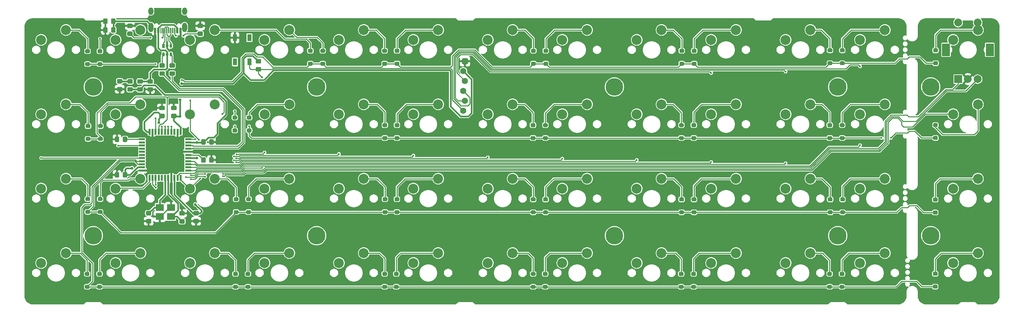
<source format=gbl>
G04 #@! TF.GenerationSoftware,KiCad,Pcbnew,(5.1.10-1-10_14)*
G04 #@! TF.CreationDate,2021-08-09T23:30:33-05:00*
G04 #@! TF.ProjectId,ori,6f72692e-6b69-4636-9164-5f7063625858,rev?*
G04 #@! TF.SameCoordinates,Original*
G04 #@! TF.FileFunction,Copper,L2,Bot*
G04 #@! TF.FilePolarity,Positive*
%FSLAX46Y46*%
G04 Gerber Fmt 4.6, Leading zero omitted, Abs format (unit mm)*
G04 Created by KiCad (PCBNEW (5.1.10-1-10_14)) date 2021-08-09 23:30:33*
%MOMM*%
%LPD*%
G01*
G04 APERTURE LIST*
G04 #@! TA.AperFunction,ComponentPad*
%ADD10C,4.500000*%
G04 #@! TD*
G04 #@! TA.AperFunction,ComponentPad*
%ADD11C,2.540000*%
G04 #@! TD*
G04 #@! TA.AperFunction,ComponentPad*
%ADD12R,2.000000X2.000000*%
G04 #@! TD*
G04 #@! TA.AperFunction,ComponentPad*
%ADD13C,2.000000*%
G04 #@! TD*
G04 #@! TA.AperFunction,ComponentPad*
%ADD14R,2.000000X3.200000*%
G04 #@! TD*
G04 #@! TA.AperFunction,SMDPad,CuDef*
%ADD15R,2.100000X1.800000*%
G04 #@! TD*
G04 #@! TA.AperFunction,ComponentPad*
%ADD16C,1.600200*%
G04 #@! TD*
G04 #@! TA.AperFunction,SMDPad,CuDef*
%ADD17R,0.500000X1.500000*%
G04 #@! TD*
G04 #@! TA.AperFunction,SMDPad,CuDef*
%ADD18R,1.500000X0.500000*%
G04 #@! TD*
G04 #@! TA.AperFunction,ComponentPad*
%ADD19O,1.300000X2.400000*%
G04 #@! TD*
G04 #@! TA.AperFunction,ComponentPad*
%ADD20O,1.300000X1.900000*%
G04 #@! TD*
G04 #@! TA.AperFunction,SMDPad,CuDef*
%ADD21R,0.650000X1.060000*%
G04 #@! TD*
G04 #@! TA.AperFunction,SMDPad,CuDef*
%ADD22R,1.100000X1.800000*%
G04 #@! TD*
G04 #@! TA.AperFunction,ViaPad*
%ADD23C,0.500000*%
G04 #@! TD*
G04 #@! TA.AperFunction,ViaPad*
%ADD24C,0.700000*%
G04 #@! TD*
G04 #@! TA.AperFunction,Conductor*
%ADD25C,0.250000*%
G04 #@! TD*
G04 #@! TA.AperFunction,Conductor*
%ADD26C,0.400000*%
G04 #@! TD*
G04 #@! TA.AperFunction,Conductor*
%ADD27C,0.200000*%
G04 #@! TD*
G04 #@! TA.AperFunction,Conductor*
%ADD28C,0.100000*%
G04 #@! TD*
G04 APERTURE END LIST*
D10*
X96440641Y-62706266D03*
X153590689Y-100806298D03*
X286940801Y-62706266D03*
X286940801Y-100806298D03*
X229790753Y-62706266D03*
X153590689Y-62706266D03*
X229790753Y-100806298D03*
X96440641Y-100806298D03*
X310753321Y-100806298D03*
X310753321Y-62706266D03*
G04 #@! TA.AperFunction,SMDPad,CuDef*
G36*
G01*
X312340625Y-53806250D02*
X311640625Y-53806250D01*
G75*
G02*
X311390625Y-53556250I0J250000D01*
G01*
X311390625Y-53056250D01*
G75*
G02*
X311640625Y-52806250I250000J0D01*
G01*
X312340625Y-52806250D01*
G75*
G02*
X312590625Y-53056250I0J-250000D01*
G01*
X312590625Y-53556250D01*
G75*
G02*
X312340625Y-53806250I-250000J0D01*
G01*
G37*
G04 #@! TD.AperFunction*
G04 #@! TA.AperFunction,SMDPad,CuDef*
G36*
G01*
X312340625Y-57106250D02*
X311640625Y-57106250D01*
G75*
G02*
X311390625Y-56856250I0J250000D01*
G01*
X311390625Y-56356250D01*
G75*
G02*
X311640625Y-56106250I250000J0D01*
G01*
X312340625Y-56106250D01*
G75*
G02*
X312590625Y-56356250I0J-250000D01*
G01*
X312590625Y-56856250D01*
G75*
G02*
X312340625Y-57106250I-250000J0D01*
G01*
G37*
G04 #@! TD.AperFunction*
G04 #@! TA.AperFunction,SMDPad,CuDef*
G36*
G01*
X312240625Y-92056250D02*
X311540625Y-92056250D01*
G75*
G02*
X311290625Y-91806250I0J250000D01*
G01*
X311290625Y-91306250D01*
G75*
G02*
X311540625Y-91056250I250000J0D01*
G01*
X312240625Y-91056250D01*
G75*
G02*
X312490625Y-91306250I0J-250000D01*
G01*
X312490625Y-91806250D01*
G75*
G02*
X312240625Y-92056250I-250000J0D01*
G01*
G37*
G04 #@! TD.AperFunction*
G04 #@! TA.AperFunction,SMDPad,CuDef*
G36*
G01*
X312240625Y-95356250D02*
X311540625Y-95356250D01*
G75*
G02*
X311290625Y-95106250I0J250000D01*
G01*
X311290625Y-94606250D01*
G75*
G02*
X311540625Y-94356250I250000J0D01*
G01*
X312240625Y-94356250D01*
G75*
G02*
X312490625Y-94606250I0J-250000D01*
G01*
X312490625Y-95106250D01*
G75*
G02*
X312240625Y-95356250I-250000J0D01*
G01*
G37*
G04 #@! TD.AperFunction*
D11*
X316468185Y-69691370D03*
X322818185Y-67151370D03*
X121205625Y-50641250D03*
X127555625Y-48101250D03*
X316468185Y-107791530D03*
X322818185Y-105251530D03*
G04 #@! TA.AperFunction,SMDPad,CuDef*
G36*
G01*
X98537999Y-91899377D02*
X97837999Y-91899377D01*
G75*
G02*
X97587999Y-91649377I0J250000D01*
G01*
X97587999Y-91149377D01*
G75*
G02*
X97837999Y-90899377I250000J0D01*
G01*
X98537999Y-90899377D01*
G75*
G02*
X98787999Y-91149377I0J-250000D01*
G01*
X98787999Y-91649377D01*
G75*
G02*
X98537999Y-91899377I-250000J0D01*
G01*
G37*
G04 #@! TD.AperFunction*
G04 #@! TA.AperFunction,SMDPad,CuDef*
G36*
G01*
X98537999Y-95199377D02*
X97837999Y-95199377D01*
G75*
G02*
X97587999Y-94949377I0J250000D01*
G01*
X97587999Y-94449377D01*
G75*
G02*
X97837999Y-94199377I250000J0D01*
G01*
X98537999Y-94199377D01*
G75*
G02*
X98787999Y-94449377I0J-250000D01*
G01*
X98787999Y-94949377D01*
G75*
G02*
X98537999Y-95199377I-250000J0D01*
G01*
G37*
G04 #@! TD.AperFunction*
G04 #@! TA.AperFunction,SMDPad,CuDef*
G36*
G01*
X103650001Y-61800000D02*
X102749999Y-61800000D01*
G75*
G02*
X102500000Y-61550001I0J249999D01*
G01*
X102500000Y-60899999D01*
G75*
G02*
X102749999Y-60650000I249999J0D01*
G01*
X103650001Y-60650000D01*
G75*
G02*
X103900000Y-60899999I0J-249999D01*
G01*
X103900000Y-61550001D01*
G75*
G02*
X103650001Y-61800000I-249999J0D01*
G01*
G37*
G04 #@! TD.AperFunction*
G04 #@! TA.AperFunction,SMDPad,CuDef*
G36*
G01*
X103650001Y-63850000D02*
X102749999Y-63850000D01*
G75*
G02*
X102500000Y-63600001I0J249999D01*
G01*
X102500000Y-62949999D01*
G75*
G02*
X102749999Y-62700000I249999J0D01*
G01*
X103650001Y-62700000D01*
G75*
G02*
X103900000Y-62949999I0J-249999D01*
G01*
X103900000Y-63600001D01*
G75*
G02*
X103650001Y-63850000I-249999J0D01*
G01*
G37*
G04 #@! TD.AperFunction*
G04 #@! TA.AperFunction,SMDPad,CuDef*
G36*
G01*
X126100000Y-77250001D02*
X126100000Y-76349999D01*
G75*
G02*
X126349999Y-76100000I249999J0D01*
G01*
X127000001Y-76100000D01*
G75*
G02*
X127250000Y-76349999I0J-249999D01*
G01*
X127250000Y-77250001D01*
G75*
G02*
X127000001Y-77500000I-249999J0D01*
G01*
X126349999Y-77500000D01*
G75*
G02*
X126100000Y-77250001I0J249999D01*
G01*
G37*
G04 #@! TD.AperFunction*
G04 #@! TA.AperFunction,SMDPad,CuDef*
G36*
G01*
X124050000Y-77250001D02*
X124050000Y-76349999D01*
G75*
G02*
X124299999Y-76100000I249999J0D01*
G01*
X124950001Y-76100000D01*
G75*
G02*
X125200000Y-76349999I0J-249999D01*
G01*
X125200000Y-77250001D01*
G75*
G02*
X124950001Y-77500000I-249999J0D01*
G01*
X124299999Y-77500000D01*
G75*
G02*
X124050000Y-77250001I0J249999D01*
G01*
G37*
G04 #@! TD.AperFunction*
G04 #@! TA.AperFunction,SMDPad,CuDef*
G36*
G01*
X103075000Y-84749999D02*
X103075000Y-85650001D01*
G75*
G02*
X102825001Y-85900000I-249999J0D01*
G01*
X102174999Y-85900000D01*
G75*
G02*
X101925000Y-85650001I0J249999D01*
G01*
X101925000Y-84749999D01*
G75*
G02*
X102174999Y-84500000I249999J0D01*
G01*
X102825001Y-84500000D01*
G75*
G02*
X103075000Y-84749999I0J-249999D01*
G01*
G37*
G04 #@! TD.AperFunction*
G04 #@! TA.AperFunction,SMDPad,CuDef*
G36*
G01*
X105125000Y-84749999D02*
X105125000Y-85650001D01*
G75*
G02*
X104875001Y-85900000I-249999J0D01*
G01*
X104224999Y-85900000D01*
G75*
G02*
X103975000Y-85650001I0J249999D01*
G01*
X103975000Y-84749999D01*
G75*
G02*
X104224999Y-84500000I249999J0D01*
G01*
X104875001Y-84500000D01*
G75*
G02*
X105125000Y-84749999I0J-249999D01*
G01*
G37*
G04 #@! TD.AperFunction*
G04 #@! TA.AperFunction,SMDPad,CuDef*
G36*
G01*
X247381999Y-53944377D02*
X246681999Y-53944377D01*
G75*
G02*
X246431999Y-53694377I0J250000D01*
G01*
X246431999Y-53194377D01*
G75*
G02*
X246681999Y-52944377I250000J0D01*
G01*
X247381999Y-52944377D01*
G75*
G02*
X247631999Y-53194377I0J-250000D01*
G01*
X247631999Y-53694377D01*
G75*
G02*
X247381999Y-53944377I-250000J0D01*
G01*
G37*
G04 #@! TD.AperFunction*
G04 #@! TA.AperFunction,SMDPad,CuDef*
G36*
G01*
X247381999Y-57244377D02*
X246681999Y-57244377D01*
G75*
G02*
X246431999Y-56994377I0J250000D01*
G01*
X246431999Y-56494377D01*
G75*
G02*
X246681999Y-56244377I250000J0D01*
G01*
X247381999Y-56244377D01*
G75*
G02*
X247631999Y-56494377I0J-250000D01*
G01*
X247631999Y-56994377D01*
G75*
G02*
X247381999Y-57244377I-250000J0D01*
G01*
G37*
G04 #@! TD.AperFunction*
D12*
X317752725Y-60693950D03*
D13*
X320252725Y-60693950D03*
X322752725Y-60693950D03*
D14*
X314652725Y-53193950D03*
X325852725Y-53193950D03*
D13*
X317752725Y-46193950D03*
X322752725Y-46193950D03*
G04 #@! TA.AperFunction,SMDPad,CuDef*
G36*
G01*
X105396999Y-62738000D02*
X106297001Y-62738000D01*
G75*
G02*
X106547000Y-62987999I0J-249999D01*
G01*
X106547000Y-63638001D01*
G75*
G02*
X106297001Y-63888000I-249999J0D01*
G01*
X105396999Y-63888000D01*
G75*
G02*
X105147000Y-63638001I0J249999D01*
G01*
X105147000Y-62987999D01*
G75*
G02*
X105396999Y-62738000I249999J0D01*
G01*
G37*
G04 #@! TD.AperFunction*
G04 #@! TA.AperFunction,SMDPad,CuDef*
G36*
G01*
X105396999Y-60688000D02*
X106297001Y-60688000D01*
G75*
G02*
X106547000Y-60937999I0J-249999D01*
G01*
X106547000Y-61588001D01*
G75*
G02*
X106297001Y-61838000I-249999J0D01*
G01*
X105396999Y-61838000D01*
G75*
G02*
X105147000Y-61588001I0J249999D01*
G01*
X105147000Y-60937999D01*
G75*
G02*
X105396999Y-60688000I249999J0D01*
G01*
G37*
G04 #@! TD.AperFunction*
G04 #@! TA.AperFunction,SMDPad,CuDef*
G36*
G01*
X110549999Y-62750000D02*
X111450001Y-62750000D01*
G75*
G02*
X111700000Y-62999999I0J-249999D01*
G01*
X111700000Y-63650001D01*
G75*
G02*
X111450001Y-63900000I-249999J0D01*
G01*
X110549999Y-63900000D01*
G75*
G02*
X110300000Y-63650001I0J249999D01*
G01*
X110300000Y-62999999D01*
G75*
G02*
X110549999Y-62750000I249999J0D01*
G01*
G37*
G04 #@! TD.AperFunction*
G04 #@! TA.AperFunction,SMDPad,CuDef*
G36*
G01*
X110549999Y-60700000D02*
X111450001Y-60700000D01*
G75*
G02*
X111700000Y-60949999I0J-249999D01*
G01*
X111700000Y-61600001D01*
G75*
G02*
X111450001Y-61850000I-249999J0D01*
G01*
X110549999Y-61850000D01*
G75*
G02*
X110300000Y-61600001I0J249999D01*
G01*
X110300000Y-60949999D01*
G75*
G02*
X110549999Y-60700000I249999J0D01*
G01*
G37*
G04 #@! TD.AperFunction*
G04 #@! TA.AperFunction,SMDPad,CuDef*
G36*
G01*
X100100000Y-47649999D02*
X100100000Y-48550001D01*
G75*
G02*
X99850001Y-48800000I-249999J0D01*
G01*
X99199999Y-48800000D01*
G75*
G02*
X98950000Y-48550001I0J249999D01*
G01*
X98950000Y-47649999D01*
G75*
G02*
X99199999Y-47400000I249999J0D01*
G01*
X99850001Y-47400000D01*
G75*
G02*
X100100000Y-47649999I0J-249999D01*
G01*
G37*
G04 #@! TD.AperFunction*
G04 #@! TA.AperFunction,SMDPad,CuDef*
G36*
G01*
X102150000Y-47649999D02*
X102150000Y-48550001D01*
G75*
G02*
X101900001Y-48800000I-249999J0D01*
G01*
X101249999Y-48800000D01*
G75*
G02*
X101000000Y-48550001I0J249999D01*
G01*
X101000000Y-47649999D01*
G75*
G02*
X101249999Y-47400000I249999J0D01*
G01*
X101900001Y-47400000D01*
G75*
G02*
X102150000Y-47649999I0J-249999D01*
G01*
G37*
G04 #@! TD.AperFunction*
G04 #@! TA.AperFunction,SMDPad,CuDef*
G36*
G01*
X100100000Y-45399999D02*
X100100000Y-46300001D01*
G75*
G02*
X99850001Y-46550000I-249999J0D01*
G01*
X99199999Y-46550000D01*
G75*
G02*
X98950000Y-46300001I0J249999D01*
G01*
X98950000Y-45399999D01*
G75*
G02*
X99199999Y-45150000I249999J0D01*
G01*
X99850001Y-45150000D01*
G75*
G02*
X100100000Y-45399999I0J-249999D01*
G01*
G37*
G04 #@! TD.AperFunction*
G04 #@! TA.AperFunction,SMDPad,CuDef*
G36*
G01*
X102150000Y-45399999D02*
X102150000Y-46300001D01*
G75*
G02*
X101900001Y-46550000I-249999J0D01*
G01*
X101249999Y-46550000D01*
G75*
G02*
X101000000Y-46300001I0J249999D01*
G01*
X101000000Y-45399999D01*
G75*
G02*
X101249999Y-45150000I249999J0D01*
G01*
X101900001Y-45150000D01*
G75*
G02*
X102150000Y-45399999I0J-249999D01*
G01*
G37*
G04 #@! TD.AperFunction*
G04 #@! TA.AperFunction,SMDPad,CuDef*
G36*
G01*
X139159001Y-56698000D02*
X138258999Y-56698000D01*
G75*
G02*
X138009000Y-56448001I0J249999D01*
G01*
X138009000Y-55797999D01*
G75*
G02*
X138258999Y-55548000I249999J0D01*
G01*
X139159001Y-55548000D01*
G75*
G02*
X139409000Y-55797999I0J-249999D01*
G01*
X139409000Y-56448001D01*
G75*
G02*
X139159001Y-56698000I-249999J0D01*
G01*
G37*
G04 #@! TD.AperFunction*
G04 #@! TA.AperFunction,SMDPad,CuDef*
G36*
G01*
X139159001Y-58748000D02*
X138258999Y-58748000D01*
G75*
G02*
X138009000Y-58498001I0J249999D01*
G01*
X138009000Y-57847999D01*
G75*
G02*
X138258999Y-57598000I249999J0D01*
G01*
X139159001Y-57598000D01*
G75*
G02*
X139409000Y-57847999I0J-249999D01*
G01*
X139409000Y-58498001D01*
G75*
G02*
X139159001Y-58748000I-249999J0D01*
G01*
G37*
G04 #@! TD.AperFunction*
G04 #@! TA.AperFunction,SMDPad,CuDef*
G36*
G01*
X123349999Y-48500000D02*
X124250001Y-48500000D01*
G75*
G02*
X124500000Y-48749999I0J-249999D01*
G01*
X124500000Y-49400001D01*
G75*
G02*
X124250001Y-49650000I-249999J0D01*
G01*
X123349999Y-49650000D01*
G75*
G02*
X123100000Y-49400001I0J249999D01*
G01*
X123100000Y-48749999D01*
G75*
G02*
X123349999Y-48500000I249999J0D01*
G01*
G37*
G04 #@! TD.AperFunction*
G04 #@! TA.AperFunction,SMDPad,CuDef*
G36*
G01*
X123349999Y-46450000D02*
X124250001Y-46450000D01*
G75*
G02*
X124500000Y-46699999I0J-249999D01*
G01*
X124500000Y-47350001D01*
G75*
G02*
X124250001Y-47600000I-249999J0D01*
G01*
X123349999Y-47600000D01*
G75*
G02*
X123100000Y-47350001I0J249999D01*
G01*
X123100000Y-46699999D01*
G75*
G02*
X123349999Y-46450000I249999J0D01*
G01*
G37*
G04 #@! TD.AperFunction*
G04 #@! TA.AperFunction,SMDPad,CuDef*
G36*
G01*
X105349999Y-46450000D02*
X106250001Y-46450000D01*
G75*
G02*
X106500000Y-46699999I0J-249999D01*
G01*
X106500000Y-47350001D01*
G75*
G02*
X106250001Y-47600000I-249999J0D01*
G01*
X105349999Y-47600000D01*
G75*
G02*
X105100000Y-47350001I0J249999D01*
G01*
X105100000Y-46699999D01*
G75*
G02*
X105349999Y-46450000I249999J0D01*
G01*
G37*
G04 #@! TD.AperFunction*
G04 #@! TA.AperFunction,SMDPad,CuDef*
G36*
G01*
X105349999Y-48500000D02*
X106250001Y-48500000D01*
G75*
G02*
X106500000Y-48749999I0J-249999D01*
G01*
X106500000Y-49400001D01*
G75*
G02*
X106250001Y-49650000I-249999J0D01*
G01*
X105349999Y-49650000D01*
G75*
G02*
X105100000Y-49400001I0J249999D01*
G01*
X105100000Y-48749999D01*
G75*
G02*
X105349999Y-48500000I249999J0D01*
G01*
G37*
G04 #@! TD.AperFunction*
G04 #@! TA.AperFunction,SMDPad,CuDef*
G36*
G01*
X117080000Y-57783002D02*
X116179998Y-57783002D01*
G75*
G02*
X115929999Y-57533003I0J249999D01*
G01*
X115929999Y-56883001D01*
G75*
G02*
X116179998Y-56633002I249999J0D01*
G01*
X117080000Y-56633002D01*
G75*
G02*
X117329999Y-56883001I0J-249999D01*
G01*
X117329999Y-57533003D01*
G75*
G02*
X117080000Y-57783002I-249999J0D01*
G01*
G37*
G04 #@! TD.AperFunction*
G04 #@! TA.AperFunction,SMDPad,CuDef*
G36*
G01*
X117080000Y-59833002D02*
X116179998Y-59833002D01*
G75*
G02*
X115929999Y-59583003I0J249999D01*
G01*
X115929999Y-58933001D01*
G75*
G02*
X116179998Y-58683002I249999J0D01*
G01*
X117080000Y-58683002D01*
G75*
G02*
X117329999Y-58933001I0J-249999D01*
G01*
X117329999Y-59583003D01*
G75*
G02*
X117080000Y-59833002I-249999J0D01*
G01*
G37*
G04 #@! TD.AperFunction*
G04 #@! TA.AperFunction,SMDPad,CuDef*
G36*
G01*
X114496001Y-57774000D02*
X113595999Y-57774000D01*
G75*
G02*
X113346000Y-57524001I0J249999D01*
G01*
X113346000Y-56873999D01*
G75*
G02*
X113595999Y-56624000I249999J0D01*
G01*
X114496001Y-56624000D01*
G75*
G02*
X114746000Y-56873999I0J-249999D01*
G01*
X114746000Y-57524001D01*
G75*
G02*
X114496001Y-57774000I-249999J0D01*
G01*
G37*
G04 #@! TD.AperFunction*
G04 #@! TA.AperFunction,SMDPad,CuDef*
G36*
G01*
X114496001Y-59824000D02*
X113595999Y-59824000D01*
G75*
G02*
X113346000Y-59574001I0J249999D01*
G01*
X113346000Y-58923999D01*
G75*
G02*
X113595999Y-58674000I249999J0D01*
G01*
X114496001Y-58674000D01*
G75*
G02*
X114746000Y-58923999I0J-249999D01*
G01*
X114746000Y-59574001D01*
G75*
G02*
X114496001Y-59824000I-249999J0D01*
G01*
G37*
G04 #@! TD.AperFunction*
G04 #@! TA.AperFunction,SMDPad,CuDef*
G36*
G01*
X103977499Y-76550001D02*
X103977499Y-75649999D01*
G75*
G02*
X104227498Y-75400000I249999J0D01*
G01*
X104877500Y-75400000D01*
G75*
G02*
X105127499Y-75649999I0J-249999D01*
G01*
X105127499Y-76550001D01*
G75*
G02*
X104877500Y-76800000I-249999J0D01*
G01*
X104227498Y-76800000D01*
G75*
G02*
X103977499Y-76550001I0J249999D01*
G01*
G37*
G04 #@! TD.AperFunction*
G04 #@! TA.AperFunction,SMDPad,CuDef*
G36*
G01*
X101927499Y-76550001D02*
X101927499Y-75649999D01*
G75*
G02*
X102177498Y-75400000I249999J0D01*
G01*
X102827500Y-75400000D01*
G75*
G02*
X103077499Y-75649999I0J-249999D01*
G01*
X103077499Y-76550001D01*
G75*
G02*
X102827500Y-76800000I-249999J0D01*
G01*
X102177498Y-76800000D01*
G75*
G02*
X101927499Y-76550001I0J249999D01*
G01*
G37*
G04 #@! TD.AperFunction*
G04 #@! TA.AperFunction,SMDPad,CuDef*
G36*
G01*
X122299999Y-96500000D02*
X123200001Y-96500000D01*
G75*
G02*
X123450000Y-96749999I0J-249999D01*
G01*
X123450000Y-97400001D01*
G75*
G02*
X123200001Y-97650000I-249999J0D01*
G01*
X122299999Y-97650000D01*
G75*
G02*
X122050000Y-97400001I0J249999D01*
G01*
X122050000Y-96749999D01*
G75*
G02*
X122299999Y-96500000I249999J0D01*
G01*
G37*
G04 #@! TD.AperFunction*
G04 #@! TA.AperFunction,SMDPad,CuDef*
G36*
G01*
X122299999Y-94450000D02*
X123200001Y-94450000D01*
G75*
G02*
X123450000Y-94699999I0J-249999D01*
G01*
X123450000Y-95350001D01*
G75*
G02*
X123200001Y-95600000I-249999J0D01*
G01*
X122299999Y-95600000D01*
G75*
G02*
X122050000Y-95350001I0J249999D01*
G01*
X122050000Y-94699999D01*
G75*
G02*
X122299999Y-94450000I249999J0D01*
G01*
G37*
G04 #@! TD.AperFunction*
G04 #@! TA.AperFunction,SMDPad,CuDef*
G36*
G01*
X117500001Y-68650000D02*
X116599999Y-68650000D01*
G75*
G02*
X116350000Y-68400001I0J249999D01*
G01*
X116350000Y-67749999D01*
G75*
G02*
X116599999Y-67500000I249999J0D01*
G01*
X117500001Y-67500000D01*
G75*
G02*
X117750000Y-67749999I0J-249999D01*
G01*
X117750000Y-68400001D01*
G75*
G02*
X117500001Y-68650000I-249999J0D01*
G01*
G37*
G04 #@! TD.AperFunction*
G04 #@! TA.AperFunction,SMDPad,CuDef*
G36*
G01*
X117500001Y-70700000D02*
X116599999Y-70700000D01*
G75*
G02*
X116350000Y-70450001I0J249999D01*
G01*
X116350000Y-69799999D01*
G75*
G02*
X116599999Y-69550000I249999J0D01*
G01*
X117500001Y-69550000D01*
G75*
G02*
X117750000Y-69799999I0J-249999D01*
G01*
X117750000Y-70450001D01*
G75*
G02*
X117500001Y-70700000I-249999J0D01*
G01*
G37*
G04 #@! TD.AperFunction*
G04 #@! TA.AperFunction,SMDPad,CuDef*
G36*
G01*
X114450001Y-68650000D02*
X113549999Y-68650000D01*
G75*
G02*
X113300000Y-68400001I0J249999D01*
G01*
X113300000Y-67749999D01*
G75*
G02*
X113549999Y-67500000I249999J0D01*
G01*
X114450001Y-67500000D01*
G75*
G02*
X114700000Y-67749999I0J-249999D01*
G01*
X114700000Y-68400001D01*
G75*
G02*
X114450001Y-68650000I-249999J0D01*
G01*
G37*
G04 #@! TD.AperFunction*
G04 #@! TA.AperFunction,SMDPad,CuDef*
G36*
G01*
X114450001Y-70700000D02*
X113549999Y-70700000D01*
G75*
G02*
X113300000Y-70450001I0J249999D01*
G01*
X113300000Y-69799999D01*
G75*
G02*
X113549999Y-69550000I249999J0D01*
G01*
X114450001Y-69550000D01*
G75*
G02*
X114700000Y-69799999I0J-249999D01*
G01*
X114700000Y-70450001D01*
G75*
G02*
X114450001Y-70700000I-249999J0D01*
G01*
G37*
G04 #@! TD.AperFunction*
G04 #@! TA.AperFunction,SMDPad,CuDef*
G36*
G01*
X119600001Y-95650000D02*
X118699999Y-95650000D01*
G75*
G02*
X118450000Y-95400001I0J249999D01*
G01*
X118450000Y-94749999D01*
G75*
G02*
X118699999Y-94500000I249999J0D01*
G01*
X119600001Y-94500000D01*
G75*
G02*
X119850000Y-94749999I0J-249999D01*
G01*
X119850000Y-95400001D01*
G75*
G02*
X119600001Y-95650000I-249999J0D01*
G01*
G37*
G04 #@! TD.AperFunction*
G04 #@! TA.AperFunction,SMDPad,CuDef*
G36*
G01*
X119600001Y-97700000D02*
X118699999Y-97700000D01*
G75*
G02*
X118450000Y-97450001I0J249999D01*
G01*
X118450000Y-96799999D01*
G75*
G02*
X118699999Y-96550000I249999J0D01*
G01*
X119600001Y-96550000D01*
G75*
G02*
X119850000Y-96799999I0J-249999D01*
G01*
X119850000Y-97450001D01*
G75*
G02*
X119600001Y-97700000I-249999J0D01*
G01*
G37*
G04 #@! TD.AperFunction*
G04 #@! TA.AperFunction,SMDPad,CuDef*
G36*
G01*
X110149999Y-96500000D02*
X111050001Y-96500000D01*
G75*
G02*
X111300000Y-96749999I0J-249999D01*
G01*
X111300000Y-97400001D01*
G75*
G02*
X111050001Y-97650000I-249999J0D01*
G01*
X110149999Y-97650000D01*
G75*
G02*
X109900000Y-97400001I0J249999D01*
G01*
X109900000Y-96749999D01*
G75*
G02*
X110149999Y-96500000I249999J0D01*
G01*
G37*
G04 #@! TD.AperFunction*
G04 #@! TA.AperFunction,SMDPad,CuDef*
G36*
G01*
X110149999Y-94450000D02*
X111050001Y-94450000D01*
G75*
G02*
X111300000Y-94699999I0J-249999D01*
G01*
X111300000Y-95350001D01*
G75*
G02*
X111050001Y-95600000I-249999J0D01*
G01*
X110149999Y-95600000D01*
G75*
G02*
X109900000Y-95350001I0J249999D01*
G01*
X109900000Y-94699999D01*
G75*
G02*
X110149999Y-94450000I249999J0D01*
G01*
G37*
G04 #@! TD.AperFunction*
G04 #@! TA.AperFunction,SMDPad,CuDef*
G36*
G01*
X126100000Y-81850001D02*
X126100000Y-80949999D01*
G75*
G02*
X126349999Y-80700000I249999J0D01*
G01*
X127000001Y-80700000D01*
G75*
G02*
X127250000Y-80949999I0J-249999D01*
G01*
X127250000Y-81850001D01*
G75*
G02*
X127000001Y-82100000I-249999J0D01*
G01*
X126349999Y-82100000D01*
G75*
G02*
X126100000Y-81850001I0J249999D01*
G01*
G37*
G04 #@! TD.AperFunction*
G04 #@! TA.AperFunction,SMDPad,CuDef*
G36*
G01*
X124050000Y-81850001D02*
X124050000Y-80949999D01*
G75*
G02*
X124299999Y-80700000I249999J0D01*
G01*
X124950001Y-80700000D01*
G75*
G02*
X125200000Y-80949999I0J-249999D01*
G01*
X125200000Y-81850001D01*
G75*
G02*
X124950001Y-82100000I-249999J0D01*
G01*
X124299999Y-82100000D01*
G75*
G02*
X124050000Y-81850001I0J249999D01*
G01*
G37*
G04 #@! TD.AperFunction*
G04 #@! TA.AperFunction,SMDPad,CuDef*
G36*
G01*
X108850001Y-61850000D02*
X107949999Y-61850000D01*
G75*
G02*
X107700000Y-61600001I0J249999D01*
G01*
X107700000Y-60949999D01*
G75*
G02*
X107949999Y-60700000I249999J0D01*
G01*
X108850001Y-60700000D01*
G75*
G02*
X109100000Y-60949999I0J-249999D01*
G01*
X109100000Y-61600001D01*
G75*
G02*
X108850001Y-61850000I-249999J0D01*
G01*
G37*
G04 #@! TD.AperFunction*
G04 #@! TA.AperFunction,SMDPad,CuDef*
G36*
G01*
X108850001Y-63900000D02*
X107949999Y-63900000D01*
G75*
G02*
X107700000Y-63650001I0J249999D01*
G01*
X107700000Y-62999999D01*
G75*
G02*
X107949999Y-62750000I249999J0D01*
G01*
X108850001Y-62750000D01*
G75*
G02*
X109100000Y-62999999I0J-249999D01*
G01*
X109100000Y-63650001D01*
G75*
G02*
X108850001Y-63900000I-249999J0D01*
G01*
G37*
G04 #@! TD.AperFunction*
D15*
X116350000Y-93550000D03*
X113450000Y-93550000D03*
X113450000Y-95850000D03*
X116350000Y-95850000D03*
G04 #@! TA.AperFunction,ComponentPad*
G36*
G01*
X192346500Y-55699950D02*
X192346500Y-56500050D01*
G75*
G02*
X191946450Y-56900100I-400050J0D01*
G01*
X191146350Y-56900100D01*
G75*
G02*
X190746300Y-56500050I0J400050D01*
G01*
X190746300Y-55699950D01*
G75*
G02*
X191146350Y-55299900I400050J0D01*
G01*
X191946450Y-55299900D01*
G75*
G02*
X192346500Y-55699950I0J-400050D01*
G01*
G37*
G04 #@! TD.AperFunction*
D16*
X191140000Y-58640000D03*
X191546400Y-61180000D03*
X191140000Y-63720000D03*
X191546400Y-66260000D03*
X191140000Y-68800000D03*
D17*
X118800000Y-74200000D03*
X118000000Y-74200000D03*
X117200000Y-74200000D03*
X116400000Y-74200000D03*
X115600000Y-74200000D03*
X114800000Y-74200000D03*
X114000000Y-74200000D03*
X113200000Y-74200000D03*
X112400000Y-74200000D03*
X111600000Y-74200000D03*
X110800000Y-74200000D03*
D18*
X108900000Y-76100000D03*
X108900000Y-76900000D03*
X108900000Y-77700000D03*
X108900000Y-78500000D03*
X108900000Y-79300000D03*
X108900000Y-80100000D03*
X108900000Y-80900000D03*
X108900000Y-81700000D03*
X108900000Y-82500000D03*
X108900000Y-83300000D03*
X108900000Y-84100000D03*
D17*
X110800000Y-86000000D03*
X111600000Y-86000000D03*
X112400000Y-86000000D03*
X113200000Y-86000000D03*
X114000000Y-86000000D03*
X114800000Y-86000000D03*
X115600000Y-86000000D03*
X116400000Y-86000000D03*
X117200000Y-86000000D03*
X118000000Y-86000000D03*
X118800000Y-86000000D03*
D18*
X120700000Y-84100000D03*
X120700000Y-83300000D03*
X120700000Y-82500000D03*
X120700000Y-81700000D03*
X120700000Y-80900000D03*
X120700000Y-80100000D03*
X120700000Y-79300000D03*
X120700000Y-78500000D03*
X120700000Y-77700000D03*
X120700000Y-76900000D03*
X120700000Y-76100000D03*
G04 #@! TA.AperFunction,SMDPad,CuDef*
G36*
G01*
X95312999Y-54041377D02*
X94612999Y-54041377D01*
G75*
G02*
X94362999Y-53791377I0J250000D01*
G01*
X94362999Y-53291377D01*
G75*
G02*
X94612999Y-53041377I250000J0D01*
G01*
X95312999Y-53041377D01*
G75*
G02*
X95562999Y-53291377I0J-250000D01*
G01*
X95562999Y-53791377D01*
G75*
G02*
X95312999Y-54041377I-250000J0D01*
G01*
G37*
G04 #@! TD.AperFunction*
G04 #@! TA.AperFunction,SMDPad,CuDef*
G36*
G01*
X95312999Y-57341377D02*
X94612999Y-57341377D01*
G75*
G02*
X94362999Y-57091377I0J250000D01*
G01*
X94362999Y-56591377D01*
G75*
G02*
X94612999Y-56341377I250000J0D01*
G01*
X95312999Y-56341377D01*
G75*
G02*
X95562999Y-56591377I0J-250000D01*
G01*
X95562999Y-57091377D01*
G75*
G02*
X95312999Y-57341377I-250000J0D01*
G01*
G37*
G04 #@! TD.AperFunction*
G04 #@! TA.AperFunction,SMDPad,CuDef*
G36*
G01*
X98487999Y-54041377D02*
X97787999Y-54041377D01*
G75*
G02*
X97537999Y-53791377I0J250000D01*
G01*
X97537999Y-53291377D01*
G75*
G02*
X97787999Y-53041377I250000J0D01*
G01*
X98487999Y-53041377D01*
G75*
G02*
X98737999Y-53291377I0J-250000D01*
G01*
X98737999Y-53791377D01*
G75*
G02*
X98487999Y-54041377I-250000J0D01*
G01*
G37*
G04 #@! TD.AperFunction*
G04 #@! TA.AperFunction,SMDPad,CuDef*
G36*
G01*
X98487999Y-57341377D02*
X97787999Y-57341377D01*
G75*
G02*
X97537999Y-57091377I0J250000D01*
G01*
X97537999Y-56591377D01*
G75*
G02*
X97787999Y-56341377I250000J0D01*
G01*
X98487999Y-56341377D01*
G75*
G02*
X98737999Y-56591377I0J-250000D01*
G01*
X98737999Y-57091377D01*
G75*
G02*
X98487999Y-57341377I-250000J0D01*
G01*
G37*
G04 #@! TD.AperFunction*
G04 #@! TA.AperFunction,SMDPad,CuDef*
G36*
G01*
X152335999Y-53931002D02*
X151635999Y-53931002D01*
G75*
G02*
X151385999Y-53681002I0J250000D01*
G01*
X151385999Y-53181002D01*
G75*
G02*
X151635999Y-52931002I250000J0D01*
G01*
X152335999Y-52931002D01*
G75*
G02*
X152585999Y-53181002I0J-250000D01*
G01*
X152585999Y-53681002D01*
G75*
G02*
X152335999Y-53931002I-250000J0D01*
G01*
G37*
G04 #@! TD.AperFunction*
G04 #@! TA.AperFunction,SMDPad,CuDef*
G36*
G01*
X152335999Y-57231002D02*
X151635999Y-57231002D01*
G75*
G02*
X151385999Y-56981002I0J250000D01*
G01*
X151385999Y-56481002D01*
G75*
G02*
X151635999Y-56231002I250000J0D01*
G01*
X152335999Y-56231002D01*
G75*
G02*
X152585999Y-56481002I0J-250000D01*
G01*
X152585999Y-56981002D01*
G75*
G02*
X152335999Y-57231002I-250000J0D01*
G01*
G37*
G04 #@! TD.AperFunction*
G04 #@! TA.AperFunction,SMDPad,CuDef*
G36*
G01*
X155510999Y-53931002D02*
X154810999Y-53931002D01*
G75*
G02*
X154560999Y-53681002I0J250000D01*
G01*
X154560999Y-53181002D01*
G75*
G02*
X154810999Y-52931002I250000J0D01*
G01*
X155510999Y-52931002D01*
G75*
G02*
X155760999Y-53181002I0J-250000D01*
G01*
X155760999Y-53681002D01*
G75*
G02*
X155510999Y-53931002I-250000J0D01*
G01*
G37*
G04 #@! TD.AperFunction*
G04 #@! TA.AperFunction,SMDPad,CuDef*
G36*
G01*
X155510999Y-57231002D02*
X154810999Y-57231002D01*
G75*
G02*
X154560999Y-56981002I0J250000D01*
G01*
X154560999Y-56481002D01*
G75*
G02*
X154810999Y-56231002I250000J0D01*
G01*
X155510999Y-56231002D01*
G75*
G02*
X155760999Y-56481002I0J-250000D01*
G01*
X155760999Y-56981002D01*
G75*
G02*
X155510999Y-57231002I-250000J0D01*
G01*
G37*
G04 #@! TD.AperFunction*
G04 #@! TA.AperFunction,SMDPad,CuDef*
G36*
G01*
X171335999Y-53933377D02*
X170635999Y-53933377D01*
G75*
G02*
X170385999Y-53683377I0J250000D01*
G01*
X170385999Y-53183377D01*
G75*
G02*
X170635999Y-52933377I250000J0D01*
G01*
X171335999Y-52933377D01*
G75*
G02*
X171585999Y-53183377I0J-250000D01*
G01*
X171585999Y-53683377D01*
G75*
G02*
X171335999Y-53933377I-250000J0D01*
G01*
G37*
G04 #@! TD.AperFunction*
G04 #@! TA.AperFunction,SMDPad,CuDef*
G36*
G01*
X171335999Y-57233377D02*
X170635999Y-57233377D01*
G75*
G02*
X170385999Y-56983377I0J250000D01*
G01*
X170385999Y-56483377D01*
G75*
G02*
X170635999Y-56233377I250000J0D01*
G01*
X171335999Y-56233377D01*
G75*
G02*
X171585999Y-56483377I0J-250000D01*
G01*
X171585999Y-56983377D01*
G75*
G02*
X171335999Y-57233377I-250000J0D01*
G01*
G37*
G04 #@! TD.AperFunction*
G04 #@! TA.AperFunction,SMDPad,CuDef*
G36*
G01*
X174510999Y-53933377D02*
X173810999Y-53933377D01*
G75*
G02*
X173560999Y-53683377I0J250000D01*
G01*
X173560999Y-53183377D01*
G75*
G02*
X173810999Y-52933377I250000J0D01*
G01*
X174510999Y-52933377D01*
G75*
G02*
X174760999Y-53183377I0J-250000D01*
G01*
X174760999Y-53683377D01*
G75*
G02*
X174510999Y-53933377I-250000J0D01*
G01*
G37*
G04 #@! TD.AperFunction*
G04 #@! TA.AperFunction,SMDPad,CuDef*
G36*
G01*
X174510999Y-57233377D02*
X173810999Y-57233377D01*
G75*
G02*
X173560999Y-56983377I0J250000D01*
G01*
X173560999Y-56483377D01*
G75*
G02*
X173810999Y-56233377I250000J0D01*
G01*
X174510999Y-56233377D01*
G75*
G02*
X174760999Y-56483377I0J-250000D01*
G01*
X174760999Y-56983377D01*
G75*
G02*
X174510999Y-57233377I-250000J0D01*
G01*
G37*
G04 #@! TD.AperFunction*
G04 #@! TA.AperFunction,SMDPad,CuDef*
G36*
G01*
X209408999Y-53944377D02*
X208708999Y-53944377D01*
G75*
G02*
X208458999Y-53694377I0J250000D01*
G01*
X208458999Y-53194377D01*
G75*
G02*
X208708999Y-52944377I250000J0D01*
G01*
X209408999Y-52944377D01*
G75*
G02*
X209658999Y-53194377I0J-250000D01*
G01*
X209658999Y-53694377D01*
G75*
G02*
X209408999Y-53944377I-250000J0D01*
G01*
G37*
G04 #@! TD.AperFunction*
G04 #@! TA.AperFunction,SMDPad,CuDef*
G36*
G01*
X209408999Y-57244377D02*
X208708999Y-57244377D01*
G75*
G02*
X208458999Y-56994377I0J250000D01*
G01*
X208458999Y-56494377D01*
G75*
G02*
X208708999Y-56244377I250000J0D01*
G01*
X209408999Y-56244377D01*
G75*
G02*
X209658999Y-56494377I0J-250000D01*
G01*
X209658999Y-56994377D01*
G75*
G02*
X209408999Y-57244377I-250000J0D01*
G01*
G37*
G04 #@! TD.AperFunction*
G04 #@! TA.AperFunction,SMDPad,CuDef*
G36*
G01*
X212583999Y-53944377D02*
X211883999Y-53944377D01*
G75*
G02*
X211633999Y-53694377I0J250000D01*
G01*
X211633999Y-53194377D01*
G75*
G02*
X211883999Y-52944377I250000J0D01*
G01*
X212583999Y-52944377D01*
G75*
G02*
X212833999Y-53194377I0J-250000D01*
G01*
X212833999Y-53694377D01*
G75*
G02*
X212583999Y-53944377I-250000J0D01*
G01*
G37*
G04 #@! TD.AperFunction*
G04 #@! TA.AperFunction,SMDPad,CuDef*
G36*
G01*
X212583999Y-57244377D02*
X211883999Y-57244377D01*
G75*
G02*
X211633999Y-56994377I0J250000D01*
G01*
X211633999Y-56494377D01*
G75*
G02*
X211883999Y-56244377I250000J0D01*
G01*
X212583999Y-56244377D01*
G75*
G02*
X212833999Y-56494377I0J-250000D01*
G01*
X212833999Y-56994377D01*
G75*
G02*
X212583999Y-57244377I-250000J0D01*
G01*
G37*
G04 #@! TD.AperFunction*
G04 #@! TA.AperFunction,SMDPad,CuDef*
G36*
G01*
X250556999Y-53944377D02*
X249856999Y-53944377D01*
G75*
G02*
X249606999Y-53694377I0J250000D01*
G01*
X249606999Y-53194377D01*
G75*
G02*
X249856999Y-52944377I250000J0D01*
G01*
X250556999Y-52944377D01*
G75*
G02*
X250806999Y-53194377I0J-250000D01*
G01*
X250806999Y-53694377D01*
G75*
G02*
X250556999Y-53944377I-250000J0D01*
G01*
G37*
G04 #@! TD.AperFunction*
G04 #@! TA.AperFunction,SMDPad,CuDef*
G36*
G01*
X250556999Y-57244377D02*
X249856999Y-57244377D01*
G75*
G02*
X249606999Y-56994377I0J250000D01*
G01*
X249606999Y-56494377D01*
G75*
G02*
X249856999Y-56244377I250000J0D01*
G01*
X250556999Y-56244377D01*
G75*
G02*
X250806999Y-56494377I0J-250000D01*
G01*
X250806999Y-56994377D01*
G75*
G02*
X250556999Y-57244377I-250000J0D01*
G01*
G37*
G04 #@! TD.AperFunction*
G04 #@! TA.AperFunction,SMDPad,CuDef*
G36*
G01*
X285300000Y-53800000D02*
X284600000Y-53800000D01*
G75*
G02*
X284350000Y-53550000I0J250000D01*
G01*
X284350000Y-53050000D01*
G75*
G02*
X284600000Y-52800000I250000J0D01*
G01*
X285300000Y-52800000D01*
G75*
G02*
X285550000Y-53050000I0J-250000D01*
G01*
X285550000Y-53550000D01*
G75*
G02*
X285300000Y-53800000I-250000J0D01*
G01*
G37*
G04 #@! TD.AperFunction*
G04 #@! TA.AperFunction,SMDPad,CuDef*
G36*
G01*
X285300000Y-57100000D02*
X284600000Y-57100000D01*
G75*
G02*
X284350000Y-56850000I0J250000D01*
G01*
X284350000Y-56350000D01*
G75*
G02*
X284600000Y-56100000I250000J0D01*
G01*
X285300000Y-56100000D01*
G75*
G02*
X285550000Y-56350000I0J-250000D01*
G01*
X285550000Y-56850000D01*
G75*
G02*
X285300000Y-57100000I-250000J0D01*
G01*
G37*
G04 #@! TD.AperFunction*
G04 #@! TA.AperFunction,SMDPad,CuDef*
G36*
G01*
X95439999Y-73191377D02*
X94739999Y-73191377D01*
G75*
G02*
X94489999Y-72941377I0J250000D01*
G01*
X94489999Y-72441377D01*
G75*
G02*
X94739999Y-72191377I250000J0D01*
G01*
X95439999Y-72191377D01*
G75*
G02*
X95689999Y-72441377I0J-250000D01*
G01*
X95689999Y-72941377D01*
G75*
G02*
X95439999Y-73191377I-250000J0D01*
G01*
G37*
G04 #@! TD.AperFunction*
G04 #@! TA.AperFunction,SMDPad,CuDef*
G36*
G01*
X95439999Y-76491377D02*
X94739999Y-76491377D01*
G75*
G02*
X94489999Y-76241377I0J250000D01*
G01*
X94489999Y-75741377D01*
G75*
G02*
X94739999Y-75491377I250000J0D01*
G01*
X95439999Y-75491377D01*
G75*
G02*
X95689999Y-75741377I0J-250000D01*
G01*
X95689999Y-76241377D01*
G75*
G02*
X95439999Y-76491377I-250000J0D01*
G01*
G37*
G04 #@! TD.AperFunction*
G04 #@! TA.AperFunction,SMDPad,CuDef*
G36*
G01*
X98614999Y-73191377D02*
X97914999Y-73191377D01*
G75*
G02*
X97664999Y-72941377I0J250000D01*
G01*
X97664999Y-72441377D01*
G75*
G02*
X97914999Y-72191377I250000J0D01*
G01*
X98614999Y-72191377D01*
G75*
G02*
X98864999Y-72441377I0J-250000D01*
G01*
X98864999Y-72941377D01*
G75*
G02*
X98614999Y-73191377I-250000J0D01*
G01*
G37*
G04 #@! TD.AperFunction*
G04 #@! TA.AperFunction,SMDPad,CuDef*
G36*
G01*
X98614999Y-76491377D02*
X97914999Y-76491377D01*
G75*
G02*
X97664999Y-76241377I0J250000D01*
G01*
X97664999Y-75741377D01*
G75*
G02*
X97914999Y-75491377I250000J0D01*
G01*
X98614999Y-75491377D01*
G75*
G02*
X98864999Y-75741377I0J-250000D01*
G01*
X98864999Y-76241377D01*
G75*
G02*
X98614999Y-76491377I-250000J0D01*
G01*
G37*
G04 #@! TD.AperFunction*
G04 #@! TA.AperFunction,SMDPad,CuDef*
G36*
G01*
X133000000Y-71042377D02*
X132300000Y-71042377D01*
G75*
G02*
X132050000Y-70792377I0J250000D01*
G01*
X132050000Y-70292377D01*
G75*
G02*
X132300000Y-70042377I250000J0D01*
G01*
X133000000Y-70042377D01*
G75*
G02*
X133250000Y-70292377I0J-250000D01*
G01*
X133250000Y-70792377D01*
G75*
G02*
X133000000Y-71042377I-250000J0D01*
G01*
G37*
G04 #@! TD.AperFunction*
G04 #@! TA.AperFunction,SMDPad,CuDef*
G36*
G01*
X133000000Y-74342377D02*
X132300000Y-74342377D01*
G75*
G02*
X132050000Y-74092377I0J250000D01*
G01*
X132050000Y-73592377D01*
G75*
G02*
X132300000Y-73342377I250000J0D01*
G01*
X133000000Y-73342377D01*
G75*
G02*
X133250000Y-73592377I0J-250000D01*
G01*
X133250000Y-74092377D01*
G75*
G02*
X133000000Y-74342377I-250000J0D01*
G01*
G37*
G04 #@! TD.AperFunction*
G04 #@! TA.AperFunction,SMDPad,CuDef*
G36*
G01*
X136664999Y-71042377D02*
X135964999Y-71042377D01*
G75*
G02*
X135714999Y-70792377I0J250000D01*
G01*
X135714999Y-70292377D01*
G75*
G02*
X135964999Y-70042377I250000J0D01*
G01*
X136664999Y-70042377D01*
G75*
G02*
X136914999Y-70292377I0J-250000D01*
G01*
X136914999Y-70792377D01*
G75*
G02*
X136664999Y-71042377I-250000J0D01*
G01*
G37*
G04 #@! TD.AperFunction*
G04 #@! TA.AperFunction,SMDPad,CuDef*
G36*
G01*
X136664999Y-74342377D02*
X135964999Y-74342377D01*
G75*
G02*
X135714999Y-74092377I0J250000D01*
G01*
X135714999Y-73592377D01*
G75*
G02*
X135964999Y-73342377I250000J0D01*
G01*
X136664999Y-73342377D01*
G75*
G02*
X136914999Y-73592377I0J-250000D01*
G01*
X136914999Y-74092377D01*
G75*
G02*
X136664999Y-74342377I-250000J0D01*
G01*
G37*
G04 #@! TD.AperFunction*
G04 #@! TA.AperFunction,SMDPad,CuDef*
G36*
G01*
X171400000Y-72992377D02*
X170700000Y-72992377D01*
G75*
G02*
X170450000Y-72742377I0J250000D01*
G01*
X170450000Y-72242377D01*
G75*
G02*
X170700000Y-71992377I250000J0D01*
G01*
X171400000Y-71992377D01*
G75*
G02*
X171650000Y-72242377I0J-250000D01*
G01*
X171650000Y-72742377D01*
G75*
G02*
X171400000Y-72992377I-250000J0D01*
G01*
G37*
G04 #@! TD.AperFunction*
G04 #@! TA.AperFunction,SMDPad,CuDef*
G36*
G01*
X171400000Y-76292377D02*
X170700000Y-76292377D01*
G75*
G02*
X170450000Y-76042377I0J250000D01*
G01*
X170450000Y-75542377D01*
G75*
G02*
X170700000Y-75292377I250000J0D01*
G01*
X171400000Y-75292377D01*
G75*
G02*
X171650000Y-75542377I0J-250000D01*
G01*
X171650000Y-76042377D01*
G75*
G02*
X171400000Y-76292377I-250000J0D01*
G01*
G37*
G04 #@! TD.AperFunction*
G04 #@! TA.AperFunction,SMDPad,CuDef*
G36*
G01*
X174500000Y-72992377D02*
X173800000Y-72992377D01*
G75*
G02*
X173550000Y-72742377I0J250000D01*
G01*
X173550000Y-72242377D01*
G75*
G02*
X173800000Y-71992377I250000J0D01*
G01*
X174500000Y-71992377D01*
G75*
G02*
X174750000Y-72242377I0J-250000D01*
G01*
X174750000Y-72742377D01*
G75*
G02*
X174500000Y-72992377I-250000J0D01*
G01*
G37*
G04 #@! TD.AperFunction*
G04 #@! TA.AperFunction,SMDPad,CuDef*
G36*
G01*
X174500000Y-76292377D02*
X173800000Y-76292377D01*
G75*
G02*
X173550000Y-76042377I0J250000D01*
G01*
X173550000Y-75542377D01*
G75*
G02*
X173800000Y-75292377I250000J0D01*
G01*
X174500000Y-75292377D01*
G75*
G02*
X174750000Y-75542377I0J-250000D01*
G01*
X174750000Y-76042377D01*
G75*
G02*
X174500000Y-76292377I-250000J0D01*
G01*
G37*
G04 #@! TD.AperFunction*
G04 #@! TA.AperFunction,SMDPad,CuDef*
G36*
G01*
X209308999Y-72992377D02*
X208608999Y-72992377D01*
G75*
G02*
X208358999Y-72742377I0J250000D01*
G01*
X208358999Y-72242377D01*
G75*
G02*
X208608999Y-71992377I250000J0D01*
G01*
X209308999Y-71992377D01*
G75*
G02*
X209558999Y-72242377I0J-250000D01*
G01*
X209558999Y-72742377D01*
G75*
G02*
X209308999Y-72992377I-250000J0D01*
G01*
G37*
G04 #@! TD.AperFunction*
G04 #@! TA.AperFunction,SMDPad,CuDef*
G36*
G01*
X209308999Y-76292377D02*
X208608999Y-76292377D01*
G75*
G02*
X208358999Y-76042377I0J250000D01*
G01*
X208358999Y-75542377D01*
G75*
G02*
X208608999Y-75292377I250000J0D01*
G01*
X209308999Y-75292377D01*
G75*
G02*
X209558999Y-75542377I0J-250000D01*
G01*
X209558999Y-76042377D01*
G75*
G02*
X209308999Y-76292377I-250000J0D01*
G01*
G37*
G04 #@! TD.AperFunction*
G04 #@! TA.AperFunction,SMDPad,CuDef*
G36*
G01*
X212483999Y-72992377D02*
X211783999Y-72992377D01*
G75*
G02*
X211533999Y-72742377I0J250000D01*
G01*
X211533999Y-72242377D01*
G75*
G02*
X211783999Y-71992377I250000J0D01*
G01*
X212483999Y-71992377D01*
G75*
G02*
X212733999Y-72242377I0J-250000D01*
G01*
X212733999Y-72742377D01*
G75*
G02*
X212483999Y-72992377I-250000J0D01*
G01*
G37*
G04 #@! TD.AperFunction*
G04 #@! TA.AperFunction,SMDPad,CuDef*
G36*
G01*
X212483999Y-76292377D02*
X211783999Y-76292377D01*
G75*
G02*
X211533999Y-76042377I0J250000D01*
G01*
X211533999Y-75542377D01*
G75*
G02*
X211783999Y-75292377I250000J0D01*
G01*
X212483999Y-75292377D01*
G75*
G02*
X212733999Y-75542377I0J-250000D01*
G01*
X212733999Y-76042377D01*
G75*
G02*
X212483999Y-76292377I-250000J0D01*
G01*
G37*
G04 #@! TD.AperFunction*
G04 #@! TA.AperFunction,SMDPad,CuDef*
G36*
G01*
X247281999Y-72992377D02*
X246581999Y-72992377D01*
G75*
G02*
X246331999Y-72742377I0J250000D01*
G01*
X246331999Y-72242377D01*
G75*
G02*
X246581999Y-71992377I250000J0D01*
G01*
X247281999Y-71992377D01*
G75*
G02*
X247531999Y-72242377I0J-250000D01*
G01*
X247531999Y-72742377D01*
G75*
G02*
X247281999Y-72992377I-250000J0D01*
G01*
G37*
G04 #@! TD.AperFunction*
G04 #@! TA.AperFunction,SMDPad,CuDef*
G36*
G01*
X247281999Y-76292377D02*
X246581999Y-76292377D01*
G75*
G02*
X246331999Y-76042377I0J250000D01*
G01*
X246331999Y-75542377D01*
G75*
G02*
X246581999Y-75292377I250000J0D01*
G01*
X247281999Y-75292377D01*
G75*
G02*
X247531999Y-75542377I0J-250000D01*
G01*
X247531999Y-76042377D01*
G75*
G02*
X247281999Y-76292377I-250000J0D01*
G01*
G37*
G04 #@! TD.AperFunction*
G04 #@! TA.AperFunction,SMDPad,CuDef*
G36*
G01*
X250456999Y-72992377D02*
X249756999Y-72992377D01*
G75*
G02*
X249506999Y-72742377I0J250000D01*
G01*
X249506999Y-72242377D01*
G75*
G02*
X249756999Y-71992377I250000J0D01*
G01*
X250456999Y-71992377D01*
G75*
G02*
X250706999Y-72242377I0J-250000D01*
G01*
X250706999Y-72742377D01*
G75*
G02*
X250456999Y-72992377I-250000J0D01*
G01*
G37*
G04 #@! TD.AperFunction*
G04 #@! TA.AperFunction,SMDPad,CuDef*
G36*
G01*
X250456999Y-76292377D02*
X249756999Y-76292377D01*
G75*
G02*
X249506999Y-76042377I0J250000D01*
G01*
X249506999Y-75542377D01*
G75*
G02*
X249756999Y-75292377I250000J0D01*
G01*
X250456999Y-75292377D01*
G75*
G02*
X250706999Y-75542377I0J-250000D01*
G01*
X250706999Y-76042377D01*
G75*
G02*
X250456999Y-76292377I-250000J0D01*
G01*
G37*
G04 #@! TD.AperFunction*
G04 #@! TA.AperFunction,SMDPad,CuDef*
G36*
G01*
X285254999Y-72992377D02*
X284554999Y-72992377D01*
G75*
G02*
X284304999Y-72742377I0J250000D01*
G01*
X284304999Y-72242377D01*
G75*
G02*
X284554999Y-71992377I250000J0D01*
G01*
X285254999Y-71992377D01*
G75*
G02*
X285504999Y-72242377I0J-250000D01*
G01*
X285504999Y-72742377D01*
G75*
G02*
X285254999Y-72992377I-250000J0D01*
G01*
G37*
G04 #@! TD.AperFunction*
G04 #@! TA.AperFunction,SMDPad,CuDef*
G36*
G01*
X285254999Y-76292377D02*
X284554999Y-76292377D01*
G75*
G02*
X284304999Y-76042377I0J250000D01*
G01*
X284304999Y-75542377D01*
G75*
G02*
X284554999Y-75292377I250000J0D01*
G01*
X285254999Y-75292377D01*
G75*
G02*
X285504999Y-75542377I0J-250000D01*
G01*
X285504999Y-76042377D01*
G75*
G02*
X285254999Y-76292377I-250000J0D01*
G01*
G37*
G04 #@! TD.AperFunction*
G04 #@! TA.AperFunction,SMDPad,CuDef*
G36*
G01*
X288429999Y-72992377D02*
X287729999Y-72992377D01*
G75*
G02*
X287479999Y-72742377I0J250000D01*
G01*
X287479999Y-72242377D01*
G75*
G02*
X287729999Y-71992377I250000J0D01*
G01*
X288429999Y-71992377D01*
G75*
G02*
X288679999Y-72242377I0J-250000D01*
G01*
X288679999Y-72742377D01*
G75*
G02*
X288429999Y-72992377I-250000J0D01*
G01*
G37*
G04 #@! TD.AperFunction*
G04 #@! TA.AperFunction,SMDPad,CuDef*
G36*
G01*
X288429999Y-76292377D02*
X287729999Y-76292377D01*
G75*
G02*
X287479999Y-76042377I0J250000D01*
G01*
X287479999Y-75542377D01*
G75*
G02*
X287729999Y-75292377I250000J0D01*
G01*
X288429999Y-75292377D01*
G75*
G02*
X288679999Y-75542377I0J-250000D01*
G01*
X288679999Y-76042377D01*
G75*
G02*
X288429999Y-76292377I-250000J0D01*
G01*
G37*
G04 #@! TD.AperFunction*
G04 #@! TA.AperFunction,SMDPad,CuDef*
G36*
G01*
X95362999Y-91899377D02*
X94662999Y-91899377D01*
G75*
G02*
X94412999Y-91649377I0J250000D01*
G01*
X94412999Y-91149377D01*
G75*
G02*
X94662999Y-90899377I250000J0D01*
G01*
X95362999Y-90899377D01*
G75*
G02*
X95612999Y-91149377I0J-250000D01*
G01*
X95612999Y-91649377D01*
G75*
G02*
X95362999Y-91899377I-250000J0D01*
G01*
G37*
G04 #@! TD.AperFunction*
G04 #@! TA.AperFunction,SMDPad,CuDef*
G36*
G01*
X95362999Y-95199377D02*
X94662999Y-95199377D01*
G75*
G02*
X94412999Y-94949377I0J250000D01*
G01*
X94412999Y-94449377D01*
G75*
G02*
X94662999Y-94199377I250000J0D01*
G01*
X95362999Y-94199377D01*
G75*
G02*
X95612999Y-94449377I0J-250000D01*
G01*
X95612999Y-94949377D01*
G75*
G02*
X95362999Y-95199377I-250000J0D01*
G01*
G37*
G04 #@! TD.AperFunction*
G04 #@! TA.AperFunction,SMDPad,CuDef*
G36*
G01*
X133335999Y-91949377D02*
X132635999Y-91949377D01*
G75*
G02*
X132385999Y-91699377I0J250000D01*
G01*
X132385999Y-91199377D01*
G75*
G02*
X132635999Y-90949377I250000J0D01*
G01*
X133335999Y-90949377D01*
G75*
G02*
X133585999Y-91199377I0J-250000D01*
G01*
X133585999Y-91699377D01*
G75*
G02*
X133335999Y-91949377I-250000J0D01*
G01*
G37*
G04 #@! TD.AperFunction*
G04 #@! TA.AperFunction,SMDPad,CuDef*
G36*
G01*
X133335999Y-95249377D02*
X132635999Y-95249377D01*
G75*
G02*
X132385999Y-94999377I0J250000D01*
G01*
X132385999Y-94499377D01*
G75*
G02*
X132635999Y-94249377I250000J0D01*
G01*
X133335999Y-94249377D01*
G75*
G02*
X133585999Y-94499377I0J-250000D01*
G01*
X133585999Y-94999377D01*
G75*
G02*
X133335999Y-95249377I-250000J0D01*
G01*
G37*
G04 #@! TD.AperFunction*
G04 #@! TA.AperFunction,SMDPad,CuDef*
G36*
G01*
X136510999Y-91949377D02*
X135810999Y-91949377D01*
G75*
G02*
X135560999Y-91699377I0J250000D01*
G01*
X135560999Y-91199377D01*
G75*
G02*
X135810999Y-90949377I250000J0D01*
G01*
X136510999Y-90949377D01*
G75*
G02*
X136760999Y-91199377I0J-250000D01*
G01*
X136760999Y-91699377D01*
G75*
G02*
X136510999Y-91949377I-250000J0D01*
G01*
G37*
G04 #@! TD.AperFunction*
G04 #@! TA.AperFunction,SMDPad,CuDef*
G36*
G01*
X136510999Y-95249377D02*
X135810999Y-95249377D01*
G75*
G02*
X135560999Y-94999377I0J250000D01*
G01*
X135560999Y-94499377D01*
G75*
G02*
X135810999Y-94249377I250000J0D01*
G01*
X136510999Y-94249377D01*
G75*
G02*
X136760999Y-94499377I0J-250000D01*
G01*
X136760999Y-94999377D01*
G75*
G02*
X136510999Y-95249377I-250000J0D01*
G01*
G37*
G04 #@! TD.AperFunction*
G04 #@! TA.AperFunction,SMDPad,CuDef*
G36*
G01*
X171435999Y-91949377D02*
X170735999Y-91949377D01*
G75*
G02*
X170485999Y-91699377I0J250000D01*
G01*
X170485999Y-91199377D01*
G75*
G02*
X170735999Y-90949377I250000J0D01*
G01*
X171435999Y-90949377D01*
G75*
G02*
X171685999Y-91199377I0J-250000D01*
G01*
X171685999Y-91699377D01*
G75*
G02*
X171435999Y-91949377I-250000J0D01*
G01*
G37*
G04 #@! TD.AperFunction*
G04 #@! TA.AperFunction,SMDPad,CuDef*
G36*
G01*
X171435999Y-95249377D02*
X170735999Y-95249377D01*
G75*
G02*
X170485999Y-94999377I0J250000D01*
G01*
X170485999Y-94499377D01*
G75*
G02*
X170735999Y-94249377I250000J0D01*
G01*
X171435999Y-94249377D01*
G75*
G02*
X171685999Y-94499377I0J-250000D01*
G01*
X171685999Y-94999377D01*
G75*
G02*
X171435999Y-95249377I-250000J0D01*
G01*
G37*
G04 #@! TD.AperFunction*
G04 #@! TA.AperFunction,SMDPad,CuDef*
G36*
G01*
X174500000Y-91949377D02*
X173800000Y-91949377D01*
G75*
G02*
X173550000Y-91699377I0J250000D01*
G01*
X173550000Y-91199377D01*
G75*
G02*
X173800000Y-90949377I250000J0D01*
G01*
X174500000Y-90949377D01*
G75*
G02*
X174750000Y-91199377I0J-250000D01*
G01*
X174750000Y-91699377D01*
G75*
G02*
X174500000Y-91949377I-250000J0D01*
G01*
G37*
G04 #@! TD.AperFunction*
G04 #@! TA.AperFunction,SMDPad,CuDef*
G36*
G01*
X174500000Y-95249377D02*
X173800000Y-95249377D01*
G75*
G02*
X173550000Y-94999377I0J250000D01*
G01*
X173550000Y-94499377D01*
G75*
G02*
X173800000Y-94249377I250000J0D01*
G01*
X174500000Y-94249377D01*
G75*
G02*
X174750000Y-94499377I0J-250000D01*
G01*
X174750000Y-94999377D01*
G75*
G02*
X174500000Y-95249377I-250000J0D01*
G01*
G37*
G04 #@! TD.AperFunction*
G04 #@! TA.AperFunction,SMDPad,CuDef*
G36*
G01*
X209358999Y-91999377D02*
X208658999Y-91999377D01*
G75*
G02*
X208408999Y-91749377I0J250000D01*
G01*
X208408999Y-91249377D01*
G75*
G02*
X208658999Y-90999377I250000J0D01*
G01*
X209358999Y-90999377D01*
G75*
G02*
X209608999Y-91249377I0J-250000D01*
G01*
X209608999Y-91749377D01*
G75*
G02*
X209358999Y-91999377I-250000J0D01*
G01*
G37*
G04 #@! TD.AperFunction*
G04 #@! TA.AperFunction,SMDPad,CuDef*
G36*
G01*
X209358999Y-95299377D02*
X208658999Y-95299377D01*
G75*
G02*
X208408999Y-95049377I0J250000D01*
G01*
X208408999Y-94549377D01*
G75*
G02*
X208658999Y-94299377I250000J0D01*
G01*
X209358999Y-94299377D01*
G75*
G02*
X209608999Y-94549377I0J-250000D01*
G01*
X209608999Y-95049377D01*
G75*
G02*
X209358999Y-95299377I-250000J0D01*
G01*
G37*
G04 #@! TD.AperFunction*
G04 #@! TA.AperFunction,SMDPad,CuDef*
G36*
G01*
X212533999Y-91999377D02*
X211833999Y-91999377D01*
G75*
G02*
X211583999Y-91749377I0J250000D01*
G01*
X211583999Y-91249377D01*
G75*
G02*
X211833999Y-90999377I250000J0D01*
G01*
X212533999Y-90999377D01*
G75*
G02*
X212783999Y-91249377I0J-250000D01*
G01*
X212783999Y-91749377D01*
G75*
G02*
X212533999Y-91999377I-250000J0D01*
G01*
G37*
G04 #@! TD.AperFunction*
G04 #@! TA.AperFunction,SMDPad,CuDef*
G36*
G01*
X212533999Y-95299377D02*
X211833999Y-95299377D01*
G75*
G02*
X211583999Y-95049377I0J250000D01*
G01*
X211583999Y-94549377D01*
G75*
G02*
X211833999Y-94299377I250000J0D01*
G01*
X212533999Y-94299377D01*
G75*
G02*
X212783999Y-94549377I0J-250000D01*
G01*
X212783999Y-95049377D01*
G75*
G02*
X212533999Y-95299377I-250000J0D01*
G01*
G37*
G04 #@! TD.AperFunction*
G04 #@! TA.AperFunction,SMDPad,CuDef*
G36*
G01*
X247331999Y-91999377D02*
X246631999Y-91999377D01*
G75*
G02*
X246381999Y-91749377I0J250000D01*
G01*
X246381999Y-91249377D01*
G75*
G02*
X246631999Y-90999377I250000J0D01*
G01*
X247331999Y-90999377D01*
G75*
G02*
X247581999Y-91249377I0J-250000D01*
G01*
X247581999Y-91749377D01*
G75*
G02*
X247331999Y-91999377I-250000J0D01*
G01*
G37*
G04 #@! TD.AperFunction*
G04 #@! TA.AperFunction,SMDPad,CuDef*
G36*
G01*
X247331999Y-95299377D02*
X246631999Y-95299377D01*
G75*
G02*
X246381999Y-95049377I0J250000D01*
G01*
X246381999Y-94549377D01*
G75*
G02*
X246631999Y-94299377I250000J0D01*
G01*
X247331999Y-94299377D01*
G75*
G02*
X247581999Y-94549377I0J-250000D01*
G01*
X247581999Y-95049377D01*
G75*
G02*
X247331999Y-95299377I-250000J0D01*
G01*
G37*
G04 #@! TD.AperFunction*
G04 #@! TA.AperFunction,SMDPad,CuDef*
G36*
G01*
X250506999Y-91999377D02*
X249806999Y-91999377D01*
G75*
G02*
X249556999Y-91749377I0J250000D01*
G01*
X249556999Y-91249377D01*
G75*
G02*
X249806999Y-90999377I250000J0D01*
G01*
X250506999Y-90999377D01*
G75*
G02*
X250756999Y-91249377I0J-250000D01*
G01*
X250756999Y-91749377D01*
G75*
G02*
X250506999Y-91999377I-250000J0D01*
G01*
G37*
G04 #@! TD.AperFunction*
G04 #@! TA.AperFunction,SMDPad,CuDef*
G36*
G01*
X250506999Y-95299377D02*
X249806999Y-95299377D01*
G75*
G02*
X249556999Y-95049377I0J250000D01*
G01*
X249556999Y-94549377D01*
G75*
G02*
X249806999Y-94299377I250000J0D01*
G01*
X250506999Y-94299377D01*
G75*
G02*
X250756999Y-94549377I0J-250000D01*
G01*
X250756999Y-95049377D01*
G75*
G02*
X250506999Y-95299377I-250000J0D01*
G01*
G37*
G04 #@! TD.AperFunction*
G04 #@! TA.AperFunction,SMDPad,CuDef*
G36*
G01*
X285354999Y-91999377D02*
X284654999Y-91999377D01*
G75*
G02*
X284404999Y-91749377I0J250000D01*
G01*
X284404999Y-91249377D01*
G75*
G02*
X284654999Y-90999377I250000J0D01*
G01*
X285354999Y-90999377D01*
G75*
G02*
X285604999Y-91249377I0J-250000D01*
G01*
X285604999Y-91749377D01*
G75*
G02*
X285354999Y-91999377I-250000J0D01*
G01*
G37*
G04 #@! TD.AperFunction*
G04 #@! TA.AperFunction,SMDPad,CuDef*
G36*
G01*
X285354999Y-95299377D02*
X284654999Y-95299377D01*
G75*
G02*
X284404999Y-95049377I0J250000D01*
G01*
X284404999Y-94549377D01*
G75*
G02*
X284654999Y-94299377I250000J0D01*
G01*
X285354999Y-94299377D01*
G75*
G02*
X285604999Y-94549377I0J-250000D01*
G01*
X285604999Y-95049377D01*
G75*
G02*
X285354999Y-95299377I-250000J0D01*
G01*
G37*
G04 #@! TD.AperFunction*
G04 #@! TA.AperFunction,SMDPad,CuDef*
G36*
G01*
X288529999Y-91999377D02*
X287829999Y-91999377D01*
G75*
G02*
X287579999Y-91749377I0J250000D01*
G01*
X287579999Y-91249377D01*
G75*
G02*
X287829999Y-90999377I250000J0D01*
G01*
X288529999Y-90999377D01*
G75*
G02*
X288779999Y-91249377I0J-250000D01*
G01*
X288779999Y-91749377D01*
G75*
G02*
X288529999Y-91999377I-250000J0D01*
G01*
G37*
G04 #@! TD.AperFunction*
G04 #@! TA.AperFunction,SMDPad,CuDef*
G36*
G01*
X288529999Y-95299377D02*
X287829999Y-95299377D01*
G75*
G02*
X287579999Y-95049377I0J250000D01*
G01*
X287579999Y-94549377D01*
G75*
G02*
X287829999Y-94299377I250000J0D01*
G01*
X288529999Y-94299377D01*
G75*
G02*
X288779999Y-94549377I0J-250000D01*
G01*
X288779999Y-95049377D01*
G75*
G02*
X288529999Y-95299377I-250000J0D01*
G01*
G37*
G04 #@! TD.AperFunction*
G04 #@! TA.AperFunction,SMDPad,CuDef*
G36*
G01*
X95213804Y-111099377D02*
X94513804Y-111099377D01*
G75*
G02*
X94263804Y-110849377I0J250000D01*
G01*
X94263804Y-110349377D01*
G75*
G02*
X94513804Y-110099377I250000J0D01*
G01*
X95213804Y-110099377D01*
G75*
G02*
X95463804Y-110349377I0J-250000D01*
G01*
X95463804Y-110849377D01*
G75*
G02*
X95213804Y-111099377I-250000J0D01*
G01*
G37*
G04 #@! TD.AperFunction*
G04 #@! TA.AperFunction,SMDPad,CuDef*
G36*
G01*
X95213804Y-114399377D02*
X94513804Y-114399377D01*
G75*
G02*
X94263804Y-114149377I0J250000D01*
G01*
X94263804Y-113649377D01*
G75*
G02*
X94513804Y-113399377I250000J0D01*
G01*
X95213804Y-113399377D01*
G75*
G02*
X95463804Y-113649377I0J-250000D01*
G01*
X95463804Y-114149377D01*
G75*
G02*
X95213804Y-114399377I-250000J0D01*
G01*
G37*
G04 #@! TD.AperFunction*
G04 #@! TA.AperFunction,SMDPad,CuDef*
G36*
G01*
X98387999Y-111099377D02*
X97687999Y-111099377D01*
G75*
G02*
X97437999Y-110849377I0J250000D01*
G01*
X97437999Y-110349377D01*
G75*
G02*
X97687999Y-110099377I250000J0D01*
G01*
X98387999Y-110099377D01*
G75*
G02*
X98637999Y-110349377I0J-250000D01*
G01*
X98637999Y-110849377D01*
G75*
G02*
X98387999Y-111099377I-250000J0D01*
G01*
G37*
G04 #@! TD.AperFunction*
G04 #@! TA.AperFunction,SMDPad,CuDef*
G36*
G01*
X98387999Y-114399377D02*
X97687999Y-114399377D01*
G75*
G02*
X97437999Y-114149377I0J250000D01*
G01*
X97437999Y-113649377D01*
G75*
G02*
X97687999Y-113399377I250000J0D01*
G01*
X98387999Y-113399377D01*
G75*
G02*
X98637999Y-113649377I0J-250000D01*
G01*
X98637999Y-114149377D01*
G75*
G02*
X98387999Y-114399377I-250000J0D01*
G01*
G37*
G04 #@! TD.AperFunction*
G04 #@! TA.AperFunction,SMDPad,CuDef*
G36*
G01*
X133185999Y-111099377D02*
X132485999Y-111099377D01*
G75*
G02*
X132235999Y-110849377I0J250000D01*
G01*
X132235999Y-110349377D01*
G75*
G02*
X132485999Y-110099377I250000J0D01*
G01*
X133185999Y-110099377D01*
G75*
G02*
X133435999Y-110349377I0J-250000D01*
G01*
X133435999Y-110849377D01*
G75*
G02*
X133185999Y-111099377I-250000J0D01*
G01*
G37*
G04 #@! TD.AperFunction*
G04 #@! TA.AperFunction,SMDPad,CuDef*
G36*
G01*
X133185999Y-114399377D02*
X132485999Y-114399377D01*
G75*
G02*
X132235999Y-114149377I0J250000D01*
G01*
X132235999Y-113649377D01*
G75*
G02*
X132485999Y-113399377I250000J0D01*
G01*
X133185999Y-113399377D01*
G75*
G02*
X133435999Y-113649377I0J-250000D01*
G01*
X133435999Y-114149377D01*
G75*
G02*
X133185999Y-114399377I-250000J0D01*
G01*
G37*
G04 #@! TD.AperFunction*
G04 #@! TA.AperFunction,SMDPad,CuDef*
G36*
G01*
X136360999Y-111099377D02*
X135660999Y-111099377D01*
G75*
G02*
X135410999Y-110849377I0J250000D01*
G01*
X135410999Y-110349377D01*
G75*
G02*
X135660999Y-110099377I250000J0D01*
G01*
X136360999Y-110099377D01*
G75*
G02*
X136610999Y-110349377I0J-250000D01*
G01*
X136610999Y-110849377D01*
G75*
G02*
X136360999Y-111099377I-250000J0D01*
G01*
G37*
G04 #@! TD.AperFunction*
G04 #@! TA.AperFunction,SMDPad,CuDef*
G36*
G01*
X136360999Y-114399377D02*
X135660999Y-114399377D01*
G75*
G02*
X135410999Y-114149377I0J250000D01*
G01*
X135410999Y-113649377D01*
G75*
G02*
X135660999Y-113399377I250000J0D01*
G01*
X136360999Y-113399377D01*
G75*
G02*
X136610999Y-113649377I0J-250000D01*
G01*
X136610999Y-114149377D01*
G75*
G02*
X136360999Y-114399377I-250000J0D01*
G01*
G37*
G04 #@! TD.AperFunction*
G04 #@! TA.AperFunction,SMDPad,CuDef*
G36*
G01*
X171350000Y-111099377D02*
X170650000Y-111099377D01*
G75*
G02*
X170400000Y-110849377I0J250000D01*
G01*
X170400000Y-110349377D01*
G75*
G02*
X170650000Y-110099377I250000J0D01*
G01*
X171350000Y-110099377D01*
G75*
G02*
X171600000Y-110349377I0J-250000D01*
G01*
X171600000Y-110849377D01*
G75*
G02*
X171350000Y-111099377I-250000J0D01*
G01*
G37*
G04 #@! TD.AperFunction*
G04 #@! TA.AperFunction,SMDPad,CuDef*
G36*
G01*
X171350000Y-114399377D02*
X170650000Y-114399377D01*
G75*
G02*
X170400000Y-114149377I0J250000D01*
G01*
X170400000Y-113649377D01*
G75*
G02*
X170650000Y-113399377I250000J0D01*
G01*
X171350000Y-113399377D01*
G75*
G02*
X171600000Y-113649377I0J-250000D01*
G01*
X171600000Y-114149377D01*
G75*
G02*
X171350000Y-114399377I-250000J0D01*
G01*
G37*
G04 #@! TD.AperFunction*
G04 #@! TA.AperFunction,SMDPad,CuDef*
G36*
G01*
X174333999Y-111099377D02*
X173633999Y-111099377D01*
G75*
G02*
X173383999Y-110849377I0J250000D01*
G01*
X173383999Y-110349377D01*
G75*
G02*
X173633999Y-110099377I250000J0D01*
G01*
X174333999Y-110099377D01*
G75*
G02*
X174583999Y-110349377I0J-250000D01*
G01*
X174583999Y-110849377D01*
G75*
G02*
X174333999Y-111099377I-250000J0D01*
G01*
G37*
G04 #@! TD.AperFunction*
G04 #@! TA.AperFunction,SMDPad,CuDef*
G36*
G01*
X174333999Y-114399377D02*
X173633999Y-114399377D01*
G75*
G02*
X173383999Y-114149377I0J250000D01*
G01*
X173383999Y-113649377D01*
G75*
G02*
X173633999Y-113399377I250000J0D01*
G01*
X174333999Y-113399377D01*
G75*
G02*
X174583999Y-113649377I0J-250000D01*
G01*
X174583999Y-114149377D01*
G75*
G02*
X174333999Y-114399377I-250000J0D01*
G01*
G37*
G04 #@! TD.AperFunction*
G04 #@! TA.AperFunction,SMDPad,CuDef*
G36*
G01*
X209350000Y-111099377D02*
X208650000Y-111099377D01*
G75*
G02*
X208400000Y-110849377I0J250000D01*
G01*
X208400000Y-110349377D01*
G75*
G02*
X208650000Y-110099377I250000J0D01*
G01*
X209350000Y-110099377D01*
G75*
G02*
X209600000Y-110349377I0J-250000D01*
G01*
X209600000Y-110849377D01*
G75*
G02*
X209350000Y-111099377I-250000J0D01*
G01*
G37*
G04 #@! TD.AperFunction*
G04 #@! TA.AperFunction,SMDPad,CuDef*
G36*
G01*
X209350000Y-114399377D02*
X208650000Y-114399377D01*
G75*
G02*
X208400000Y-114149377I0J250000D01*
G01*
X208400000Y-113649377D01*
G75*
G02*
X208650000Y-113399377I250000J0D01*
G01*
X209350000Y-113399377D01*
G75*
G02*
X209600000Y-113649377I0J-250000D01*
G01*
X209600000Y-114149377D01*
G75*
G02*
X209350000Y-114399377I-250000J0D01*
G01*
G37*
G04 #@! TD.AperFunction*
G04 #@! TA.AperFunction,SMDPad,CuDef*
G36*
G01*
X212433999Y-111099377D02*
X211733999Y-111099377D01*
G75*
G02*
X211483999Y-110849377I0J250000D01*
G01*
X211483999Y-110349377D01*
G75*
G02*
X211733999Y-110099377I250000J0D01*
G01*
X212433999Y-110099377D01*
G75*
G02*
X212683999Y-110349377I0J-250000D01*
G01*
X212683999Y-110849377D01*
G75*
G02*
X212433999Y-111099377I-250000J0D01*
G01*
G37*
G04 #@! TD.AperFunction*
G04 #@! TA.AperFunction,SMDPad,CuDef*
G36*
G01*
X212433999Y-114399377D02*
X211733999Y-114399377D01*
G75*
G02*
X211483999Y-114149377I0J250000D01*
G01*
X211483999Y-113649377D01*
G75*
G02*
X211733999Y-113399377I250000J0D01*
G01*
X212433999Y-113399377D01*
G75*
G02*
X212683999Y-113649377I0J-250000D01*
G01*
X212683999Y-114149377D01*
G75*
G02*
X212433999Y-114399377I-250000J0D01*
G01*
G37*
G04 #@! TD.AperFunction*
G04 #@! TA.AperFunction,SMDPad,CuDef*
G36*
G01*
X247231999Y-111099377D02*
X246531999Y-111099377D01*
G75*
G02*
X246281999Y-110849377I0J250000D01*
G01*
X246281999Y-110349377D01*
G75*
G02*
X246531999Y-110099377I250000J0D01*
G01*
X247231999Y-110099377D01*
G75*
G02*
X247481999Y-110349377I0J-250000D01*
G01*
X247481999Y-110849377D01*
G75*
G02*
X247231999Y-111099377I-250000J0D01*
G01*
G37*
G04 #@! TD.AperFunction*
G04 #@! TA.AperFunction,SMDPad,CuDef*
G36*
G01*
X247231999Y-114399377D02*
X246531999Y-114399377D01*
G75*
G02*
X246281999Y-114149377I0J250000D01*
G01*
X246281999Y-113649377D01*
G75*
G02*
X246531999Y-113399377I250000J0D01*
G01*
X247231999Y-113399377D01*
G75*
G02*
X247481999Y-113649377I0J-250000D01*
G01*
X247481999Y-114149377D01*
G75*
G02*
X247231999Y-114399377I-250000J0D01*
G01*
G37*
G04 #@! TD.AperFunction*
G04 #@! TA.AperFunction,SMDPad,CuDef*
G36*
G01*
X250406999Y-111099377D02*
X249706999Y-111099377D01*
G75*
G02*
X249456999Y-110849377I0J250000D01*
G01*
X249456999Y-110349377D01*
G75*
G02*
X249706999Y-110099377I250000J0D01*
G01*
X250406999Y-110099377D01*
G75*
G02*
X250656999Y-110349377I0J-250000D01*
G01*
X250656999Y-110849377D01*
G75*
G02*
X250406999Y-111099377I-250000J0D01*
G01*
G37*
G04 #@! TD.AperFunction*
G04 #@! TA.AperFunction,SMDPad,CuDef*
G36*
G01*
X250406999Y-114399377D02*
X249706999Y-114399377D01*
G75*
G02*
X249456999Y-114149377I0J250000D01*
G01*
X249456999Y-113649377D01*
G75*
G02*
X249706999Y-113399377I250000J0D01*
G01*
X250406999Y-113399377D01*
G75*
G02*
X250656999Y-113649377I0J-250000D01*
G01*
X250656999Y-114149377D01*
G75*
G02*
X250406999Y-114399377I-250000J0D01*
G01*
G37*
G04 #@! TD.AperFunction*
G04 #@! TA.AperFunction,SMDPad,CuDef*
G36*
G01*
X285204999Y-111099377D02*
X284504999Y-111099377D01*
G75*
G02*
X284254999Y-110849377I0J250000D01*
G01*
X284254999Y-110349377D01*
G75*
G02*
X284504999Y-110099377I250000J0D01*
G01*
X285204999Y-110099377D01*
G75*
G02*
X285454999Y-110349377I0J-250000D01*
G01*
X285454999Y-110849377D01*
G75*
G02*
X285204999Y-111099377I-250000J0D01*
G01*
G37*
G04 #@! TD.AperFunction*
G04 #@! TA.AperFunction,SMDPad,CuDef*
G36*
G01*
X285204999Y-114399377D02*
X284504999Y-114399377D01*
G75*
G02*
X284254999Y-114149377I0J250000D01*
G01*
X284254999Y-113649377D01*
G75*
G02*
X284504999Y-113399377I250000J0D01*
G01*
X285204999Y-113399377D01*
G75*
G02*
X285454999Y-113649377I0J-250000D01*
G01*
X285454999Y-114149377D01*
G75*
G02*
X285204999Y-114399377I-250000J0D01*
G01*
G37*
G04 #@! TD.AperFunction*
G04 #@! TA.AperFunction,SMDPad,CuDef*
G36*
G01*
X288379999Y-111099377D02*
X287679999Y-111099377D01*
G75*
G02*
X287429999Y-110849377I0J250000D01*
G01*
X287429999Y-110349377D01*
G75*
G02*
X287679999Y-110099377I250000J0D01*
G01*
X288379999Y-110099377D01*
G75*
G02*
X288629999Y-110349377I0J-250000D01*
G01*
X288629999Y-110849377D01*
G75*
G02*
X288379999Y-111099377I-250000J0D01*
G01*
G37*
G04 #@! TD.AperFunction*
G04 #@! TA.AperFunction,SMDPad,CuDef*
G36*
G01*
X288379999Y-114399377D02*
X287679999Y-114399377D01*
G75*
G02*
X287429999Y-114149377I0J250000D01*
G01*
X287429999Y-113649377D01*
G75*
G02*
X287679999Y-113399377I250000J0D01*
G01*
X288379999Y-113399377D01*
G75*
G02*
X288629999Y-113649377I0J-250000D01*
G01*
X288629999Y-114149377D01*
G75*
G02*
X288379999Y-114399377I-250000J0D01*
G01*
G37*
G04 #@! TD.AperFunction*
G04 #@! TA.AperFunction,SMDPad,CuDef*
G36*
G01*
X117639825Y-48808627D02*
X117639825Y-47658627D01*
G75*
G02*
X117789825Y-47508627I150000J0D01*
G01*
X118089825Y-47508627D01*
G75*
G02*
X118239825Y-47658627I0J-150000D01*
G01*
X118239825Y-48808627D01*
G75*
G02*
X118089825Y-48958627I-150000J0D01*
G01*
X117789825Y-48958627D01*
G75*
G02*
X117639825Y-48808627I0J150000D01*
G01*
G37*
G04 #@! TD.AperFunction*
G04 #@! TA.AperFunction,SMDPad,CuDef*
G36*
G01*
X118439825Y-48808627D02*
X118439825Y-47658627D01*
G75*
G02*
X118589825Y-47508627I150000J0D01*
G01*
X118889825Y-47508627D01*
G75*
G02*
X119039825Y-47658627I0J-150000D01*
G01*
X119039825Y-48808627D01*
G75*
G02*
X118889825Y-48958627I-150000J0D01*
G01*
X118589825Y-48958627D01*
G75*
G02*
X118439825Y-48808627I0J150000D01*
G01*
G37*
G04 #@! TD.AperFunction*
G04 #@! TA.AperFunction,SMDPad,CuDef*
G36*
G01*
X112739825Y-48808627D02*
X112739825Y-47658627D01*
G75*
G02*
X112889825Y-47508627I150000J0D01*
G01*
X113189825Y-47508627D01*
G75*
G02*
X113339825Y-47658627I0J-150000D01*
G01*
X113339825Y-48808627D01*
G75*
G02*
X113189825Y-48958627I-150000J0D01*
G01*
X112889825Y-48958627D01*
G75*
G02*
X112739825Y-48808627I0J150000D01*
G01*
G37*
G04 #@! TD.AperFunction*
D19*
X111189825Y-47458627D03*
G04 #@! TA.AperFunction,SMDPad,CuDef*
G36*
G01*
X115589825Y-48883627D02*
X115589825Y-47583627D01*
G75*
G02*
X115664825Y-47508627I75000J0D01*
G01*
X115814825Y-47508627D01*
G75*
G02*
X115889825Y-47583627I0J-75000D01*
G01*
X115889825Y-48883627D01*
G75*
G02*
X115814825Y-48958627I-75000J0D01*
G01*
X115664825Y-48958627D01*
G75*
G02*
X115589825Y-48883627I0J75000D01*
G01*
G37*
G04 #@! TD.AperFunction*
G04 #@! TA.AperFunction,SMDPad,CuDef*
G36*
G01*
X116089825Y-48883627D02*
X116089825Y-47583627D01*
G75*
G02*
X116164825Y-47508627I75000J0D01*
G01*
X116314825Y-47508627D01*
G75*
G02*
X116389825Y-47583627I0J-75000D01*
G01*
X116389825Y-48883627D01*
G75*
G02*
X116314825Y-48958627I-75000J0D01*
G01*
X116164825Y-48958627D01*
G75*
G02*
X116089825Y-48883627I0J75000D01*
G01*
G37*
G04 #@! TD.AperFunction*
G04 #@! TA.AperFunction,SMDPad,CuDef*
G36*
G01*
X116589825Y-48883627D02*
X116589825Y-47583627D01*
G75*
G02*
X116664825Y-47508627I75000J0D01*
G01*
X116814825Y-47508627D01*
G75*
G02*
X116889825Y-47583627I0J-75000D01*
G01*
X116889825Y-48883627D01*
G75*
G02*
X116814825Y-48958627I-75000J0D01*
G01*
X116664825Y-48958627D01*
G75*
G02*
X116589825Y-48883627I0J75000D01*
G01*
G37*
G04 #@! TD.AperFunction*
G04 #@! TA.AperFunction,SMDPad,CuDef*
G36*
G01*
X117089825Y-48883627D02*
X117089825Y-47583627D01*
G75*
G02*
X117164825Y-47508627I75000J0D01*
G01*
X117314825Y-47508627D01*
G75*
G02*
X117389825Y-47583627I0J-75000D01*
G01*
X117389825Y-48883627D01*
G75*
G02*
X117314825Y-48958627I-75000J0D01*
G01*
X117164825Y-48958627D01*
G75*
G02*
X117089825Y-48883627I0J75000D01*
G01*
G37*
G04 #@! TD.AperFunction*
G04 #@! TA.AperFunction,SMDPad,CuDef*
G36*
G01*
X115085825Y-48883627D02*
X115085825Y-47583627D01*
G75*
G02*
X115160825Y-47508627I75000J0D01*
G01*
X115310825Y-47508627D01*
G75*
G02*
X115385825Y-47583627I0J-75000D01*
G01*
X115385825Y-48883627D01*
G75*
G02*
X115310825Y-48958627I-75000J0D01*
G01*
X115160825Y-48958627D01*
G75*
G02*
X115085825Y-48883627I0J75000D01*
G01*
G37*
G04 #@! TD.AperFunction*
G04 #@! TA.AperFunction,SMDPad,CuDef*
G36*
G01*
X114589825Y-48883627D02*
X114589825Y-47583627D01*
G75*
G02*
X114664825Y-47508627I75000J0D01*
G01*
X114814825Y-47508627D01*
G75*
G02*
X114889825Y-47583627I0J-75000D01*
G01*
X114889825Y-48883627D01*
G75*
G02*
X114814825Y-48958627I-75000J0D01*
G01*
X114664825Y-48958627D01*
G75*
G02*
X114589825Y-48883627I0J75000D01*
G01*
G37*
G04 #@! TD.AperFunction*
G04 #@! TA.AperFunction,SMDPad,CuDef*
G36*
G01*
X114089825Y-48883627D02*
X114089825Y-47583627D01*
G75*
G02*
X114164825Y-47508627I75000J0D01*
G01*
X114314825Y-47508627D01*
G75*
G02*
X114389825Y-47583627I0J-75000D01*
G01*
X114389825Y-48883627D01*
G75*
G02*
X114314825Y-48958627I-75000J0D01*
G01*
X114164825Y-48958627D01*
G75*
G02*
X114089825Y-48883627I0J75000D01*
G01*
G37*
G04 #@! TD.AperFunction*
G04 #@! TA.AperFunction,SMDPad,CuDef*
G36*
G01*
X113589825Y-48883627D02*
X113589825Y-47583627D01*
G75*
G02*
X113664825Y-47508627I75000J0D01*
G01*
X113814825Y-47508627D01*
G75*
G02*
X113889825Y-47583627I0J-75000D01*
G01*
X113889825Y-48883627D01*
G75*
G02*
X113814825Y-48958627I-75000J0D01*
G01*
X113664825Y-48958627D01*
G75*
G02*
X113589825Y-48883627I0J75000D01*
G01*
G37*
G04 #@! TD.AperFunction*
G04 #@! TA.AperFunction,SMDPad,CuDef*
G36*
G01*
X111939825Y-48808627D02*
X111939825Y-47658627D01*
G75*
G02*
X112089825Y-47508627I150000J0D01*
G01*
X112389825Y-47508627D01*
G75*
G02*
X112539825Y-47658627I0J-150000D01*
G01*
X112539825Y-48808627D01*
G75*
G02*
X112389825Y-48958627I-150000J0D01*
G01*
X112089825Y-48958627D01*
G75*
G02*
X111939825Y-48808627I0J150000D01*
G01*
G37*
G04 #@! TD.AperFunction*
D20*
X111189825Y-43258627D03*
X119789825Y-43258627D03*
D19*
X119789825Y-47458627D03*
G04 #@! TA.AperFunction,SMDPad,CuDef*
G36*
G01*
X115344999Y-53818002D02*
X115344999Y-53818002D01*
G75*
G02*
X115669999Y-54143002I0J-325000D01*
G01*
X115669999Y-54553002D01*
G75*
G02*
X115344999Y-54878002I-325000J0D01*
G01*
X115344999Y-54878002D01*
G75*
G02*
X115019999Y-54553002I0J325000D01*
G01*
X115019999Y-54143002D01*
G75*
G02*
X115344999Y-53818002I325000J0D01*
G01*
G37*
G04 #@! TD.AperFunction*
G04 #@! TA.AperFunction,SMDPad,CuDef*
G36*
G01*
X114394999Y-53818002D02*
X114394999Y-53818002D01*
G75*
G02*
X114719999Y-54143002I0J-325000D01*
G01*
X114719999Y-54553002D01*
G75*
G02*
X114394999Y-54878002I-325000J0D01*
G01*
X114394999Y-54878002D01*
G75*
G02*
X114069999Y-54553002I0J325000D01*
G01*
X114069999Y-54143002D01*
G75*
G02*
X114394999Y-53818002I325000J0D01*
G01*
G37*
G04 #@! TD.AperFunction*
G04 #@! TA.AperFunction,SMDPad,CuDef*
G36*
G01*
X116294999Y-53818002D02*
X116294999Y-53818002D01*
G75*
G02*
X116619999Y-54143002I0J-325000D01*
G01*
X116619999Y-54553002D01*
G75*
G02*
X116294999Y-54878002I-325000J0D01*
G01*
X116294999Y-54878002D01*
G75*
G02*
X115969999Y-54553002I0J325000D01*
G01*
X115969999Y-54143002D01*
G75*
G02*
X116294999Y-53818002I325000J0D01*
G01*
G37*
G04 #@! TD.AperFunction*
G04 #@! TA.AperFunction,SMDPad,CuDef*
G36*
G01*
X116294999Y-51618002D02*
X116294999Y-51618002D01*
G75*
G02*
X116619999Y-51943002I0J-325000D01*
G01*
X116619999Y-52353002D01*
G75*
G02*
X116294999Y-52678002I-325000J0D01*
G01*
X116294999Y-52678002D01*
G75*
G02*
X115969999Y-52353002I0J325000D01*
G01*
X115969999Y-51943002D01*
G75*
G02*
X116294999Y-51618002I325000J0D01*
G01*
G37*
G04 #@! TD.AperFunction*
G04 #@! TA.AperFunction,SMDPad,CuDef*
G36*
G01*
X115344999Y-51618002D02*
X115344999Y-51618002D01*
G75*
G02*
X115669999Y-51943002I0J-325000D01*
G01*
X115669999Y-52353002D01*
G75*
G02*
X115344999Y-52678002I-325000J0D01*
G01*
X115344999Y-52678002D01*
G75*
G02*
X115019999Y-52353002I0J325000D01*
G01*
X115019999Y-51943002D01*
G75*
G02*
X115344999Y-51618002I325000J0D01*
G01*
G37*
G04 #@! TD.AperFunction*
D21*
X114394999Y-52148002D03*
D22*
X132689905Y-56281290D03*
X136389905Y-50081290D03*
X136389905Y-56281290D03*
X132689905Y-50081290D03*
G04 #@! TA.AperFunction,SMDPad,CuDef*
G36*
G01*
X312290625Y-72956250D02*
X311590625Y-72956250D01*
G75*
G02*
X311340625Y-72706250I0J250000D01*
G01*
X311340625Y-72206250D01*
G75*
G02*
X311590625Y-71956250I250000J0D01*
G01*
X312290625Y-71956250D01*
G75*
G02*
X312540625Y-72206250I0J-250000D01*
G01*
X312540625Y-72706250D01*
G75*
G02*
X312290625Y-72956250I-250000J0D01*
G01*
G37*
G04 #@! TD.AperFunction*
G04 #@! TA.AperFunction,SMDPad,CuDef*
G36*
G01*
X312290625Y-76256250D02*
X311590625Y-76256250D01*
G75*
G02*
X311340625Y-76006250I0J250000D01*
G01*
X311340625Y-75506250D01*
G75*
G02*
X311590625Y-75256250I250000J0D01*
G01*
X312290625Y-75256250D01*
G75*
G02*
X312540625Y-75506250I0J-250000D01*
G01*
X312540625Y-76006250D01*
G75*
G02*
X312290625Y-76256250I-250000J0D01*
G01*
G37*
G04 #@! TD.AperFunction*
G04 #@! TA.AperFunction,SMDPad,CuDef*
G36*
G01*
X312240625Y-111056250D02*
X311540625Y-111056250D01*
G75*
G02*
X311290625Y-110806250I0J250000D01*
G01*
X311290625Y-110306250D01*
G75*
G02*
X311540625Y-110056250I250000J0D01*
G01*
X312240625Y-110056250D01*
G75*
G02*
X312490625Y-110306250I0J-250000D01*
G01*
X312490625Y-110806250D01*
G75*
G02*
X312240625Y-111056250I-250000J0D01*
G01*
G37*
G04 #@! TD.AperFunction*
G04 #@! TA.AperFunction,SMDPad,CuDef*
G36*
G01*
X312240625Y-114356250D02*
X311540625Y-114356250D01*
G75*
G02*
X311290625Y-114106250I0J250000D01*
G01*
X311290625Y-113606250D01*
G75*
G02*
X311540625Y-113356250I250000J0D01*
G01*
X312240625Y-113356250D01*
G75*
G02*
X312490625Y-113606250I0J-250000D01*
G01*
X312490625Y-114106250D01*
G75*
G02*
X312240625Y-114356250I-250000J0D01*
G01*
G37*
G04 #@! TD.AperFunction*
D11*
X322818125Y-48101250D03*
X316468125Y-50641250D03*
X316468185Y-88741450D03*
X322818185Y-86201450D03*
X83105625Y-50641250D03*
X89455625Y-48101250D03*
X102155625Y-50641250D03*
X108505625Y-48101250D03*
X146605625Y-48101250D03*
X140255625Y-50641250D03*
X159305625Y-50641250D03*
X165655625Y-48101250D03*
X178355625Y-50641250D03*
X184705625Y-48101250D03*
X197405625Y-50641250D03*
X203755625Y-48101250D03*
X216455625Y-50641250D03*
X222805625Y-48101250D03*
X235505625Y-50641250D03*
X241855625Y-48101250D03*
X254555625Y-50641250D03*
X260905625Y-48101250D03*
X273605625Y-50641250D03*
X279955625Y-48101250D03*
X292655625Y-50641250D03*
X299005625Y-48101250D03*
X83105625Y-69691250D03*
X89455625Y-67151250D03*
X102155625Y-69691250D03*
X108505625Y-67151250D03*
X121205625Y-69691250D03*
X127555625Y-67151250D03*
X140260799Y-69691250D03*
X146610799Y-67151250D03*
X159305625Y-69691250D03*
X165655625Y-67151250D03*
X178355625Y-69691250D03*
X184705625Y-67151250D03*
X197405625Y-69691250D03*
X203755625Y-67151250D03*
X216455625Y-69691250D03*
X222805625Y-67151250D03*
X235505625Y-69691250D03*
X241855625Y-67151250D03*
X254555625Y-69691250D03*
X260905625Y-67151250D03*
X273605625Y-69691250D03*
X279955625Y-67151250D03*
X292655625Y-69691250D03*
X299005625Y-67151250D03*
X83105625Y-88741250D03*
X89455625Y-86201250D03*
X102155625Y-88741250D03*
X108505625Y-86201250D03*
X121205625Y-88741250D03*
X127555625Y-86201250D03*
X140255625Y-88741250D03*
X146605625Y-86201250D03*
X159305625Y-88741250D03*
X165655625Y-86201250D03*
X178355625Y-88741250D03*
X184705625Y-86201250D03*
X216455625Y-88741250D03*
X222805625Y-86201250D03*
X235505625Y-88741250D03*
X241855625Y-86201250D03*
X254555625Y-88741250D03*
X260905625Y-86201250D03*
X273605625Y-88741250D03*
X279955625Y-86201250D03*
X83105625Y-107791250D03*
X89455625Y-105251250D03*
X102155625Y-107791250D03*
X108505625Y-105251250D03*
X121205625Y-107791250D03*
X127555625Y-105251250D03*
X140255625Y-107791250D03*
X146605625Y-105251250D03*
X159305625Y-107791250D03*
X165655625Y-105251250D03*
X178355625Y-107791250D03*
X184705625Y-105251250D03*
X216455625Y-107791250D03*
X222805625Y-105251250D03*
X235505625Y-107791250D03*
X241855625Y-105251250D03*
X254555625Y-107791250D03*
X260905625Y-105251250D03*
X273605625Y-107791250D03*
X279955625Y-105251250D03*
X197405625Y-88741250D03*
X203755625Y-86201250D03*
X197405625Y-107791250D03*
X203755625Y-105251250D03*
X292655625Y-88741250D03*
X299005625Y-86201250D03*
X292655625Y-107791250D03*
X299005625Y-105251250D03*
G04 #@! TA.AperFunction,SMDPad,CuDef*
G36*
G01*
X288450000Y-53800000D02*
X287750000Y-53800000D01*
G75*
G02*
X287500000Y-53550000I0J250000D01*
G01*
X287500000Y-53050000D01*
G75*
G02*
X287750000Y-52800000I250000J0D01*
G01*
X288450000Y-52800000D01*
G75*
G02*
X288700000Y-53050000I0J-250000D01*
G01*
X288700000Y-53550000D01*
G75*
G02*
X288450000Y-53800000I-250000J0D01*
G01*
G37*
G04 #@! TD.AperFunction*
G04 #@! TA.AperFunction,SMDPad,CuDef*
G36*
G01*
X288450000Y-57100000D02*
X287750000Y-57100000D01*
G75*
G02*
X287500000Y-56850000I0J250000D01*
G01*
X287500000Y-56350000D01*
G75*
G02*
X287750000Y-56100000I250000J0D01*
G01*
X288450000Y-56100000D01*
G75*
G02*
X288700000Y-56350000I0J-250000D01*
G01*
X288700000Y-56850000D01*
G75*
G02*
X288450000Y-57100000I-250000J0D01*
G01*
G37*
G04 #@! TD.AperFunction*
D23*
X98150000Y-50350000D03*
X132650000Y-68900000D03*
D24*
X122950000Y-80900000D03*
X122900000Y-76950000D03*
X118650000Y-70200000D03*
X113200000Y-71800000D03*
X106350000Y-83500000D03*
X122550000Y-92800000D03*
X118650000Y-66000000D03*
X119050000Y-61800000D03*
D23*
X112400000Y-70700000D03*
X112400000Y-56850000D03*
X119050000Y-60950000D03*
X132650000Y-72750000D03*
X136300000Y-72750000D03*
X129450000Y-69600000D03*
X300540625Y-75756250D03*
X298140625Y-75756250D03*
X292655625Y-57421250D03*
X292655625Y-77621250D03*
X83105625Y-80871250D03*
X121250000Y-66154972D03*
X123450000Y-76205000D03*
X123800000Y-86100000D03*
X133100000Y-79980000D03*
X114000000Y-72850000D03*
X140255625Y-79491250D03*
X132450000Y-80485000D03*
X114800000Y-72850000D03*
X159305625Y-79841250D03*
X133050000Y-80990000D03*
X115600000Y-72850000D03*
X178355625Y-80271250D03*
X132450000Y-81495000D03*
X116400000Y-72850000D03*
X197405625Y-80721250D03*
X133000000Y-82000000D03*
X122550000Y-76100000D03*
X216455625Y-81041250D03*
X235505625Y-81391250D03*
X254555625Y-81921250D03*
X254555625Y-59141250D03*
X273605625Y-82241250D03*
X273605625Y-58771250D03*
X117600000Y-49600000D03*
X119450000Y-49600000D03*
X114150000Y-50100000D03*
X111100000Y-50100000D03*
X139650000Y-60250000D03*
X139600000Y-83395030D03*
X102770799Y-77724602D03*
X121420799Y-86324602D03*
X125070799Y-85674602D03*
X129620799Y-85585053D03*
X104100000Y-47050000D03*
X107150000Y-84850000D03*
X103550000Y-83850000D03*
X116300000Y-66550000D03*
X114000000Y-66550000D03*
X125700000Y-76800000D03*
X126700000Y-79900000D03*
D24*
X116850000Y-53250000D03*
D23*
X115450000Y-104250000D03*
D24*
X112240625Y-49456250D03*
D23*
X112420799Y-88524602D03*
X121420799Y-85255000D03*
X112420799Y-87774602D03*
X120178909Y-85782712D03*
X125070799Y-84955050D03*
X129620799Y-84955050D03*
D25*
X89610799Y-48094602D02*
X92744602Y-48094602D01*
X94962999Y-50312999D02*
X92744602Y-48094602D01*
X94962999Y-53541377D02*
X94962999Y-50312999D01*
X98137999Y-50362001D02*
X98150000Y-50350000D01*
X98137999Y-53541377D02*
X98137999Y-50362001D01*
X127610799Y-48094602D02*
X143144602Y-48094602D01*
X143144602Y-48094602D02*
X145450000Y-50400000D01*
X145450000Y-50400000D02*
X150950000Y-50400000D01*
X151985999Y-51435999D02*
X151985999Y-53431002D01*
X150950000Y-50400000D02*
X151985999Y-51435999D01*
X153700000Y-50000000D02*
X155160999Y-51460999D01*
X155160999Y-51460999D02*
X155160999Y-53431002D01*
X148504375Y-50000000D02*
X153700000Y-50000000D01*
X146605625Y-48101250D02*
X148504375Y-50000000D01*
X168794462Y-48094462D02*
X165610219Y-48094462D01*
X170985999Y-50285999D02*
X168794462Y-48094462D01*
X170985999Y-53433377D02*
X170985999Y-50285999D01*
X184610169Y-48094462D02*
X176405538Y-48094462D01*
X174160999Y-50339001D02*
X176405538Y-48094462D01*
X174160999Y-53433377D02*
X174160999Y-50339001D01*
X209058999Y-53444377D02*
X209058999Y-50558999D01*
X203610119Y-48094602D02*
X206844602Y-48094602D01*
X209058999Y-50308999D02*
X209058999Y-50558999D01*
X206844602Y-48094602D02*
X209058999Y-50308999D01*
X212233999Y-53444377D02*
X212233999Y-50366001D01*
X214505398Y-48094602D02*
X212233999Y-50366001D01*
X222610799Y-48094602D02*
X214505398Y-48094602D01*
X241610799Y-48094602D02*
X244794602Y-48094602D01*
X247031999Y-50331999D02*
X244794602Y-48094602D01*
X247031999Y-53444377D02*
X247031999Y-50331999D01*
X250206999Y-53444377D02*
X250206999Y-50343001D01*
X252455538Y-48094462D02*
X260609969Y-48094462D01*
X250206999Y-50343001D02*
X252455538Y-48094462D01*
X282744462Y-48094462D02*
X279609919Y-48094462D01*
X284950000Y-50300000D02*
X282744462Y-48094462D01*
X284950000Y-53300000D02*
X284950000Y-50300000D01*
X288100000Y-50400000D02*
X288100000Y-53300000D01*
X290405538Y-48094462D02*
X288100000Y-50400000D01*
X298609869Y-48094462D02*
X290405538Y-48094462D01*
X95089999Y-72691377D02*
X95089999Y-69239999D01*
X93001250Y-67151250D02*
X93075000Y-67225000D01*
X89455625Y-67151250D02*
X93001250Y-67151250D01*
X95089999Y-69239999D02*
X93075000Y-67225000D01*
X98264999Y-72691377D02*
X98264999Y-69085001D01*
X108505625Y-67151250D02*
X100198750Y-67151250D01*
X100198750Y-67151250D02*
X98264999Y-69085001D01*
X132650000Y-70542377D02*
X132650000Y-68900000D01*
X136314999Y-69285001D02*
X136314999Y-70542377D01*
X146610799Y-67151250D02*
X138448750Y-67151250D01*
X138448750Y-67151250D02*
X138325000Y-67275000D01*
X138325000Y-67275000D02*
X136314999Y-69285001D01*
X171050000Y-72492377D02*
X171050000Y-69100000D01*
X165655625Y-67151250D02*
X169101250Y-67151250D01*
X169101250Y-67151250D02*
X169200000Y-67250000D01*
X171050000Y-69100000D02*
X169200000Y-67250000D01*
X174150000Y-72492377D02*
X174150000Y-69600000D01*
X176598750Y-67151250D02*
X176325000Y-67425000D01*
X184705625Y-67151250D02*
X176598750Y-67151250D01*
X174150000Y-69600000D02*
X176325000Y-67425000D01*
X208958999Y-72492377D02*
X208958999Y-69308999D01*
X206801250Y-67151250D02*
X206900000Y-67250000D01*
X203755625Y-67151250D02*
X206801250Y-67151250D01*
X206900000Y-67250000D02*
X208958999Y-69308999D01*
X212133999Y-72492377D02*
X212133999Y-69366001D01*
X214348750Y-67151250D02*
X213925000Y-67575000D01*
X222805625Y-67151250D02*
X214348750Y-67151250D01*
X212133999Y-69366001D02*
X213925000Y-67575000D01*
X246931999Y-72492377D02*
X246931999Y-69281999D01*
X244801250Y-67151250D02*
X244900000Y-67250000D01*
X241855625Y-67151250D02*
X244801250Y-67151250D01*
X244900000Y-67250000D02*
X246931999Y-69281999D01*
X250106999Y-72492377D02*
X250106999Y-69193001D01*
X252148750Y-67151250D02*
X251700000Y-67600000D01*
X260905625Y-67151250D02*
X252148750Y-67151250D01*
X250106999Y-69193001D02*
X251700000Y-67600000D01*
X284904999Y-72492377D02*
X284904999Y-69154999D01*
X282901251Y-67151250D02*
X282998438Y-67248437D01*
X279955625Y-67151250D02*
X282901251Y-67151250D01*
X282998438Y-67248437D02*
X284904999Y-69154999D01*
X288079999Y-72492377D02*
X288079999Y-69270001D01*
X290198749Y-67151250D02*
X289792187Y-67557812D01*
X299005625Y-67151250D02*
X290198749Y-67151250D01*
X288079999Y-69270001D02*
X289792187Y-67557812D01*
X95012999Y-91399377D02*
X95012999Y-87812999D01*
X93401251Y-86201250D02*
X93523438Y-86323437D01*
X89455625Y-86201250D02*
X93401251Y-86201250D01*
X93523438Y-86323437D02*
X95012999Y-87812999D01*
X98187999Y-91399377D02*
X98187999Y-87299415D01*
X98187999Y-87299415D02*
X98887414Y-86600000D01*
X98887414Y-86600000D02*
X105350000Y-86600000D01*
X105748750Y-86201250D02*
X105350000Y-86600000D01*
X108505625Y-86201250D02*
X105748750Y-86201250D01*
X132985999Y-91449377D02*
X132985999Y-88385999D01*
X127555625Y-86201250D02*
X130801249Y-86201250D01*
X130801249Y-86201250D02*
X130823437Y-86223438D01*
X132985999Y-88385999D02*
X130823437Y-86223438D01*
X136160999Y-88239001D02*
X136160999Y-91449377D01*
X138198749Y-86201250D02*
X137792187Y-86607812D01*
X146605625Y-86201250D02*
X138198749Y-86201250D01*
X137792187Y-86607812D02*
X136160999Y-88239001D01*
X171085999Y-91449377D02*
X171085999Y-88285999D01*
X169001249Y-86201250D02*
X169123437Y-86323438D01*
X165655625Y-86201250D02*
X169001249Y-86201250D01*
X171085999Y-88285999D02*
X169123437Y-86323438D01*
X174150000Y-88350000D02*
X174150000Y-91449377D01*
X184705625Y-86201250D02*
X176298749Y-86201250D01*
X176298749Y-86201250D02*
X175817187Y-86682812D01*
X175817187Y-86682812D02*
X174150000Y-88350000D01*
X209008999Y-91499377D02*
X209008999Y-88358999D01*
X206851249Y-86201250D02*
X207198437Y-86548438D01*
X203755625Y-86201250D02*
X206851249Y-86201250D01*
X209008999Y-88358999D02*
X207198437Y-86548438D01*
X212183999Y-91499377D02*
X212183999Y-88316001D01*
X214298751Y-86201250D02*
X213817188Y-86682813D01*
X222805625Y-86201250D02*
X214298751Y-86201250D01*
X212183999Y-88316001D02*
X213817188Y-86682813D01*
X246981999Y-88281999D02*
X246981999Y-91499377D01*
X244901251Y-86201250D02*
X244923438Y-86223437D01*
X241855625Y-86201250D02*
X244901251Y-86201250D01*
X244923438Y-86223437D02*
X246981999Y-88281999D01*
X250156999Y-91499377D02*
X250156999Y-88093001D01*
X252048751Y-86201250D02*
X251617188Y-86632813D01*
X260905625Y-86201250D02*
X252048751Y-86201250D01*
X250156999Y-88093001D02*
X251617188Y-86632813D01*
X285004999Y-91499377D02*
X285004999Y-88354999D01*
X282948438Y-86298437D02*
X285004999Y-88354999D01*
X282851251Y-86201250D02*
X282948438Y-86298437D01*
X279955625Y-86201250D02*
X282851251Y-86201250D01*
X288179999Y-88170001D02*
X288179999Y-91499377D01*
X290148751Y-86201250D02*
X289642188Y-86707813D01*
X299005625Y-86201250D02*
X290148751Y-86201250D01*
X289642188Y-86707813D02*
X288179999Y-88170001D01*
X94863804Y-110599377D02*
X94863804Y-107013804D01*
X89455625Y-105251250D02*
X93101249Y-105251250D01*
X93101249Y-105251250D02*
X93148437Y-105298438D01*
X93148437Y-105298438D02*
X94863804Y-107013804D01*
X98037999Y-106962001D02*
X98037999Y-110599377D01*
X99748749Y-105251250D02*
X99192187Y-105807812D01*
X99192187Y-105807812D02*
X98037999Y-106962001D01*
X108505625Y-105251250D02*
X99748749Y-105251250D01*
X132835999Y-110599377D02*
X132835999Y-107085999D01*
X127555625Y-105251250D02*
X131001249Y-105251250D01*
X131001249Y-105251250D02*
X131098437Y-105348438D01*
X131098437Y-105348438D02*
X132835999Y-107085999D01*
X136010999Y-110599377D02*
X136010999Y-106939001D01*
X146605625Y-105251250D02*
X137698749Y-105251250D01*
X137698749Y-105251250D02*
X137167187Y-105782812D01*
X136010999Y-106939001D02*
X137167187Y-105782812D01*
X171000000Y-106600000D02*
X170725000Y-106325000D01*
X171000000Y-110599377D02*
X171000000Y-106600000D01*
X170725000Y-106325000D02*
X170808999Y-106408999D01*
X165655625Y-105251250D02*
X169651249Y-105251250D01*
X169973437Y-105573438D02*
X170725000Y-106325000D01*
X169651249Y-105251250D02*
X169973437Y-105573438D01*
X173983999Y-110599377D02*
X173983999Y-106416001D01*
X175148749Y-105251250D02*
X174692187Y-105707812D01*
X184705625Y-105251250D02*
X175148749Y-105251250D01*
X173983999Y-106416001D02*
X174692187Y-105707812D01*
X209000000Y-110599377D02*
X209000000Y-106550000D01*
X209000000Y-106550000D02*
X208825000Y-106375000D01*
X208825000Y-106375000D02*
X208908999Y-106458999D01*
X207701249Y-105251250D02*
X207773437Y-105323438D01*
X203755625Y-105251250D02*
X207701249Y-105251250D01*
X207773437Y-105323438D02*
X208825000Y-106375000D01*
X212083999Y-110599377D02*
X212083999Y-106466001D01*
X213298751Y-105251250D02*
X213142188Y-105407813D01*
X222805625Y-105251250D02*
X213298751Y-105251250D01*
X212083999Y-106466001D02*
X213142188Y-105407813D01*
X246881999Y-110599377D02*
X246881999Y-106681999D01*
X241855625Y-105251250D02*
X245451251Y-105251250D01*
X245451251Y-105251250D02*
X245748438Y-105548437D01*
X245748438Y-105548437D02*
X246881999Y-106681999D01*
X250056999Y-110599377D02*
X250056999Y-106693001D01*
X251498749Y-105251250D02*
X251442187Y-105307812D01*
X260905625Y-105251250D02*
X251498749Y-105251250D01*
X250056999Y-106693001D02*
X251442187Y-105307812D01*
X284854999Y-110599377D02*
X284854999Y-107104999D01*
X279955625Y-105251250D02*
X283001249Y-105251250D01*
X283001249Y-105251250D02*
X283098437Y-105348438D01*
X284854999Y-107104999D02*
X283098437Y-105348438D01*
X288029999Y-107020001D02*
X288029999Y-110599377D01*
X289798750Y-105251250D02*
X288029999Y-107020001D01*
X299005625Y-105251250D02*
X289798750Y-105251250D01*
D26*
X108388000Y-63313000D02*
X108400000Y-63325000D01*
X105847000Y-63313000D02*
X108388000Y-63313000D01*
X108900000Y-83300000D02*
X107750000Y-83300000D01*
X105850000Y-85200000D02*
X104550000Y-85200000D01*
X107750000Y-83300000D02*
X105850000Y-85200000D01*
X125875000Y-75600000D02*
X124525000Y-76950000D01*
X120750000Y-76950000D02*
X120700000Y-76900000D01*
X120700000Y-80900000D02*
X122950000Y-80900000D01*
X122900000Y-76950000D02*
X120750000Y-76950000D01*
X124525000Y-76950000D02*
X122900000Y-76950000D01*
X117125000Y-70200000D02*
X117050000Y-70125000D01*
X118650000Y-70200000D02*
X117125000Y-70200000D01*
X113200000Y-70925000D02*
X114000000Y-70125000D01*
X113200000Y-71800000D02*
X113200000Y-70925000D01*
X110800000Y-73700000D02*
X110800000Y-74200000D01*
X106350000Y-83500000D02*
X104950000Y-83500000D01*
X104550000Y-83900000D02*
X104550000Y-85200000D01*
X104950000Y-83500000D02*
X104550000Y-83900000D01*
X118650000Y-66000000D02*
X118650000Y-70200000D01*
X113075000Y-69200000D02*
X114000000Y-70125000D01*
X112000000Y-69200000D02*
X113075000Y-69200000D01*
X109500000Y-73550000D02*
X109500000Y-71700000D01*
X109500000Y-71700000D02*
X112000000Y-69200000D01*
X110150000Y-74200000D02*
X109500000Y-73550000D01*
X110800000Y-74200000D02*
X110150000Y-74200000D01*
X136700000Y-60900000D02*
X134900000Y-59100000D01*
X142594990Y-58405010D02*
X140100000Y-60900000D01*
X187854962Y-58654962D02*
X187605010Y-58405010D01*
X187854962Y-67704962D02*
X187854962Y-58654962D01*
X187605010Y-58405010D02*
X142594990Y-58405010D01*
X192350000Y-70250000D02*
X190400000Y-70250000D01*
X190400000Y-70250000D02*
X187854962Y-67704962D01*
X140100000Y-60900000D02*
X136700000Y-60900000D01*
X193255010Y-69344990D02*
X192350000Y-70250000D01*
X193255010Y-60755010D02*
X193255010Y-69344990D01*
X191140000Y-58640000D02*
X193255010Y-60755010D01*
X122750000Y-95025000D02*
X123775000Y-95025000D01*
X123775000Y-95025000D02*
X124100000Y-94700000D01*
X124100000Y-94350000D02*
X124100000Y-94700000D01*
X122550000Y-92800000D02*
X124100000Y-94350000D01*
X132325000Y-61675000D02*
X134900000Y-59100000D01*
X132200000Y-61800000D02*
X132325000Y-61675000D01*
X119050000Y-61800000D02*
X132200000Y-61800000D01*
X128150000Y-72000000D02*
X128150000Y-74750000D01*
X130355010Y-66361529D02*
X130355010Y-69794990D01*
X130355010Y-69794990D02*
X128150000Y-72000000D01*
X128150000Y-74750000D02*
X127300000Y-75600000D01*
X128741051Y-64747570D02*
X130355010Y-66361529D01*
X109425000Y-62300000D02*
X112250000Y-62300000D01*
X115947570Y-64747570D02*
X128741051Y-64747570D01*
X108400000Y-63325000D02*
X109425000Y-62300000D01*
X112250000Y-62300000D02*
X114694990Y-64744990D01*
X115944990Y-64744990D02*
X115947570Y-64747570D01*
X114694990Y-64744990D02*
X115944990Y-64744990D01*
X127300000Y-75600000D02*
X125875000Y-75600000D01*
X117200000Y-90300000D02*
X117200000Y-86000000D01*
X121925000Y-95025000D02*
X117200000Y-90300000D01*
X122750000Y-95025000D02*
X121925000Y-95025000D01*
X117050000Y-71300000D02*
X117050000Y-70800000D01*
X118800000Y-73050000D02*
X117050000Y-71300000D01*
X117050000Y-70800000D02*
X117050000Y-70125000D01*
X118800000Y-74200000D02*
X118800000Y-73050000D01*
X137292250Y-54706250D02*
X138709000Y-56123000D01*
X135640625Y-54706250D02*
X137292250Y-54706250D01*
X134900000Y-55446875D02*
X135640625Y-54706250D01*
X134900000Y-59100000D02*
X134900000Y-55446875D01*
D25*
X123325000Y-80100000D02*
X124625000Y-81400000D01*
X120700000Y-80100000D02*
X123325000Y-80100000D01*
D26*
X115600000Y-86000000D02*
X115600000Y-90100000D01*
X115600000Y-90100000D02*
X118100000Y-92600000D01*
X116500000Y-95850000D02*
X116350000Y-95850000D01*
X118100000Y-94250000D02*
X116500000Y-95850000D01*
X118100000Y-92600000D02*
X118100000Y-94250000D01*
X117875000Y-95850000D02*
X119150000Y-97125000D01*
X116350000Y-95850000D02*
X117875000Y-95850000D01*
X114800000Y-86000000D02*
X114800000Y-90350000D01*
X113450000Y-91700000D02*
X113450000Y-93550000D01*
X114800000Y-90350000D02*
X113450000Y-91700000D01*
X112075000Y-93550000D02*
X110600000Y-95025000D01*
X113450000Y-93550000D02*
X112075000Y-93550000D01*
D25*
X174158624Y-56731002D02*
X174160999Y-56733377D01*
X288100000Y-56600000D02*
X284950000Y-56600000D01*
X284950000Y-56600000D02*
X283930010Y-57619990D01*
X251082612Y-57619990D02*
X250206999Y-56744377D01*
X283930010Y-57619990D02*
X251082612Y-57619990D01*
X250206999Y-56744377D02*
X247031999Y-56744377D01*
X247031999Y-56744377D02*
X246156386Y-57619990D01*
X213109612Y-57619990D02*
X212233999Y-56744377D01*
X246156386Y-57619990D02*
X213109612Y-57619990D01*
X212233999Y-56744377D02*
X209058999Y-56744377D01*
X170149386Y-57569990D02*
X170985999Y-56733377D01*
X155999987Y-57569990D02*
X170149386Y-57569990D01*
X155160999Y-56731002D02*
X155999987Y-57569990D01*
X151985999Y-56731002D02*
X155160999Y-56731002D01*
X170985999Y-56733377D02*
X174160999Y-56733377D01*
X174160999Y-56733377D02*
X174997612Y-57569990D01*
X188309971Y-57180009D02*
X187919990Y-57569990D01*
X188309971Y-54827786D02*
X188309971Y-57180009D01*
X189927785Y-53209970D02*
X188309971Y-54827786D01*
X194059970Y-53209970D02*
X189927785Y-53209970D01*
X198469990Y-57619990D02*
X194059970Y-53209970D01*
X209058999Y-56744377D02*
X208183386Y-57619990D01*
X208183386Y-57619990D02*
X198469990Y-57619990D01*
X174997612Y-57569990D02*
X187919990Y-57569990D01*
X94962999Y-56841377D02*
X98137999Y-56841377D01*
X112400000Y-74200000D02*
X112400000Y-70700000D01*
X98146622Y-56850000D02*
X98137999Y-56841377D01*
X112400000Y-56850000D02*
X98146622Y-56850000D01*
X151147011Y-57569990D02*
X151985999Y-56731002D01*
X142369990Y-57569990D02*
X151147011Y-57569990D01*
X138227918Y-54998438D02*
X139798437Y-54998438D01*
X119403553Y-60950000D02*
X119798543Y-61344990D01*
X119050000Y-60950000D02*
X119403553Y-60950000D01*
X139798437Y-54998438D02*
X142369990Y-57569990D01*
X132011530Y-61344990D02*
X134444990Y-58911530D01*
X119798543Y-61344990D02*
X132011530Y-61344990D01*
X137480720Y-54251240D02*
X138227918Y-54998438D01*
X135452154Y-54251240D02*
X137480720Y-54251240D01*
X134444990Y-55258404D02*
X135452154Y-54251240D01*
X134444990Y-58911530D02*
X134444990Y-55258404D01*
X302740625Y-55456250D02*
X301596875Y-56600000D01*
X305190625Y-55006250D02*
X304740625Y-55456250D01*
X301596875Y-56600000D02*
X288100000Y-56600000D01*
X307905045Y-55006250D02*
X305190625Y-55006250D01*
X304740625Y-55456250D02*
X302740625Y-55456250D01*
X309505045Y-56606250D02*
X307905045Y-55006250D01*
X311990625Y-56606250D02*
X309505045Y-56606250D01*
X132650000Y-73842377D02*
X132650000Y-72750000D01*
X136300000Y-73827378D02*
X136314999Y-73842377D01*
X136300000Y-72750000D02*
X136300000Y-73827378D01*
X171239999Y-75792377D02*
X288079999Y-75792377D01*
X171239999Y-75792377D02*
X136892377Y-75792377D01*
X136314999Y-75214999D02*
X136892377Y-75792377D01*
X136314999Y-73842377D02*
X136314999Y-75214999D01*
X113695402Y-72200000D02*
X113200000Y-72695402D01*
X114150000Y-72200000D02*
X113695402Y-72200000D01*
X115350000Y-71000000D02*
X114150000Y-72200000D01*
X113200000Y-72695402D02*
X113200000Y-74200000D01*
X115350000Y-67300000D02*
X115350000Y-71000000D01*
X98264999Y-75991377D02*
X95089999Y-75991377D01*
X98264999Y-75391377D02*
X97409989Y-74536367D01*
X98264999Y-75991377D02*
X98264999Y-75391377D01*
X115350000Y-65450000D02*
X115350000Y-67300000D01*
X129900000Y-69150000D02*
X129450000Y-69600000D01*
X129900000Y-66550000D02*
X129900000Y-69150000D01*
X115699982Y-65202580D02*
X128552580Y-65202580D01*
X128552580Y-65202580D02*
X129900000Y-66550000D01*
X115697402Y-65200000D02*
X115699982Y-65202580D01*
X115600000Y-65200000D02*
X115697402Y-65200000D01*
X115350000Y-65450000D02*
X115600000Y-65200000D01*
X288116126Y-75756250D02*
X288079999Y-75792377D01*
X298140625Y-75756250D02*
X288116126Y-75756250D01*
X100041345Y-66771240D02*
X97409989Y-69402596D01*
X105728760Y-66771240D02*
X100041345Y-66771240D01*
X107250000Y-65250000D02*
X105728760Y-66771240D01*
X115150000Y-65250000D02*
X107250000Y-65250000D01*
X97409989Y-69402596D02*
X97409989Y-69609989D01*
X115350000Y-65450000D02*
X115150000Y-65250000D01*
X97409989Y-69609989D02*
X97409989Y-69402597D01*
X97409989Y-74536367D02*
X97409989Y-69609989D01*
X308340625Y-75756250D02*
X311940625Y-75756250D01*
X306640625Y-74056250D02*
X308340625Y-75756250D01*
X305240625Y-74056250D02*
X306640625Y-74056250D01*
X304840625Y-74456250D02*
X305240625Y-74056250D01*
X301840625Y-74456250D02*
X304840625Y-74456250D01*
X300540625Y-75756250D02*
X301840625Y-74456250D01*
X133035999Y-94799377D02*
X132985999Y-94749377D01*
X288179999Y-94799377D02*
X133035999Y-94799377D01*
X95712999Y-94699377D02*
X98187999Y-94699377D01*
X95012999Y-94699377D02*
X95712999Y-94699377D01*
X132985999Y-94749377D02*
X127735376Y-100000000D01*
X103488622Y-100000000D02*
X98187999Y-94699377D01*
X127735376Y-100000000D02*
X103488622Y-100000000D01*
X96500000Y-93212376D02*
X95012999Y-94699377D01*
X96500000Y-88450000D02*
X96500000Y-93212376D01*
X103289980Y-81660020D02*
X96500000Y-88450000D01*
X106992595Y-81660020D02*
X103289980Y-81660020D01*
X107832575Y-82500000D02*
X106992595Y-81660020D01*
X108900000Y-82500000D02*
X107832575Y-82500000D01*
X288179999Y-94799377D02*
X302047498Y-94799377D01*
X302047498Y-94799377D02*
X303240625Y-93606250D01*
X303240625Y-93606250D02*
X304790625Y-93606250D01*
X304790625Y-93606250D02*
X305290625Y-93106250D01*
X307140625Y-93106250D02*
X308890625Y-94856250D01*
X308890625Y-94856250D02*
X311890625Y-94856250D01*
X305290625Y-93106250D02*
X307140625Y-93106250D01*
X288029999Y-113899377D02*
X94863804Y-113899377D01*
X93500000Y-105112586D02*
X96250000Y-107862586D01*
X95600000Y-92800000D02*
X94250000Y-92800000D01*
X96119990Y-92280010D02*
X95600000Y-92800000D01*
X96250000Y-107862586D02*
X96250000Y-112513181D01*
X93500000Y-93550000D02*
X93500000Y-105112586D01*
X108900000Y-81700000D02*
X107569990Y-81700000D01*
X96119990Y-88292595D02*
X96119990Y-92280010D01*
X103132575Y-81280010D02*
X96119990Y-88292595D01*
X107569990Y-81700000D02*
X107150000Y-81280010D01*
X94250000Y-92800000D02*
X93500000Y-93550000D01*
X96250000Y-112513181D02*
X94863804Y-113899377D01*
X107150000Y-81280010D02*
X103132575Y-81280010D01*
X311890625Y-113856250D02*
X308440625Y-113856250D01*
X308440625Y-113856250D02*
X307090625Y-112506250D01*
X303290625Y-112506250D02*
X301897498Y-113899377D01*
X307090625Y-112506250D02*
X303290625Y-112506250D01*
X301897498Y-113899377D02*
X288029999Y-113899377D01*
X118372000Y-63575000D02*
X129556800Y-63575000D01*
X114046000Y-59249000D02*
X118372000Y-63575000D01*
X129556800Y-63575000D02*
X134525000Y-68543200D01*
X134525000Y-68543200D02*
X134525000Y-76806800D01*
X121825001Y-77700000D02*
X120700000Y-77700000D01*
X127098828Y-77880010D02*
X122005011Y-77880010D01*
D27*
X127103838Y-77875000D02*
X127098828Y-77880010D01*
D25*
X133456800Y-77875000D02*
X127103838Y-77875000D01*
X122005011Y-77880010D02*
X121825001Y-77700000D01*
X134525000Y-76806800D02*
X133456800Y-77875000D01*
X116629999Y-61196602D02*
X118558397Y-63125000D01*
X116629999Y-59258002D02*
X116629999Y-61196602D01*
X118558397Y-63125000D02*
X129743200Y-63125000D01*
X129743200Y-63125000D02*
X134975000Y-68356800D01*
X134975000Y-68356800D02*
X134975000Y-76993200D01*
X121825001Y-78500000D02*
X120700000Y-78500000D01*
X133638199Y-78330001D02*
X121995000Y-78330001D01*
X121995000Y-78330001D02*
X121825001Y-78500000D01*
X134975000Y-76993200D02*
X133638199Y-78330001D01*
X284663394Y-78086606D02*
X292190269Y-78086606D01*
X279859970Y-82890030D02*
X284663394Y-78086606D01*
X134222214Y-83690030D02*
X135022215Y-82890030D01*
X292190269Y-78086606D02*
X292655625Y-77621250D01*
X122909970Y-83690030D02*
X134222214Y-83690030D01*
X135022215Y-82890030D02*
X279859970Y-82890030D01*
X120700000Y-84100000D02*
X122500000Y-84100000D01*
X122500000Y-84100000D02*
X122909970Y-83690030D01*
X292214385Y-56980010D02*
X292655625Y-57421250D01*
X290066865Y-56980010D02*
X292214385Y-56980010D01*
X190492586Y-67500000D02*
X188689981Y-65697395D01*
X188689980Y-54985190D02*
X190085190Y-53589980D01*
X191140000Y-63720000D02*
X192800000Y-65380000D01*
X193902566Y-53589980D02*
X198312586Y-58000000D01*
X192800000Y-65380000D02*
X192800000Y-67000000D01*
X188689981Y-65697395D02*
X188689980Y-54985190D01*
X192800000Y-67000000D02*
X192300000Y-67500000D01*
X289046875Y-58000000D02*
X290066865Y-56980010D01*
X198312586Y-58000000D02*
X289046875Y-58000000D01*
X190085190Y-53589980D02*
X193902566Y-53589980D01*
X192300000Y-67500000D02*
X190492586Y-67500000D01*
X83134375Y-80900000D02*
X83105625Y-80871250D01*
X108900000Y-80900000D02*
X83134375Y-80900000D01*
X109165398Y-88634602D02*
X104056850Y-88634602D01*
X110800000Y-87000000D02*
X109165398Y-88634602D01*
X104056850Y-88634602D02*
X102260799Y-88634602D01*
X110800000Y-86000000D02*
X110800000Y-87000000D01*
X120934602Y-88634602D02*
X121260799Y-88634602D01*
X118800000Y-86500000D02*
X120934602Y-88634602D01*
X118800000Y-86000000D02*
X118800000Y-86500000D01*
X121260799Y-66165771D02*
X121250000Y-66154972D01*
X121260799Y-69634602D02*
X121260799Y-66165771D01*
X121260799Y-74015799D02*
X121260799Y-69634602D01*
X123450000Y-76205000D02*
X121260799Y-74015799D01*
X123795401Y-86100000D02*
X123800000Y-86100000D01*
X121260799Y-88634602D02*
X123795401Y-86100000D01*
X114000000Y-74200000D02*
X114000000Y-72850000D01*
X133100000Y-79980000D02*
X133453553Y-79980000D01*
X133453553Y-79980000D02*
X133583603Y-79849950D01*
X139896925Y-79849950D02*
X140255625Y-79491250D01*
X139396925Y-79849950D02*
X139896925Y-79849950D01*
X133583603Y-79849950D02*
X139396925Y-79849950D01*
X139396925Y-79849950D02*
X139850050Y-79849950D01*
X133665341Y-80485000D02*
X133920381Y-80229960D01*
X132450000Y-80485000D02*
X133665341Y-80485000D01*
X114800000Y-74200000D02*
X114800000Y-72850000D01*
X158916915Y-80229960D02*
X159305625Y-79841250D01*
X158316915Y-80229960D02*
X158916915Y-80229960D01*
X133920381Y-80229960D02*
X158316915Y-80229960D01*
X158316915Y-80229960D02*
X158920040Y-80229960D01*
X115600000Y-74200000D02*
X115600000Y-72850000D01*
X133050000Y-80990000D02*
X133697757Y-80990000D01*
X133697757Y-80990000D02*
X134077786Y-80609970D01*
X178016905Y-80609970D02*
X178355625Y-80271250D01*
X177436905Y-80609970D02*
X178016905Y-80609970D01*
X134077786Y-80609970D02*
X177436905Y-80609970D01*
X177436905Y-80609970D02*
X177960368Y-80609970D01*
X116400000Y-74200000D02*
X116400000Y-72850000D01*
X132450000Y-81495000D02*
X133730172Y-81495000D01*
X133730172Y-81495000D02*
X134235191Y-80989980D01*
X197136895Y-80989980D02*
X197405625Y-80721250D01*
X196674355Y-80989980D02*
X197136895Y-80989980D01*
X134235191Y-80989980D02*
X196674355Y-80989980D01*
X196674355Y-80989980D02*
X196960020Y-80989980D01*
X122550000Y-76100000D02*
X120700000Y-76100000D01*
X133000000Y-82000000D02*
X133762586Y-82000000D01*
X133762586Y-82000000D02*
X134392596Y-81369990D01*
X216126885Y-81369990D02*
X216455625Y-81041250D01*
X215754365Y-81369990D02*
X216126885Y-81369990D01*
X215754365Y-81369990D02*
X216051608Y-81369990D01*
X134392596Y-81369990D02*
X215754365Y-81369990D01*
X122250000Y-81700000D02*
X123100000Y-82550000D01*
X123100000Y-82550000D02*
X133750000Y-82550000D01*
X133750000Y-82550000D02*
X134550000Y-81750000D01*
X120700000Y-81700000D02*
X122250000Y-81700000D01*
X235146875Y-81750000D02*
X235505625Y-81391250D01*
X234696875Y-81750000D02*
X235146875Y-81750000D01*
X234696875Y-81750000D02*
X235050000Y-81750000D01*
X134550000Y-81750000D02*
X234696875Y-81750000D01*
X133907404Y-82930010D02*
X134707404Y-82130010D01*
X122942595Y-82930010D02*
X133907404Y-82930010D01*
X122512586Y-82500000D02*
X122942595Y-82930010D01*
X120700000Y-82500000D02*
X122512586Y-82500000D01*
X254346865Y-82130010D02*
X254555625Y-81921250D01*
X253716865Y-82130010D02*
X254346865Y-82130010D01*
X253969990Y-82130010D02*
X253716865Y-82130010D01*
X253716865Y-82130010D02*
X134707404Y-82130010D01*
X197997776Y-58760020D02*
X254174395Y-58760020D01*
X190400000Y-54350000D02*
X193587758Y-54350000D01*
X254174395Y-58760020D02*
X254555625Y-59141250D01*
X193587758Y-54350000D02*
X197997776Y-58760020D01*
X189450000Y-55300000D02*
X190400000Y-54350000D01*
X189450000Y-59083600D02*
X189450000Y-55300000D01*
X191546400Y-61180000D02*
X189450000Y-59083600D01*
X122785190Y-83310020D02*
X134064809Y-83310020D01*
X122775170Y-83300000D02*
X122785190Y-83310020D01*
X120700000Y-83300000D02*
X122775170Y-83300000D01*
X134864810Y-82510020D02*
X273336855Y-82510020D01*
X273336855Y-82510020D02*
X273605625Y-82241250D01*
X134064809Y-83310020D02*
X134864810Y-82510020D01*
X198155181Y-58380010D02*
X273214385Y-58380010D01*
X190242595Y-53969990D02*
X193745162Y-53969990D01*
X273214385Y-58380010D02*
X273605625Y-58771250D01*
X193745162Y-53969990D02*
X198155181Y-58380010D01*
X189069990Y-55142595D02*
X190242595Y-53969990D01*
X189069990Y-65539990D02*
X189069990Y-55142595D01*
X191546400Y-66260000D02*
X189790000Y-66260000D01*
X189790000Y-66260000D02*
X189069990Y-65539990D01*
X104552499Y-76100000D02*
X108900000Y-76100000D01*
D26*
X113069999Y-47683627D02*
X113069999Y-52669999D01*
X113069999Y-52669999D02*
X113650000Y-53250000D01*
X115344999Y-53718002D02*
X115344999Y-54348002D01*
X114876997Y-53250000D02*
X115344999Y-53718002D01*
X113650000Y-53250000D02*
X114876997Y-53250000D01*
X115344999Y-54348002D02*
X115344999Y-57855001D01*
X115344999Y-57855001D02*
X115000000Y-58200000D01*
X115000000Y-58200000D02*
X111900000Y-58200000D01*
X111000000Y-59100000D02*
X111000000Y-61275000D01*
X111900000Y-58200000D02*
X111000000Y-59100000D01*
X111000000Y-61275000D02*
X108400000Y-61275000D01*
X117939825Y-47635855D02*
X117939825Y-47683627D01*
X113877073Y-46798607D02*
X117102577Y-46798607D01*
X113039825Y-47635855D02*
X113877073Y-46798607D01*
X117102577Y-46798607D02*
X117939825Y-47635855D01*
X113039825Y-47683627D02*
X113039825Y-47635855D01*
D25*
X117269999Y-49269999D02*
X117600000Y-49600000D01*
X117269999Y-47683627D02*
X117269999Y-49269999D01*
X119450000Y-49600000D02*
X119900000Y-49150000D01*
X119975000Y-49075000D02*
X119450000Y-49600000D01*
X123800000Y-49075000D02*
X119975000Y-49075000D01*
X114269999Y-49980001D02*
X114150000Y-50100000D01*
X114269999Y-47683627D02*
X114269999Y-49980001D01*
X106825000Y-50100000D02*
X105800000Y-49075000D01*
X111100000Y-50100000D02*
X106825000Y-50100000D01*
X138709000Y-59309000D02*
X139650000Y-60250000D01*
X138709000Y-58173000D02*
X138709000Y-59309000D01*
X191255171Y-68800000D02*
X191140000Y-68800000D01*
X188309972Y-65969972D02*
X191140000Y-68800000D01*
X187850000Y-57950000D02*
X188309972Y-58409972D01*
X188309972Y-58409972D02*
X188309972Y-65969972D01*
X138709000Y-58173000D02*
X142177000Y-58173000D01*
X142177000Y-58173000D02*
X142400000Y-57950000D01*
X142400000Y-57950000D02*
X187850000Y-57950000D01*
X118000000Y-86000000D02*
X118000000Y-85340998D01*
X118000000Y-85340998D02*
X118590998Y-84750000D01*
X123067375Y-84070040D02*
X134379619Y-84070040D01*
X122387415Y-84750000D02*
X123067375Y-84070040D01*
X118590998Y-84750000D02*
X122387415Y-84750000D01*
X137909000Y-58173000D02*
X138709000Y-58173000D01*
X136389905Y-57827065D02*
X136735840Y-58173000D01*
X136735840Y-58173000D02*
X137909000Y-58173000D01*
X136389905Y-56281290D02*
X136389905Y-57827065D01*
X135054629Y-83395030D02*
X134379619Y-84070040D01*
X139600000Y-83395030D02*
X135054629Y-83395030D01*
X311890625Y-110556250D02*
X311890625Y-106806250D01*
X313445345Y-105251530D02*
X322818185Y-105251530D01*
X311890625Y-106806250D02*
X313445345Y-105251530D01*
X102795401Y-77700000D02*
X102770799Y-77724602D01*
X108900000Y-77700000D02*
X102795401Y-77700000D01*
X122425056Y-86324602D02*
X122809541Y-85940116D01*
X121420799Y-86324602D02*
X122425056Y-86324602D01*
X123175055Y-85574602D02*
X124970799Y-85574602D01*
X122997927Y-85751730D02*
X123175055Y-85574602D01*
X124970799Y-85574602D02*
X125070799Y-85674602D01*
X122809541Y-85940116D02*
X122997927Y-85751730D01*
X122997927Y-85751730D02*
X123154658Y-85594999D01*
X298870799Y-77996832D02*
X298870799Y-77996835D01*
X285135606Y-79226636D02*
X281350808Y-83011434D01*
X134854031Y-85210070D02*
X130349335Y-85210070D01*
X135404050Y-84660051D02*
X134854031Y-85210070D01*
X299800645Y-71771058D02*
X299800645Y-77066988D01*
X140160180Y-84660051D02*
X135404050Y-84660051D01*
X281350808Y-83011434D02*
X281350808Y-83011437D01*
X281350808Y-83011437D02*
X280332187Y-84030058D01*
X299800645Y-77066988D02*
X297640999Y-79226635D01*
X129974352Y-85585053D02*
X129620799Y-85585053D01*
X299825817Y-71771058D02*
X299800645Y-71771058D01*
X280332187Y-84030058D02*
X140790171Y-84030058D01*
X140790171Y-84030058D02*
X140160180Y-84660051D01*
X300840625Y-70756250D02*
X299825817Y-71771058D01*
X309385817Y-69634412D02*
X306095627Y-72924602D01*
X303290625Y-71643664D02*
X302331583Y-70684622D01*
X130349335Y-85210070D02*
X129974352Y-85585053D01*
X300840625Y-70731078D02*
X300840625Y-70756250D01*
X300887081Y-70684622D02*
X300840625Y-70731078D01*
X315439816Y-69634412D02*
X309385817Y-69634412D01*
X302331583Y-70684622D02*
X300887081Y-70684622D01*
X297640999Y-79226635D02*
X285135606Y-79226636D01*
X303290625Y-72406250D02*
X303808977Y-72924602D01*
X306095627Y-72924602D02*
X303808977Y-72924602D01*
X303290625Y-72406250D02*
X303290625Y-71643664D01*
D26*
X118769999Y-51330001D02*
X116850000Y-53250000D01*
X115816997Y-53250000D02*
X115344999Y-52778002D01*
X115344999Y-52778002D02*
X115344999Y-52148002D01*
X116850000Y-53250000D02*
X115816997Y-53250000D01*
D25*
X115900000Y-93550000D02*
X113600000Y-95850000D01*
X113600000Y-95850000D02*
X113450000Y-95850000D01*
X116350000Y-93550000D02*
X115900000Y-93550000D01*
X104125000Y-47025000D02*
X104100000Y-47050000D01*
X105800000Y-47025000D02*
X104125000Y-47025000D01*
X107900000Y-84100000D02*
X107150000Y-84850000D01*
X108900000Y-84100000D02*
X107900000Y-84100000D01*
X103550000Y-83850000D02*
X102750000Y-83850000D01*
X102500000Y-84100000D02*
X102500000Y-85200000D01*
X102750000Y-83850000D02*
X102500000Y-84100000D01*
X117050000Y-67300000D02*
X116300000Y-66550000D01*
X117050000Y-68075000D02*
X117050000Y-67300000D01*
X114000000Y-66550000D02*
X114000000Y-68075000D01*
X126675000Y-76800000D02*
X125700000Y-76800000D01*
X126700000Y-81375000D02*
X126675000Y-81400000D01*
X126700000Y-79900000D02*
X126700000Y-81375000D01*
D26*
X118769999Y-47683627D02*
X118769999Y-51330001D01*
D25*
X116400000Y-90256520D02*
X119150000Y-93006519D01*
X119150000Y-93006519D02*
X119150000Y-95075000D01*
X116400000Y-86000000D02*
X116400000Y-90256520D01*
X112239825Y-49455450D02*
X112240625Y-49456250D01*
X112239825Y-47683627D02*
X112239825Y-49455450D01*
D26*
X105809000Y-61225000D02*
X105847000Y-61263000D01*
X103200000Y-61225000D02*
X105809000Y-61225000D01*
X111219999Y-46908627D02*
X111219999Y-47458627D01*
X110161372Y-45850000D02*
X111219999Y-46908627D01*
X101575000Y-45850000D02*
X110161372Y-45850000D01*
X101575000Y-45850000D02*
X101575000Y-48100000D01*
D25*
X114046000Y-54697001D02*
X114394999Y-54348002D01*
X114046000Y-57199000D02*
X114046000Y-54697001D01*
X116629999Y-54683002D02*
X116294999Y-54348002D01*
X116629999Y-57208002D02*
X116629999Y-54683002D01*
X114394999Y-51368002D02*
X114394999Y-52148002D01*
X114769999Y-50993002D02*
X114394999Y-51368002D01*
X114769999Y-47683627D02*
X114769999Y-50993002D01*
X115739825Y-47545921D02*
X115739825Y-47683627D01*
X115447521Y-47253617D02*
X115739825Y-47545921D01*
X114739825Y-47537921D02*
X115024129Y-47253617D01*
X115024129Y-47253617D02*
X115447521Y-47253617D01*
X114739825Y-47683627D02*
X114739825Y-47537921D01*
X116269999Y-47683627D02*
X116269999Y-49280001D01*
X116269999Y-49280001D02*
X115750000Y-49800000D01*
X115750000Y-49800000D02*
X115750000Y-50850000D01*
X116294999Y-51394999D02*
X116294999Y-52148002D01*
X115750000Y-50850000D02*
X116294999Y-51394999D01*
X115265999Y-49315999D02*
X115750000Y-49800000D01*
X115265999Y-47683627D02*
X115265999Y-49315999D01*
X111600000Y-87701205D02*
X112420799Y-88522004D01*
X112420799Y-88522004D02*
X112420799Y-88524602D01*
X111600000Y-86000000D02*
X111600000Y-87701205D01*
X317752725Y-61943950D02*
X317752725Y-60693950D01*
X316352083Y-63344592D02*
X317752725Y-61943950D01*
X307639151Y-70306250D02*
X314600809Y-63344592D01*
X305090625Y-70306250D02*
X307639151Y-70306250D01*
X304708977Y-69924602D02*
X305090625Y-70306250D01*
X300572273Y-69924602D02*
X304708977Y-69924602D01*
X299040625Y-71456250D02*
X300572273Y-69924602D01*
X299040625Y-76752178D02*
X299040625Y-71456250D01*
X297326187Y-78466616D02*
X299040625Y-76752178D01*
X284820798Y-78466616D02*
X297326187Y-78466616D01*
X280017375Y-83270040D02*
X284820798Y-78466616D01*
X314600809Y-63344592D02*
X316352083Y-63344592D01*
X139845370Y-83900031D02*
X140475361Y-83270040D01*
X122419829Y-85255000D02*
X123224779Y-84450050D01*
X135087043Y-83900031D02*
X139845370Y-83900031D01*
X123224779Y-84450050D02*
X134537024Y-84450050D01*
X134537024Y-84450050D02*
X135087043Y-83900031D01*
X140475361Y-83270040D02*
X280017375Y-83270040D01*
X121420799Y-85255000D02*
X122419829Y-85255000D01*
X112400000Y-87753803D02*
X112420799Y-87774602D01*
X112400000Y-86000000D02*
X112400000Y-87753803D01*
X120201620Y-85760001D02*
X120178909Y-85782712D01*
X122429531Y-85782712D02*
X122577234Y-85635009D01*
X120178909Y-85782712D02*
X122429531Y-85782712D01*
X123257193Y-84955050D02*
X125070799Y-84955050D01*
X122577234Y-85635009D02*
X123257193Y-84955050D01*
X134694429Y-84830060D02*
X130099342Y-84830060D01*
X129974352Y-84955050D02*
X129620799Y-84955050D01*
X140632765Y-83650050D02*
X140002775Y-84280041D01*
X280970799Y-82854029D02*
X280970799Y-82854032D01*
X130099342Y-84830060D02*
X129974352Y-84955050D01*
X280174782Y-83650049D02*
X140632765Y-83650050D01*
X322752725Y-60693950D02*
X319722073Y-63724602D01*
X284978202Y-78846626D02*
X280970799Y-82854029D01*
X299420635Y-76909583D02*
X297483592Y-78846626D01*
X302488987Y-70304612D02*
X300729677Y-70304612D01*
X140002775Y-84280041D02*
X135244447Y-84280041D01*
X297483592Y-78846626D02*
X284978202Y-78846626D01*
X303640625Y-71456250D02*
X302488987Y-70304612D01*
X280970799Y-82854032D02*
X280174782Y-83650049D01*
X299420635Y-71613654D02*
X299420635Y-76909583D01*
X307026565Y-71456250D02*
X303640625Y-71456250D01*
X135244447Y-84280041D02*
X134694429Y-84830060D01*
X300729677Y-70304612D02*
X299420635Y-71613654D01*
X314758213Y-63724602D02*
X307026565Y-71456250D01*
X319722073Y-63724602D02*
X314758213Y-63724602D01*
X321724416Y-48029062D02*
X321789816Y-48094462D01*
X322752725Y-48035850D02*
X322818125Y-48101250D01*
X322752725Y-46193950D02*
X322752725Y-48035850D01*
X311990625Y-53306250D02*
X311990625Y-49406250D01*
X313295625Y-48101250D02*
X322818125Y-48101250D01*
X311990625Y-49406250D02*
X313295625Y-48101250D01*
X311940625Y-73056250D02*
X313790625Y-74906250D01*
X311940625Y-72456250D02*
X311940625Y-73056250D01*
X313790625Y-74906250D02*
X321890625Y-74906250D01*
X322818185Y-73978690D02*
X322818185Y-67151370D01*
X321890625Y-74906250D02*
X322818185Y-73978690D01*
X321809576Y-86074602D02*
X321789816Y-86094362D01*
X311890625Y-91556250D02*
X311890625Y-87456250D01*
X313145425Y-86201450D02*
X322818185Y-86201450D01*
X311890625Y-87456250D02*
X313145425Y-86201450D01*
D27*
X118907893Y-42593320D02*
X118853571Y-42772396D01*
X118839825Y-42911963D01*
X118839825Y-43605292D01*
X118853571Y-43744859D01*
X118907894Y-43923935D01*
X118996108Y-44088972D01*
X119114825Y-44233628D01*
X119259481Y-44352345D01*
X119424518Y-44440559D01*
X119603594Y-44494881D01*
X119789825Y-44513223D01*
X119976057Y-44494881D01*
X120155133Y-44440559D01*
X120268837Y-44379783D01*
X120277989Y-44466863D01*
X120283914Y-44495725D01*
X120289432Y-44524650D01*
X120290743Y-44528995D01*
X120320648Y-44625604D01*
X120332066Y-44652767D01*
X120343098Y-44680071D01*
X120345228Y-44684078D01*
X120393329Y-44773038D01*
X120409795Y-44797450D01*
X120425931Y-44822108D01*
X120428799Y-44825625D01*
X120493263Y-44903548D01*
X120514173Y-44924312D01*
X120534773Y-44945348D01*
X120538269Y-44948241D01*
X120616640Y-45012159D01*
X120641167Y-45028454D01*
X120665479Y-45045101D01*
X120669470Y-45047259D01*
X120758764Y-45094738D01*
X120786017Y-45105971D01*
X120813075Y-45117568D01*
X120817410Y-45118910D01*
X120914226Y-45148140D01*
X120943112Y-45153860D01*
X120971931Y-45159985D01*
X120976445Y-45160460D01*
X121077094Y-45170329D01*
X121077102Y-45170329D01*
X121092849Y-45171880D01*
X189174850Y-45171875D01*
X189663690Y-45660717D01*
X189673861Y-45673110D01*
X189686254Y-45683281D01*
X189686258Y-45683285D01*
X189698152Y-45693046D01*
X189723348Y-45713724D01*
X189779808Y-45743902D01*
X189841071Y-45762486D01*
X189888821Y-45767189D01*
X189888829Y-45767189D01*
X189904782Y-45768760D01*
X189920735Y-45767189D01*
X193460707Y-45767189D01*
X193476660Y-45768760D01*
X193492613Y-45767189D01*
X193492621Y-45767189D01*
X193540371Y-45762486D01*
X193601634Y-45743902D01*
X193658094Y-45713724D01*
X193707581Y-45673110D01*
X193717760Y-45660707D01*
X194206593Y-45171876D01*
X265374915Y-45171876D01*
X265863754Y-45660717D01*
X265873925Y-45673110D01*
X265886318Y-45683281D01*
X265886322Y-45683285D01*
X265898216Y-45693046D01*
X265923412Y-45713724D01*
X265979872Y-45743902D01*
X266041135Y-45762486D01*
X266088885Y-45767189D01*
X266088893Y-45767189D01*
X266104846Y-45768760D01*
X266120799Y-45767189D01*
X269660771Y-45767189D01*
X269676724Y-45768760D01*
X269692677Y-45767189D01*
X269692685Y-45767189D01*
X269740435Y-45762486D01*
X269801698Y-45743902D01*
X269858158Y-45713724D01*
X269907645Y-45673110D01*
X269917824Y-45660707D01*
X270406658Y-45171875D01*
X302402838Y-45171880D01*
X302817828Y-45212570D01*
X303201723Y-45328475D01*
X303555788Y-45516735D01*
X303866546Y-45770183D01*
X304122160Y-46079166D01*
X304312888Y-46431911D01*
X304431469Y-46814981D01*
X304474995Y-47229104D01*
X304474996Y-49487470D01*
X304409060Y-49460159D01*
X304273822Y-49433258D01*
X304135934Y-49433258D01*
X304000696Y-49460159D01*
X303873304Y-49512926D01*
X303758654Y-49589532D01*
X303661152Y-49687034D01*
X303584546Y-49801684D01*
X303531779Y-49929076D01*
X303504878Y-50064314D01*
X303504878Y-50202202D01*
X303531779Y-50337440D01*
X303584546Y-50464832D01*
X303661152Y-50579482D01*
X303758654Y-50676984D01*
X303873304Y-50753590D01*
X304000696Y-50806357D01*
X304135934Y-50833258D01*
X304273822Y-50833258D01*
X304409060Y-50806357D01*
X304536452Y-50753590D01*
X304651102Y-50676984D01*
X304748604Y-50579482D01*
X304786256Y-50523131D01*
X304908620Y-50668959D01*
X304929662Y-50689564D01*
X304950422Y-50710469D01*
X304953939Y-50713338D01*
X305135034Y-50858942D01*
X305159686Y-50875074D01*
X305184102Y-50891542D01*
X305188109Y-50893673D01*
X305394036Y-51001329D01*
X305421334Y-51012358D01*
X305448501Y-51023778D01*
X305452846Y-51025090D01*
X305675761Y-51090698D01*
X305704702Y-51096219D01*
X305733551Y-51102140D01*
X305738066Y-51102583D01*
X305738068Y-51102583D01*
X305969482Y-51123643D01*
X305998904Y-51123438D01*
X306028392Y-51123643D01*
X306032908Y-51123201D01*
X306264005Y-51098912D01*
X306292866Y-51092987D01*
X306321795Y-51087469D01*
X306326139Y-51086157D01*
X306548118Y-51017443D01*
X306575244Y-51006040D01*
X306602584Y-50994994D01*
X306606591Y-50992864D01*
X306810995Y-50882343D01*
X306835399Y-50865881D01*
X306860063Y-50849742D01*
X306863580Y-50846874D01*
X307042624Y-50698756D01*
X307063388Y-50677846D01*
X307084425Y-50657245D01*
X307087318Y-50653749D01*
X307234183Y-50473675D01*
X307250496Y-50449122D01*
X307267125Y-50424835D01*
X307269284Y-50420843D01*
X307378375Y-50215672D01*
X307389603Y-50188430D01*
X307401203Y-50161365D01*
X307402546Y-50157030D01*
X307469709Y-49934577D01*
X307475433Y-49905664D01*
X307481554Y-49876868D01*
X307482029Y-49872355D01*
X307504704Y-49641094D01*
X307504704Y-49641088D01*
X307506255Y-49625341D01*
X307506255Y-47244037D01*
X307546945Y-46829047D01*
X307662850Y-46445152D01*
X307851110Y-46091087D01*
X308104558Y-45780329D01*
X308413541Y-45524715D01*
X308766286Y-45333987D01*
X309149356Y-45215406D01*
X309563479Y-45171880D01*
X316942429Y-45171876D01*
X316924023Y-45184174D01*
X316742949Y-45365248D01*
X316600680Y-45578169D01*
X316502683Y-45814754D01*
X316452725Y-46065911D01*
X316452725Y-46321989D01*
X316502683Y-46573146D01*
X316600680Y-46809731D01*
X316742949Y-47022652D01*
X316924023Y-47203726D01*
X317136944Y-47345995D01*
X317373529Y-47443992D01*
X317624686Y-47493950D01*
X317880764Y-47493950D01*
X318131921Y-47443992D01*
X318368506Y-47345995D01*
X318581427Y-47203726D01*
X318762501Y-47022652D01*
X318904770Y-46809731D01*
X319002767Y-46573146D01*
X319052725Y-46321989D01*
X319052725Y-46065911D01*
X319002767Y-45814754D01*
X318974955Y-45747611D01*
X318982329Y-45749848D01*
X319001446Y-45757163D01*
X319012882Y-45759116D01*
X319023992Y-45762486D01*
X319044375Y-45764494D01*
X319064552Y-45767939D01*
X319092089Y-45767189D01*
X321464553Y-45767189D01*
X321492105Y-45767939D01*
X321512281Y-45764494D01*
X321523979Y-45763342D01*
X321502683Y-45814754D01*
X321452725Y-46065911D01*
X321452725Y-46321989D01*
X321502683Y-46573146D01*
X321600680Y-46809731D01*
X321716296Y-46982763D01*
X321598626Y-47100433D01*
X321426809Y-47357576D01*
X321308459Y-47643298D01*
X321301904Y-47676250D01*
X313316492Y-47676250D01*
X313295625Y-47674195D01*
X313274758Y-47676250D01*
X313274751Y-47676250D01*
X313212311Y-47682400D01*
X313132197Y-47706702D01*
X313118952Y-47713782D01*
X313058365Y-47746166D01*
X312993651Y-47799276D01*
X312980346Y-47815488D01*
X311704864Y-49090971D01*
X311688652Y-49104276D01*
X311635542Y-49168990D01*
X311620766Y-49196635D01*
X311596078Y-49242823D01*
X311571775Y-49322936D01*
X311563570Y-49406250D01*
X311565626Y-49427127D01*
X311565625Y-52512186D01*
X311533042Y-52515395D01*
X311429594Y-52546776D01*
X311334255Y-52597735D01*
X311250690Y-52666315D01*
X311182110Y-52749880D01*
X311131151Y-52845219D01*
X311099770Y-52948667D01*
X311089174Y-53056250D01*
X311089174Y-53556250D01*
X311099770Y-53663833D01*
X311131151Y-53767281D01*
X311182110Y-53862620D01*
X311250690Y-53946185D01*
X311334255Y-54014765D01*
X311429594Y-54065724D01*
X311533042Y-54097105D01*
X311640625Y-54107701D01*
X312340625Y-54107701D01*
X312448208Y-54097105D01*
X312551656Y-54065724D01*
X312646995Y-54014765D01*
X312730560Y-53946185D01*
X312799140Y-53862620D01*
X312850099Y-53767281D01*
X312881480Y-53663833D01*
X312892076Y-53556250D01*
X312892076Y-53056250D01*
X312881480Y-52948667D01*
X312850099Y-52845219D01*
X312799140Y-52749880D01*
X312730560Y-52666315D01*
X312646995Y-52597735D01*
X312551656Y-52546776D01*
X312448208Y-52515395D01*
X312415625Y-52512186D01*
X312415625Y-51593950D01*
X313351274Y-51593950D01*
X313351274Y-54793950D01*
X313357066Y-54852760D01*
X313374221Y-54909310D01*
X313402078Y-54961427D01*
X313439567Y-55007108D01*
X313485248Y-55044597D01*
X313537365Y-55072454D01*
X313593915Y-55089609D01*
X313652725Y-55095401D01*
X315652725Y-55095401D01*
X315711535Y-55089609D01*
X315768085Y-55072454D01*
X315820202Y-55044597D01*
X315865883Y-55007108D01*
X315903372Y-54961427D01*
X315931229Y-54909310D01*
X315948384Y-54852760D01*
X315954176Y-54793950D01*
X315954176Y-54052818D01*
X316092088Y-53914906D01*
X316218040Y-53726406D01*
X316304797Y-53516955D01*
X316349025Y-53294604D01*
X316349025Y-53067896D01*
X316326633Y-52955321D01*
X317984225Y-52955321D01*
X317984225Y-53407179D01*
X318072378Y-53850356D01*
X318245297Y-54267819D01*
X318496337Y-54643526D01*
X318815849Y-54963038D01*
X319191556Y-55214078D01*
X319609019Y-55386997D01*
X320052196Y-55475150D01*
X320504054Y-55475150D01*
X320947231Y-55386997D01*
X321364694Y-55214078D01*
X321740401Y-54963038D01*
X322059913Y-54643526D01*
X322310953Y-54267819D01*
X322483872Y-53850356D01*
X322572025Y-53407179D01*
X322572025Y-53067896D01*
X324207225Y-53067896D01*
X324207225Y-53294604D01*
X324251453Y-53516955D01*
X324338210Y-53726406D01*
X324464162Y-53914906D01*
X324551274Y-54002018D01*
X324551274Y-54793950D01*
X324557066Y-54852760D01*
X324574221Y-54909310D01*
X324602078Y-54961427D01*
X324639567Y-55007108D01*
X324685248Y-55044597D01*
X324737365Y-55072454D01*
X324793915Y-55089609D01*
X324852725Y-55095401D01*
X326852725Y-55095401D01*
X326911535Y-55089609D01*
X326968085Y-55072454D01*
X327020202Y-55044597D01*
X327065883Y-55007108D01*
X327103372Y-54961427D01*
X327131229Y-54909310D01*
X327148384Y-54852760D01*
X327154176Y-54793950D01*
X327154176Y-51593950D01*
X327148384Y-51535140D01*
X327131229Y-51478590D01*
X327103372Y-51426473D01*
X327065883Y-51380792D01*
X327020202Y-51343303D01*
X326968085Y-51315446D01*
X326911535Y-51298291D01*
X326852725Y-51292499D01*
X324852725Y-51292499D01*
X324793915Y-51298291D01*
X324737365Y-51315446D01*
X324685248Y-51343303D01*
X324639567Y-51380792D01*
X324602078Y-51426473D01*
X324574221Y-51478590D01*
X324557066Y-51535140D01*
X324551274Y-51593950D01*
X324551274Y-52360482D01*
X324464162Y-52447594D01*
X324338210Y-52636094D01*
X324251453Y-52845545D01*
X324207225Y-53067896D01*
X322572025Y-53067896D01*
X322572025Y-52955321D01*
X322483872Y-52512144D01*
X322310953Y-52094681D01*
X322059913Y-51718974D01*
X321740401Y-51399462D01*
X321364694Y-51148422D01*
X320947231Y-50975503D01*
X320504054Y-50887350D01*
X320052196Y-50887350D01*
X319609019Y-50975503D01*
X319191556Y-51148422D01*
X318815849Y-51399462D01*
X318496337Y-51718974D01*
X318245297Y-52094681D01*
X318072378Y-52512144D01*
X317984225Y-52955321D01*
X316326633Y-52955321D01*
X316304797Y-52845545D01*
X316218040Y-52636094D01*
X316092088Y-52447594D01*
X315954176Y-52309682D01*
X315954176Y-52127721D01*
X316010173Y-52150916D01*
X316313493Y-52211250D01*
X316622757Y-52211250D01*
X316926077Y-52150916D01*
X317211799Y-52032566D01*
X317468942Y-51860749D01*
X317687624Y-51642067D01*
X317859441Y-51384924D01*
X317977791Y-51099202D01*
X318038125Y-50795882D01*
X318038125Y-50486618D01*
X317977791Y-50183298D01*
X317859441Y-49897576D01*
X317687624Y-49640433D01*
X317468942Y-49421751D01*
X317211799Y-49249934D01*
X316926077Y-49131584D01*
X316622757Y-49071250D01*
X316313493Y-49071250D01*
X316010173Y-49131584D01*
X315724451Y-49249934D01*
X315467308Y-49421751D01*
X315248626Y-49640433D01*
X315076809Y-49897576D01*
X314958459Y-50183298D01*
X314898125Y-50486618D01*
X314898125Y-50795882D01*
X314958459Y-51099202D01*
X315038525Y-51292499D01*
X313652725Y-51292499D01*
X313593915Y-51298291D01*
X313537365Y-51315446D01*
X313485248Y-51343303D01*
X313439567Y-51380792D01*
X313402078Y-51426473D01*
X313374221Y-51478590D01*
X313357066Y-51535140D01*
X313351274Y-51593950D01*
X312415625Y-51593950D01*
X312415625Y-49582290D01*
X313471666Y-48526250D01*
X321301904Y-48526250D01*
X321308459Y-48559202D01*
X321426809Y-48844924D01*
X321598626Y-49102067D01*
X321817308Y-49320749D01*
X322074451Y-49492566D01*
X322360173Y-49610916D01*
X322663493Y-49671250D01*
X322972757Y-49671250D01*
X323276077Y-49610916D01*
X323561799Y-49492566D01*
X323818942Y-49320749D01*
X324037624Y-49102067D01*
X324209441Y-48844924D01*
X324327791Y-48559202D01*
X324388125Y-48255882D01*
X324388125Y-47946618D01*
X324327791Y-47643298D01*
X324209441Y-47357576D01*
X324037624Y-47100433D01*
X323841545Y-46904354D01*
X323904770Y-46809731D01*
X324002767Y-46573146D01*
X324052725Y-46321989D01*
X324052725Y-46065911D01*
X324002767Y-45814754D01*
X323904770Y-45578169D01*
X323762501Y-45365248D01*
X323581427Y-45184174D01*
X323563022Y-45171876D01*
X326215438Y-45171880D01*
X326630428Y-45212570D01*
X327014323Y-45328475D01*
X327368388Y-45516735D01*
X327679146Y-45770183D01*
X327934760Y-46079166D01*
X328125488Y-46431911D01*
X328244069Y-46814981D01*
X328287595Y-47229104D01*
X328287596Y-116268773D01*
X328246905Y-116683773D01*
X328131000Y-117067667D01*
X327942741Y-117421732D01*
X327689288Y-117732496D01*
X327380310Y-117988105D01*
X327027565Y-118178833D01*
X326644490Y-118297414D01*
X326230363Y-118340941D01*
X322794210Y-118340698D01*
X322305368Y-117851857D01*
X322295189Y-117839454D01*
X322245702Y-117798840D01*
X322189242Y-117768662D01*
X322127979Y-117750078D01*
X322080229Y-117745375D01*
X322080221Y-117745375D01*
X322064268Y-117743804D01*
X322048315Y-117745375D01*
X318508343Y-117745375D01*
X318492390Y-117743804D01*
X318476437Y-117745375D01*
X318476429Y-117745375D01*
X318428679Y-117750078D01*
X318367416Y-117768662D01*
X318310956Y-117798840D01*
X318299968Y-117807858D01*
X318273866Y-117829279D01*
X318273862Y-117829283D01*
X318261469Y-117839454D01*
X318251298Y-117851847D01*
X317762454Y-118340693D01*
X309578412Y-118340940D01*
X309163422Y-118300250D01*
X308779528Y-118184345D01*
X308425463Y-117996086D01*
X308114699Y-117742633D01*
X307859090Y-117433655D01*
X307668362Y-117080910D01*
X307549781Y-116697835D01*
X307506255Y-116283716D01*
X307506255Y-115078089D01*
X307506144Y-115076958D01*
X307506131Y-115075158D01*
X307504588Y-115060477D01*
X307504588Y-115045712D01*
X307504114Y-115041199D01*
X307478212Y-114810277D01*
X307472079Y-114781425D01*
X307466365Y-114752569D01*
X307465024Y-114748233D01*
X307394762Y-114526740D01*
X307383165Y-114499683D01*
X307371933Y-114472433D01*
X307369775Y-114468441D01*
X307257830Y-114264814D01*
X307241191Y-114240514D01*
X307224886Y-114215973D01*
X307221994Y-114212476D01*
X307072629Y-114034471D01*
X307051592Y-114013870D01*
X307030828Y-113992960D01*
X307027311Y-113990092D01*
X306846216Y-113844488D01*
X306821564Y-113828356D01*
X306797148Y-113811888D01*
X306793141Y-113809757D01*
X306587214Y-113702101D01*
X306559903Y-113691066D01*
X306532748Y-113679652D01*
X306528404Y-113678340D01*
X306305488Y-113612732D01*
X306276547Y-113607211D01*
X306247698Y-113601290D01*
X306243184Y-113600847D01*
X306243182Y-113600847D01*
X306011768Y-113579787D01*
X305982346Y-113579992D01*
X305952858Y-113579787D01*
X305948342Y-113580229D01*
X305717245Y-113604518D01*
X305688384Y-113610443D01*
X305659455Y-113615961D01*
X305655111Y-113617273D01*
X305433132Y-113685987D01*
X305406017Y-113697385D01*
X305378666Y-113708436D01*
X305374659Y-113710566D01*
X305271720Y-113766225D01*
X305343721Y-113694224D01*
X305420327Y-113579574D01*
X305473094Y-113452182D01*
X305499995Y-113316944D01*
X305499995Y-113179056D01*
X305473094Y-113043818D01*
X305426467Y-112931250D01*
X306914585Y-112931250D01*
X308125346Y-114142012D01*
X308138651Y-114158224D01*
X308203365Y-114211334D01*
X308277198Y-114250798D01*
X308323403Y-114264814D01*
X308357310Y-114275100D01*
X308365723Y-114275929D01*
X308419751Y-114281250D01*
X308419757Y-114281250D01*
X308440624Y-114283305D01*
X308461491Y-114281250D01*
X311020221Y-114281250D01*
X311031151Y-114317281D01*
X311082110Y-114412620D01*
X311150690Y-114496185D01*
X311234255Y-114564765D01*
X311329594Y-114615724D01*
X311433042Y-114647105D01*
X311540625Y-114657701D01*
X312240625Y-114657701D01*
X312348208Y-114647105D01*
X312451656Y-114615724D01*
X312546995Y-114564765D01*
X312630560Y-114496185D01*
X312699140Y-114412620D01*
X312750099Y-114317281D01*
X312781480Y-114213833D01*
X312792076Y-114106250D01*
X312792076Y-113606250D01*
X312781480Y-113498667D01*
X312750099Y-113395219D01*
X312699140Y-113299880D01*
X312630560Y-113216315D01*
X312546995Y-113147735D01*
X312451656Y-113096776D01*
X312348208Y-113065395D01*
X312240625Y-113054799D01*
X311540625Y-113054799D01*
X311433042Y-113065395D01*
X311329594Y-113096776D01*
X311234255Y-113147735D01*
X311150690Y-113216315D01*
X311082110Y-113299880D01*
X311031151Y-113395219D01*
X311020221Y-113431250D01*
X308616666Y-113431250D01*
X307405908Y-112220493D01*
X307392599Y-112204276D01*
X307327885Y-112151166D01*
X307254052Y-112111702D01*
X307173939Y-112087400D01*
X307111499Y-112081250D01*
X307111492Y-112081250D01*
X307090625Y-112079195D01*
X307069758Y-112081250D01*
X305403171Y-112081250D01*
X305420327Y-112055574D01*
X305473094Y-111928182D01*
X305499995Y-111792944D01*
X305499995Y-111655056D01*
X305473094Y-111519818D01*
X305420327Y-111392426D01*
X305343721Y-111277776D01*
X305246219Y-111180274D01*
X305131569Y-111103668D01*
X305004177Y-111050901D01*
X304868939Y-111024000D01*
X304731051Y-111024000D01*
X304595813Y-111050901D01*
X304468421Y-111103668D01*
X304353771Y-111180274D01*
X304256269Y-111277776D01*
X304179663Y-111392426D01*
X304126896Y-111519818D01*
X304099995Y-111655056D01*
X304099995Y-111792944D01*
X304126896Y-111928182D01*
X304179663Y-112055574D01*
X304196819Y-112081250D01*
X303311491Y-112081250D01*
X303290624Y-112079195D01*
X303269757Y-112081250D01*
X303269751Y-112081250D01*
X303220246Y-112086126D01*
X303207310Y-112087400D01*
X303183008Y-112094772D01*
X303127198Y-112111702D01*
X303053365Y-112151166D01*
X302988651Y-112204276D01*
X302975346Y-112220488D01*
X301721458Y-113474377D01*
X288900403Y-113474377D01*
X288889473Y-113438346D01*
X288838514Y-113343007D01*
X288769934Y-113259442D01*
X288686369Y-113190862D01*
X288591030Y-113139903D01*
X288487582Y-113108522D01*
X288379999Y-113097926D01*
X287679999Y-113097926D01*
X287572416Y-113108522D01*
X287468968Y-113139903D01*
X287373629Y-113190862D01*
X287290064Y-113259442D01*
X287221484Y-113343007D01*
X287170525Y-113438346D01*
X287159595Y-113474377D01*
X285725403Y-113474377D01*
X285714473Y-113438346D01*
X285663514Y-113343007D01*
X285594934Y-113259442D01*
X285511369Y-113190862D01*
X285416030Y-113139903D01*
X285312582Y-113108522D01*
X285204999Y-113097926D01*
X284504999Y-113097926D01*
X284397416Y-113108522D01*
X284293968Y-113139903D01*
X284198629Y-113190862D01*
X284115064Y-113259442D01*
X284046484Y-113343007D01*
X283995525Y-113438346D01*
X283984595Y-113474377D01*
X250927403Y-113474377D01*
X250916473Y-113438346D01*
X250865514Y-113343007D01*
X250796934Y-113259442D01*
X250713369Y-113190862D01*
X250618030Y-113139903D01*
X250514582Y-113108522D01*
X250406999Y-113097926D01*
X249706999Y-113097926D01*
X249599416Y-113108522D01*
X249495968Y-113139903D01*
X249400629Y-113190862D01*
X249317064Y-113259442D01*
X249248484Y-113343007D01*
X249197525Y-113438346D01*
X249186595Y-113474377D01*
X247752403Y-113474377D01*
X247741473Y-113438346D01*
X247690514Y-113343007D01*
X247621934Y-113259442D01*
X247538369Y-113190862D01*
X247443030Y-113139903D01*
X247339582Y-113108522D01*
X247231999Y-113097926D01*
X246531999Y-113097926D01*
X246424416Y-113108522D01*
X246320968Y-113139903D01*
X246225629Y-113190862D01*
X246142064Y-113259442D01*
X246073484Y-113343007D01*
X246022525Y-113438346D01*
X246011595Y-113474377D01*
X212954403Y-113474377D01*
X212943473Y-113438346D01*
X212892514Y-113343007D01*
X212823934Y-113259442D01*
X212740369Y-113190862D01*
X212645030Y-113139903D01*
X212541582Y-113108522D01*
X212433999Y-113097926D01*
X211733999Y-113097926D01*
X211626416Y-113108522D01*
X211522968Y-113139903D01*
X211427629Y-113190862D01*
X211344064Y-113259442D01*
X211275484Y-113343007D01*
X211224525Y-113438346D01*
X211213595Y-113474377D01*
X209870404Y-113474377D01*
X209859474Y-113438346D01*
X209808515Y-113343007D01*
X209739935Y-113259442D01*
X209656370Y-113190862D01*
X209561031Y-113139903D01*
X209457583Y-113108522D01*
X209350000Y-113097926D01*
X208650000Y-113097926D01*
X208542417Y-113108522D01*
X208438969Y-113139903D01*
X208343630Y-113190862D01*
X208260065Y-113259442D01*
X208191485Y-113343007D01*
X208140526Y-113438346D01*
X208129596Y-113474377D01*
X174854403Y-113474377D01*
X174843473Y-113438346D01*
X174792514Y-113343007D01*
X174723934Y-113259442D01*
X174640369Y-113190862D01*
X174545030Y-113139903D01*
X174441582Y-113108522D01*
X174333999Y-113097926D01*
X173633999Y-113097926D01*
X173526416Y-113108522D01*
X173422968Y-113139903D01*
X173327629Y-113190862D01*
X173244064Y-113259442D01*
X173175484Y-113343007D01*
X173124525Y-113438346D01*
X173113595Y-113474377D01*
X171870404Y-113474377D01*
X171859474Y-113438346D01*
X171808515Y-113343007D01*
X171739935Y-113259442D01*
X171656370Y-113190862D01*
X171561031Y-113139903D01*
X171457583Y-113108522D01*
X171350000Y-113097926D01*
X170650000Y-113097926D01*
X170542417Y-113108522D01*
X170438969Y-113139903D01*
X170343630Y-113190862D01*
X170260065Y-113259442D01*
X170191485Y-113343007D01*
X170140526Y-113438346D01*
X170129596Y-113474377D01*
X136881403Y-113474377D01*
X136870473Y-113438346D01*
X136819514Y-113343007D01*
X136750934Y-113259442D01*
X136667369Y-113190862D01*
X136572030Y-113139903D01*
X136468582Y-113108522D01*
X136360999Y-113097926D01*
X135660999Y-113097926D01*
X135553416Y-113108522D01*
X135449968Y-113139903D01*
X135354629Y-113190862D01*
X135271064Y-113259442D01*
X135202484Y-113343007D01*
X135151525Y-113438346D01*
X135140595Y-113474377D01*
X133706403Y-113474377D01*
X133695473Y-113438346D01*
X133644514Y-113343007D01*
X133575934Y-113259442D01*
X133492369Y-113190862D01*
X133397030Y-113139903D01*
X133293582Y-113108522D01*
X133185999Y-113097926D01*
X132485999Y-113097926D01*
X132378416Y-113108522D01*
X132274968Y-113139903D01*
X132179629Y-113190862D01*
X132096064Y-113259442D01*
X132027484Y-113343007D01*
X131976525Y-113438346D01*
X131965595Y-113474377D01*
X98908403Y-113474377D01*
X98897473Y-113438346D01*
X98846514Y-113343007D01*
X98777934Y-113259442D01*
X98694369Y-113190862D01*
X98599030Y-113139903D01*
X98495582Y-113108522D01*
X98387999Y-113097926D01*
X97687999Y-113097926D01*
X97580416Y-113108522D01*
X97476968Y-113139903D01*
X97381629Y-113190862D01*
X97298064Y-113259442D01*
X97229484Y-113343007D01*
X97178525Y-113438346D01*
X97167595Y-113474377D01*
X95889845Y-113474377D01*
X96535762Y-112828460D01*
X96551974Y-112815155D01*
X96605084Y-112750441D01*
X96644548Y-112676608D01*
X96668850Y-112596495D01*
X96675000Y-112534055D01*
X96675000Y-112534049D01*
X96677055Y-112513182D01*
X96675000Y-112492315D01*
X96675000Y-110349377D01*
X97136548Y-110349377D01*
X97136548Y-110849377D01*
X97147144Y-110956960D01*
X97178525Y-111060408D01*
X97229484Y-111155747D01*
X97298064Y-111239312D01*
X97381629Y-111307892D01*
X97476968Y-111358851D01*
X97580416Y-111390232D01*
X97687999Y-111400828D01*
X98387999Y-111400828D01*
X98495582Y-111390232D01*
X98599030Y-111358851D01*
X98694369Y-111307892D01*
X98777934Y-111239312D01*
X98846514Y-111155747D01*
X98897473Y-111060408D01*
X98928854Y-110956960D01*
X98939450Y-110849377D01*
X98939450Y-110349377D01*
X98928854Y-110241794D01*
X98921605Y-110217896D01*
X99734725Y-110217896D01*
X99734725Y-110444604D01*
X99778953Y-110666955D01*
X99865710Y-110876406D01*
X99991662Y-111064906D01*
X100151969Y-111225213D01*
X100340469Y-111351165D01*
X100549920Y-111437922D01*
X100772271Y-111482150D01*
X100998979Y-111482150D01*
X101221330Y-111437922D01*
X101430781Y-111351165D01*
X101619281Y-111225213D01*
X101779588Y-111064906D01*
X101905540Y-110876406D01*
X101992297Y-110666955D01*
X102036525Y-110444604D01*
X102036525Y-110217896D01*
X102014133Y-110105321D01*
X103671725Y-110105321D01*
X103671725Y-110557179D01*
X103759878Y-111000356D01*
X103932797Y-111417819D01*
X104183837Y-111793526D01*
X104503349Y-112113038D01*
X104879056Y-112364078D01*
X105296519Y-112536997D01*
X105739696Y-112625150D01*
X106191554Y-112625150D01*
X106634731Y-112536997D01*
X107052194Y-112364078D01*
X107427901Y-112113038D01*
X107747413Y-111793526D01*
X107998453Y-111417819D01*
X108171372Y-111000356D01*
X108259525Y-110557179D01*
X108259525Y-110217896D01*
X109894725Y-110217896D01*
X109894725Y-110444604D01*
X109938953Y-110666955D01*
X110025710Y-110876406D01*
X110151662Y-111064906D01*
X110311969Y-111225213D01*
X110500469Y-111351165D01*
X110709920Y-111437922D01*
X110932271Y-111482150D01*
X111158979Y-111482150D01*
X111381330Y-111437922D01*
X111590781Y-111351165D01*
X111779281Y-111225213D01*
X111939588Y-111064906D01*
X112065540Y-110876406D01*
X112152297Y-110666955D01*
X112196525Y-110444604D01*
X112196525Y-110217896D01*
X118784725Y-110217896D01*
X118784725Y-110444604D01*
X118828953Y-110666955D01*
X118915710Y-110876406D01*
X119041662Y-111064906D01*
X119201969Y-111225213D01*
X119390469Y-111351165D01*
X119599920Y-111437922D01*
X119822271Y-111482150D01*
X120048979Y-111482150D01*
X120271330Y-111437922D01*
X120480781Y-111351165D01*
X120669281Y-111225213D01*
X120829588Y-111064906D01*
X120955540Y-110876406D01*
X121042297Y-110666955D01*
X121086525Y-110444604D01*
X121086525Y-110217896D01*
X121064133Y-110105321D01*
X122721725Y-110105321D01*
X122721725Y-110557179D01*
X122809878Y-111000356D01*
X122982797Y-111417819D01*
X123233837Y-111793526D01*
X123553349Y-112113038D01*
X123929056Y-112364078D01*
X124346519Y-112536997D01*
X124789696Y-112625150D01*
X125241554Y-112625150D01*
X125684731Y-112536997D01*
X126102194Y-112364078D01*
X126477901Y-112113038D01*
X126797413Y-111793526D01*
X127048453Y-111417819D01*
X127221372Y-111000356D01*
X127309525Y-110557179D01*
X127309525Y-110217896D01*
X128944725Y-110217896D01*
X128944725Y-110444604D01*
X128988953Y-110666955D01*
X129075710Y-110876406D01*
X129201662Y-111064906D01*
X129361969Y-111225213D01*
X129550469Y-111351165D01*
X129759920Y-111437922D01*
X129982271Y-111482150D01*
X130208979Y-111482150D01*
X130431330Y-111437922D01*
X130640781Y-111351165D01*
X130829281Y-111225213D01*
X130989588Y-111064906D01*
X131115540Y-110876406D01*
X131202297Y-110666955D01*
X131246525Y-110444604D01*
X131246525Y-110217896D01*
X131202297Y-109995545D01*
X131115540Y-109786094D01*
X130989588Y-109597594D01*
X130829281Y-109437287D01*
X130640781Y-109311335D01*
X130431330Y-109224578D01*
X130208979Y-109180350D01*
X129982271Y-109180350D01*
X129759920Y-109224578D01*
X129550469Y-109311335D01*
X129361969Y-109437287D01*
X129201662Y-109597594D01*
X129075710Y-109786094D01*
X128988953Y-109995545D01*
X128944725Y-110217896D01*
X127309525Y-110217896D01*
X127309525Y-110105321D01*
X127221372Y-109662144D01*
X127048453Y-109244681D01*
X126797413Y-108868974D01*
X126477901Y-108549462D01*
X126102194Y-108298422D01*
X125684731Y-108125503D01*
X125241554Y-108037350D01*
X124789696Y-108037350D01*
X124346519Y-108125503D01*
X123929056Y-108298422D01*
X123553349Y-108549462D01*
X123233837Y-108868974D01*
X122982797Y-109244681D01*
X122809878Y-109662144D01*
X122721725Y-110105321D01*
X121064133Y-110105321D01*
X121042297Y-109995545D01*
X120955540Y-109786094D01*
X120829588Y-109597594D01*
X120669281Y-109437287D01*
X120480781Y-109311335D01*
X120271330Y-109224578D01*
X120048979Y-109180350D01*
X119822271Y-109180350D01*
X119599920Y-109224578D01*
X119390469Y-109311335D01*
X119201969Y-109437287D01*
X119041662Y-109597594D01*
X118915710Y-109786094D01*
X118828953Y-109995545D01*
X118784725Y-110217896D01*
X112196525Y-110217896D01*
X112152297Y-109995545D01*
X112065540Y-109786094D01*
X111939588Y-109597594D01*
X111779281Y-109437287D01*
X111590781Y-109311335D01*
X111381330Y-109224578D01*
X111158979Y-109180350D01*
X110932271Y-109180350D01*
X110709920Y-109224578D01*
X110500469Y-109311335D01*
X110311969Y-109437287D01*
X110151662Y-109597594D01*
X110025710Y-109786094D01*
X109938953Y-109995545D01*
X109894725Y-110217896D01*
X108259525Y-110217896D01*
X108259525Y-110105321D01*
X108171372Y-109662144D01*
X107998453Y-109244681D01*
X107747413Y-108868974D01*
X107427901Y-108549462D01*
X107052194Y-108298422D01*
X106634731Y-108125503D01*
X106191554Y-108037350D01*
X105739696Y-108037350D01*
X105296519Y-108125503D01*
X104879056Y-108298422D01*
X104503349Y-108549462D01*
X104183837Y-108868974D01*
X103932797Y-109244681D01*
X103759878Y-109662144D01*
X103671725Y-110105321D01*
X102014133Y-110105321D01*
X101992297Y-109995545D01*
X101905540Y-109786094D01*
X101779588Y-109597594D01*
X101619281Y-109437287D01*
X101430781Y-109311335D01*
X101221330Y-109224578D01*
X100998979Y-109180350D01*
X100772271Y-109180350D01*
X100549920Y-109224578D01*
X100340469Y-109311335D01*
X100151969Y-109437287D01*
X99991662Y-109597594D01*
X99865710Y-109786094D01*
X99778953Y-109995545D01*
X99734725Y-110217896D01*
X98921605Y-110217896D01*
X98897473Y-110138346D01*
X98846514Y-110043007D01*
X98777934Y-109959442D01*
X98694369Y-109890862D01*
X98599030Y-109839903D01*
X98495582Y-109808522D01*
X98462999Y-109805313D01*
X98462999Y-107636618D01*
X100585625Y-107636618D01*
X100585625Y-107945882D01*
X100645959Y-108249202D01*
X100764309Y-108534924D01*
X100936126Y-108792067D01*
X101154808Y-109010749D01*
X101411951Y-109182566D01*
X101697673Y-109300916D01*
X102000993Y-109361250D01*
X102310257Y-109361250D01*
X102613577Y-109300916D01*
X102899299Y-109182566D01*
X103156442Y-109010749D01*
X103375124Y-108792067D01*
X103546941Y-108534924D01*
X103665291Y-108249202D01*
X103725625Y-107945882D01*
X103725625Y-107636618D01*
X119635625Y-107636618D01*
X119635625Y-107945882D01*
X119695959Y-108249202D01*
X119814309Y-108534924D01*
X119986126Y-108792067D01*
X120204808Y-109010749D01*
X120461951Y-109182566D01*
X120747673Y-109300916D01*
X121050993Y-109361250D01*
X121360257Y-109361250D01*
X121663577Y-109300916D01*
X121949299Y-109182566D01*
X122206442Y-109010749D01*
X122425124Y-108792067D01*
X122596941Y-108534924D01*
X122715291Y-108249202D01*
X122775625Y-107945882D01*
X122775625Y-107636618D01*
X122715291Y-107333298D01*
X122596941Y-107047576D01*
X122425124Y-106790433D01*
X122206442Y-106571751D01*
X121949299Y-106399934D01*
X121663577Y-106281584D01*
X121360257Y-106221250D01*
X121050993Y-106221250D01*
X120747673Y-106281584D01*
X120461951Y-106399934D01*
X120204808Y-106571751D01*
X119986126Y-106790433D01*
X119814309Y-107047576D01*
X119695959Y-107333298D01*
X119635625Y-107636618D01*
X103725625Y-107636618D01*
X103665291Y-107333298D01*
X103546941Y-107047576D01*
X103375124Y-106790433D01*
X103156442Y-106571751D01*
X102899299Y-106399934D01*
X102613577Y-106281584D01*
X102310257Y-106221250D01*
X102000993Y-106221250D01*
X101697673Y-106281584D01*
X101411951Y-106399934D01*
X101154808Y-106571751D01*
X100936126Y-106790433D01*
X100764309Y-107047576D01*
X100645959Y-107333298D01*
X100585625Y-107636618D01*
X98462999Y-107636618D01*
X98462999Y-107138041D01*
X99507467Y-106093573D01*
X99507472Y-106093567D01*
X99924789Y-105676250D01*
X106989404Y-105676250D01*
X106995959Y-105709202D01*
X107114309Y-105994924D01*
X107286126Y-106252067D01*
X107504808Y-106470749D01*
X107761951Y-106642566D01*
X108047673Y-106760916D01*
X108350993Y-106821250D01*
X108660257Y-106821250D01*
X108963577Y-106760916D01*
X109249299Y-106642566D01*
X109506442Y-106470749D01*
X109725124Y-106252067D01*
X109896941Y-105994924D01*
X110015291Y-105709202D01*
X110075625Y-105405882D01*
X110075625Y-105096618D01*
X125985625Y-105096618D01*
X125985625Y-105405882D01*
X126045959Y-105709202D01*
X126164309Y-105994924D01*
X126336126Y-106252067D01*
X126554808Y-106470749D01*
X126811951Y-106642566D01*
X127097673Y-106760916D01*
X127400993Y-106821250D01*
X127710257Y-106821250D01*
X128013577Y-106760916D01*
X128299299Y-106642566D01*
X128556442Y-106470749D01*
X128775124Y-106252067D01*
X128946941Y-105994924D01*
X129065291Y-105709202D01*
X129071846Y-105676250D01*
X130825209Y-105676250D01*
X132411000Y-107262041D01*
X132410999Y-109805313D01*
X132378416Y-109808522D01*
X132274968Y-109839903D01*
X132179629Y-109890862D01*
X132096064Y-109959442D01*
X132027484Y-110043007D01*
X131976525Y-110138346D01*
X131945144Y-110241794D01*
X131934548Y-110349377D01*
X131934548Y-110849377D01*
X131945144Y-110956960D01*
X131976525Y-111060408D01*
X132027484Y-111155747D01*
X132096064Y-111239312D01*
X132179629Y-111307892D01*
X132274968Y-111358851D01*
X132378416Y-111390232D01*
X132485999Y-111400828D01*
X133185999Y-111400828D01*
X133293582Y-111390232D01*
X133397030Y-111358851D01*
X133492369Y-111307892D01*
X133575934Y-111239312D01*
X133644514Y-111155747D01*
X133695473Y-111060408D01*
X133726854Y-110956960D01*
X133737450Y-110849377D01*
X133737450Y-110349377D01*
X135109548Y-110349377D01*
X135109548Y-110849377D01*
X135120144Y-110956960D01*
X135151525Y-111060408D01*
X135202484Y-111155747D01*
X135271064Y-111239312D01*
X135354629Y-111307892D01*
X135449968Y-111358851D01*
X135553416Y-111390232D01*
X135660999Y-111400828D01*
X136360999Y-111400828D01*
X136468582Y-111390232D01*
X136572030Y-111358851D01*
X136667369Y-111307892D01*
X136750934Y-111239312D01*
X136819514Y-111155747D01*
X136870473Y-111060408D01*
X136901854Y-110956960D01*
X136912450Y-110849377D01*
X136912450Y-110349377D01*
X136901854Y-110241794D01*
X136894605Y-110217896D01*
X137834725Y-110217896D01*
X137834725Y-110444604D01*
X137878953Y-110666955D01*
X137965710Y-110876406D01*
X138091662Y-111064906D01*
X138251969Y-111225213D01*
X138440469Y-111351165D01*
X138649920Y-111437922D01*
X138872271Y-111482150D01*
X139098979Y-111482150D01*
X139321330Y-111437922D01*
X139530781Y-111351165D01*
X139719281Y-111225213D01*
X139879588Y-111064906D01*
X140005540Y-110876406D01*
X140092297Y-110666955D01*
X140136525Y-110444604D01*
X140136525Y-110217896D01*
X140114133Y-110105321D01*
X141771725Y-110105321D01*
X141771725Y-110557179D01*
X141859878Y-111000356D01*
X142032797Y-111417819D01*
X142283837Y-111793526D01*
X142603349Y-112113038D01*
X142979056Y-112364078D01*
X143396519Y-112536997D01*
X143839696Y-112625150D01*
X144291554Y-112625150D01*
X144734731Y-112536997D01*
X145152194Y-112364078D01*
X145527901Y-112113038D01*
X145847413Y-111793526D01*
X146098453Y-111417819D01*
X146271372Y-111000356D01*
X146359525Y-110557179D01*
X146359525Y-110217896D01*
X147994725Y-110217896D01*
X147994725Y-110444604D01*
X148038953Y-110666955D01*
X148125710Y-110876406D01*
X148251662Y-111064906D01*
X148411969Y-111225213D01*
X148600469Y-111351165D01*
X148809920Y-111437922D01*
X149032271Y-111482150D01*
X149258979Y-111482150D01*
X149481330Y-111437922D01*
X149690781Y-111351165D01*
X149879281Y-111225213D01*
X150039588Y-111064906D01*
X150165540Y-110876406D01*
X150252297Y-110666955D01*
X150296525Y-110444604D01*
X150296525Y-110217896D01*
X156884725Y-110217896D01*
X156884725Y-110444604D01*
X156928953Y-110666955D01*
X157015710Y-110876406D01*
X157141662Y-111064906D01*
X157301969Y-111225213D01*
X157490469Y-111351165D01*
X157699920Y-111437922D01*
X157922271Y-111482150D01*
X158148979Y-111482150D01*
X158371330Y-111437922D01*
X158580781Y-111351165D01*
X158769281Y-111225213D01*
X158929588Y-111064906D01*
X159055540Y-110876406D01*
X159142297Y-110666955D01*
X159186525Y-110444604D01*
X159186525Y-110217896D01*
X159164133Y-110105321D01*
X160821725Y-110105321D01*
X160821725Y-110557179D01*
X160909878Y-111000356D01*
X161082797Y-111417819D01*
X161333837Y-111793526D01*
X161653349Y-112113038D01*
X162029056Y-112364078D01*
X162446519Y-112536997D01*
X162889696Y-112625150D01*
X163341554Y-112625150D01*
X163784731Y-112536997D01*
X164202194Y-112364078D01*
X164577901Y-112113038D01*
X164897413Y-111793526D01*
X165148453Y-111417819D01*
X165321372Y-111000356D01*
X165409525Y-110557179D01*
X165409525Y-110217896D01*
X167044725Y-110217896D01*
X167044725Y-110444604D01*
X167088953Y-110666955D01*
X167175710Y-110876406D01*
X167301662Y-111064906D01*
X167461969Y-111225213D01*
X167650469Y-111351165D01*
X167859920Y-111437922D01*
X168082271Y-111482150D01*
X168308979Y-111482150D01*
X168531330Y-111437922D01*
X168740781Y-111351165D01*
X168929281Y-111225213D01*
X169089588Y-111064906D01*
X169215540Y-110876406D01*
X169302297Y-110666955D01*
X169346525Y-110444604D01*
X169346525Y-110217896D01*
X169302297Y-109995545D01*
X169215540Y-109786094D01*
X169089588Y-109597594D01*
X168929281Y-109437287D01*
X168740781Y-109311335D01*
X168531330Y-109224578D01*
X168308979Y-109180350D01*
X168082271Y-109180350D01*
X167859920Y-109224578D01*
X167650469Y-109311335D01*
X167461969Y-109437287D01*
X167301662Y-109597594D01*
X167175710Y-109786094D01*
X167088953Y-109995545D01*
X167044725Y-110217896D01*
X165409525Y-110217896D01*
X165409525Y-110105321D01*
X165321372Y-109662144D01*
X165148453Y-109244681D01*
X164897413Y-108868974D01*
X164577901Y-108549462D01*
X164202194Y-108298422D01*
X163784731Y-108125503D01*
X163341554Y-108037350D01*
X162889696Y-108037350D01*
X162446519Y-108125503D01*
X162029056Y-108298422D01*
X161653349Y-108549462D01*
X161333837Y-108868974D01*
X161082797Y-109244681D01*
X160909878Y-109662144D01*
X160821725Y-110105321D01*
X159164133Y-110105321D01*
X159142297Y-109995545D01*
X159055540Y-109786094D01*
X158929588Y-109597594D01*
X158769281Y-109437287D01*
X158580781Y-109311335D01*
X158371330Y-109224578D01*
X158148979Y-109180350D01*
X157922271Y-109180350D01*
X157699920Y-109224578D01*
X157490469Y-109311335D01*
X157301969Y-109437287D01*
X157141662Y-109597594D01*
X157015710Y-109786094D01*
X156928953Y-109995545D01*
X156884725Y-110217896D01*
X150296525Y-110217896D01*
X150252297Y-109995545D01*
X150165540Y-109786094D01*
X150039588Y-109597594D01*
X149879281Y-109437287D01*
X149690781Y-109311335D01*
X149481330Y-109224578D01*
X149258979Y-109180350D01*
X149032271Y-109180350D01*
X148809920Y-109224578D01*
X148600469Y-109311335D01*
X148411969Y-109437287D01*
X148251662Y-109597594D01*
X148125710Y-109786094D01*
X148038953Y-109995545D01*
X147994725Y-110217896D01*
X146359525Y-110217896D01*
X146359525Y-110105321D01*
X146271372Y-109662144D01*
X146098453Y-109244681D01*
X145847413Y-108868974D01*
X145527901Y-108549462D01*
X145152194Y-108298422D01*
X144734731Y-108125503D01*
X144291554Y-108037350D01*
X143839696Y-108037350D01*
X143396519Y-108125503D01*
X142979056Y-108298422D01*
X142603349Y-108549462D01*
X142283837Y-108868974D01*
X142032797Y-109244681D01*
X141859878Y-109662144D01*
X141771725Y-110105321D01*
X140114133Y-110105321D01*
X140092297Y-109995545D01*
X140005540Y-109786094D01*
X139879588Y-109597594D01*
X139719281Y-109437287D01*
X139530781Y-109311335D01*
X139321330Y-109224578D01*
X139098979Y-109180350D01*
X138872271Y-109180350D01*
X138649920Y-109224578D01*
X138440469Y-109311335D01*
X138251969Y-109437287D01*
X138091662Y-109597594D01*
X137965710Y-109786094D01*
X137878953Y-109995545D01*
X137834725Y-110217896D01*
X136894605Y-110217896D01*
X136870473Y-110138346D01*
X136819514Y-110043007D01*
X136750934Y-109959442D01*
X136667369Y-109890862D01*
X136572030Y-109839903D01*
X136468582Y-109808522D01*
X136435999Y-109805313D01*
X136435999Y-107636618D01*
X138685625Y-107636618D01*
X138685625Y-107945882D01*
X138745959Y-108249202D01*
X138864309Y-108534924D01*
X139036126Y-108792067D01*
X139254808Y-109010749D01*
X139511951Y-109182566D01*
X139797673Y-109300916D01*
X140100993Y-109361250D01*
X140410257Y-109361250D01*
X140713577Y-109300916D01*
X140999299Y-109182566D01*
X141256442Y-109010749D01*
X141475124Y-108792067D01*
X141646941Y-108534924D01*
X141765291Y-108249202D01*
X141825625Y-107945882D01*
X141825625Y-107636618D01*
X157735625Y-107636618D01*
X157735625Y-107945882D01*
X157795959Y-108249202D01*
X157914309Y-108534924D01*
X158086126Y-108792067D01*
X158304808Y-109010749D01*
X158561951Y-109182566D01*
X158847673Y-109300916D01*
X159150993Y-109361250D01*
X159460257Y-109361250D01*
X159763577Y-109300916D01*
X160049299Y-109182566D01*
X160306442Y-109010749D01*
X160525124Y-108792067D01*
X160696941Y-108534924D01*
X160815291Y-108249202D01*
X160875625Y-107945882D01*
X160875625Y-107636618D01*
X160815291Y-107333298D01*
X160696941Y-107047576D01*
X160525124Y-106790433D01*
X160306442Y-106571751D01*
X160049299Y-106399934D01*
X159763577Y-106281584D01*
X159460257Y-106221250D01*
X159150993Y-106221250D01*
X158847673Y-106281584D01*
X158561951Y-106399934D01*
X158304808Y-106571751D01*
X158086126Y-106790433D01*
X157914309Y-107047576D01*
X157795959Y-107333298D01*
X157735625Y-107636618D01*
X141825625Y-107636618D01*
X141765291Y-107333298D01*
X141646941Y-107047576D01*
X141475124Y-106790433D01*
X141256442Y-106571751D01*
X140999299Y-106399934D01*
X140713577Y-106281584D01*
X140410257Y-106221250D01*
X140100993Y-106221250D01*
X139797673Y-106281584D01*
X139511951Y-106399934D01*
X139254808Y-106571751D01*
X139036126Y-106790433D01*
X138864309Y-107047576D01*
X138745959Y-107333298D01*
X138685625Y-107636618D01*
X136435999Y-107636618D01*
X136435999Y-107115041D01*
X137482467Y-106068573D01*
X137482471Y-106068568D01*
X137874790Y-105676250D01*
X145089404Y-105676250D01*
X145095959Y-105709202D01*
X145214309Y-105994924D01*
X145386126Y-106252067D01*
X145604808Y-106470749D01*
X145861951Y-106642566D01*
X146147673Y-106760916D01*
X146450993Y-106821250D01*
X146760257Y-106821250D01*
X147063577Y-106760916D01*
X147349299Y-106642566D01*
X147606442Y-106470749D01*
X147825124Y-106252067D01*
X147996941Y-105994924D01*
X148115291Y-105709202D01*
X148175625Y-105405882D01*
X148175625Y-105096618D01*
X164085625Y-105096618D01*
X164085625Y-105405882D01*
X164145959Y-105709202D01*
X164264309Y-105994924D01*
X164436126Y-106252067D01*
X164654808Y-106470749D01*
X164911951Y-106642566D01*
X165197673Y-106760916D01*
X165500993Y-106821250D01*
X165810257Y-106821250D01*
X166113577Y-106760916D01*
X166399299Y-106642566D01*
X166656442Y-106470749D01*
X166875124Y-106252067D01*
X167046941Y-105994924D01*
X167165291Y-105709202D01*
X167171846Y-105676250D01*
X169475209Y-105676250D01*
X169658157Y-105859198D01*
X170409720Y-106610760D01*
X170575001Y-106776041D01*
X170575000Y-109805313D01*
X170542417Y-109808522D01*
X170438969Y-109839903D01*
X170343630Y-109890862D01*
X170260065Y-109959442D01*
X170191485Y-110043007D01*
X170140526Y-110138346D01*
X170109145Y-110241794D01*
X170098549Y-110349377D01*
X170098549Y-110849377D01*
X170109145Y-110956960D01*
X170140526Y-111060408D01*
X170191485Y-111155747D01*
X170260065Y-111239312D01*
X170343630Y-111307892D01*
X170438969Y-111358851D01*
X170542417Y-111390232D01*
X170650000Y-111400828D01*
X171350000Y-111400828D01*
X171457583Y-111390232D01*
X171561031Y-111358851D01*
X171656370Y-111307892D01*
X171739935Y-111239312D01*
X171808515Y-111155747D01*
X171859474Y-111060408D01*
X171890855Y-110956960D01*
X171901451Y-110849377D01*
X171901451Y-110349377D01*
X173082548Y-110349377D01*
X173082548Y-110849377D01*
X173093144Y-110956960D01*
X173124525Y-111060408D01*
X173175484Y-111155747D01*
X173244064Y-111239312D01*
X173327629Y-111307892D01*
X173422968Y-111358851D01*
X173526416Y-111390232D01*
X173633999Y-111400828D01*
X174333999Y-111400828D01*
X174441582Y-111390232D01*
X174545030Y-111358851D01*
X174640369Y-111307892D01*
X174723934Y-111239312D01*
X174792514Y-111155747D01*
X174843473Y-111060408D01*
X174874854Y-110956960D01*
X174885450Y-110849377D01*
X174885450Y-110349377D01*
X174874854Y-110241794D01*
X174867605Y-110217896D01*
X175934725Y-110217896D01*
X175934725Y-110444604D01*
X175978953Y-110666955D01*
X176065710Y-110876406D01*
X176191662Y-111064906D01*
X176351969Y-111225213D01*
X176540469Y-111351165D01*
X176749920Y-111437922D01*
X176972271Y-111482150D01*
X177198979Y-111482150D01*
X177421330Y-111437922D01*
X177630781Y-111351165D01*
X177819281Y-111225213D01*
X177979588Y-111064906D01*
X178105540Y-110876406D01*
X178192297Y-110666955D01*
X178236525Y-110444604D01*
X178236525Y-110217896D01*
X178214133Y-110105321D01*
X179871725Y-110105321D01*
X179871725Y-110557179D01*
X179959878Y-111000356D01*
X180132797Y-111417819D01*
X180383837Y-111793526D01*
X180703349Y-112113038D01*
X181079056Y-112364078D01*
X181496519Y-112536997D01*
X181939696Y-112625150D01*
X182391554Y-112625150D01*
X182834731Y-112536997D01*
X183252194Y-112364078D01*
X183627901Y-112113038D01*
X183947413Y-111793526D01*
X184198453Y-111417819D01*
X184371372Y-111000356D01*
X184459525Y-110557179D01*
X184459525Y-110217896D01*
X186094725Y-110217896D01*
X186094725Y-110444604D01*
X186138953Y-110666955D01*
X186225710Y-110876406D01*
X186351662Y-111064906D01*
X186511969Y-111225213D01*
X186700469Y-111351165D01*
X186909920Y-111437922D01*
X187132271Y-111482150D01*
X187358979Y-111482150D01*
X187581330Y-111437922D01*
X187790781Y-111351165D01*
X187979281Y-111225213D01*
X188139588Y-111064906D01*
X188265540Y-110876406D01*
X188352297Y-110666955D01*
X188396525Y-110444604D01*
X188396525Y-110217896D01*
X194984725Y-110217896D01*
X194984725Y-110444604D01*
X195028953Y-110666955D01*
X195115710Y-110876406D01*
X195241662Y-111064906D01*
X195401969Y-111225213D01*
X195590469Y-111351165D01*
X195799920Y-111437922D01*
X196022271Y-111482150D01*
X196248979Y-111482150D01*
X196471330Y-111437922D01*
X196680781Y-111351165D01*
X196869281Y-111225213D01*
X197029588Y-111064906D01*
X197155540Y-110876406D01*
X197242297Y-110666955D01*
X197286525Y-110444604D01*
X197286525Y-110217896D01*
X197264133Y-110105321D01*
X198921725Y-110105321D01*
X198921725Y-110557179D01*
X199009878Y-111000356D01*
X199182797Y-111417819D01*
X199433837Y-111793526D01*
X199753349Y-112113038D01*
X200129056Y-112364078D01*
X200546519Y-112536997D01*
X200989696Y-112625150D01*
X201441554Y-112625150D01*
X201884731Y-112536997D01*
X202302194Y-112364078D01*
X202677901Y-112113038D01*
X202997413Y-111793526D01*
X203248453Y-111417819D01*
X203421372Y-111000356D01*
X203509525Y-110557179D01*
X203509525Y-110217896D01*
X205144725Y-110217896D01*
X205144725Y-110444604D01*
X205188953Y-110666955D01*
X205275710Y-110876406D01*
X205401662Y-111064906D01*
X205561969Y-111225213D01*
X205750469Y-111351165D01*
X205959920Y-111437922D01*
X206182271Y-111482150D01*
X206408979Y-111482150D01*
X206631330Y-111437922D01*
X206840781Y-111351165D01*
X207029281Y-111225213D01*
X207189588Y-111064906D01*
X207315540Y-110876406D01*
X207402297Y-110666955D01*
X207446525Y-110444604D01*
X207446525Y-110217896D01*
X207402297Y-109995545D01*
X207315540Y-109786094D01*
X207189588Y-109597594D01*
X207029281Y-109437287D01*
X206840781Y-109311335D01*
X206631330Y-109224578D01*
X206408979Y-109180350D01*
X206182271Y-109180350D01*
X205959920Y-109224578D01*
X205750469Y-109311335D01*
X205561969Y-109437287D01*
X205401662Y-109597594D01*
X205275710Y-109786094D01*
X205188953Y-109995545D01*
X205144725Y-110217896D01*
X203509525Y-110217896D01*
X203509525Y-110105321D01*
X203421372Y-109662144D01*
X203248453Y-109244681D01*
X202997413Y-108868974D01*
X202677901Y-108549462D01*
X202302194Y-108298422D01*
X201884731Y-108125503D01*
X201441554Y-108037350D01*
X200989696Y-108037350D01*
X200546519Y-108125503D01*
X200129056Y-108298422D01*
X199753349Y-108549462D01*
X199433837Y-108868974D01*
X199182797Y-109244681D01*
X199009878Y-109662144D01*
X198921725Y-110105321D01*
X197264133Y-110105321D01*
X197242297Y-109995545D01*
X197155540Y-109786094D01*
X197029588Y-109597594D01*
X196869281Y-109437287D01*
X196680781Y-109311335D01*
X196471330Y-109224578D01*
X196248979Y-109180350D01*
X196022271Y-109180350D01*
X195799920Y-109224578D01*
X195590469Y-109311335D01*
X195401969Y-109437287D01*
X195241662Y-109597594D01*
X195115710Y-109786094D01*
X195028953Y-109995545D01*
X194984725Y-110217896D01*
X188396525Y-110217896D01*
X188352297Y-109995545D01*
X188265540Y-109786094D01*
X188139588Y-109597594D01*
X187979281Y-109437287D01*
X187790781Y-109311335D01*
X187581330Y-109224578D01*
X187358979Y-109180350D01*
X187132271Y-109180350D01*
X186909920Y-109224578D01*
X186700469Y-109311335D01*
X186511969Y-109437287D01*
X186351662Y-109597594D01*
X186225710Y-109786094D01*
X186138953Y-109995545D01*
X186094725Y-110217896D01*
X184459525Y-110217896D01*
X184459525Y-110105321D01*
X184371372Y-109662144D01*
X184198453Y-109244681D01*
X183947413Y-108868974D01*
X183627901Y-108549462D01*
X183252194Y-108298422D01*
X182834731Y-108125503D01*
X182391554Y-108037350D01*
X181939696Y-108037350D01*
X181496519Y-108125503D01*
X181079056Y-108298422D01*
X180703349Y-108549462D01*
X180383837Y-108868974D01*
X180132797Y-109244681D01*
X179959878Y-109662144D01*
X179871725Y-110105321D01*
X178214133Y-110105321D01*
X178192297Y-109995545D01*
X178105540Y-109786094D01*
X177979588Y-109597594D01*
X177819281Y-109437287D01*
X177630781Y-109311335D01*
X177421330Y-109224578D01*
X177198979Y-109180350D01*
X176972271Y-109180350D01*
X176749920Y-109224578D01*
X176540469Y-109311335D01*
X176351969Y-109437287D01*
X176191662Y-109597594D01*
X176065710Y-109786094D01*
X175978953Y-109995545D01*
X175934725Y-110217896D01*
X174867605Y-110217896D01*
X174843473Y-110138346D01*
X174792514Y-110043007D01*
X174723934Y-109959442D01*
X174640369Y-109890862D01*
X174545030Y-109839903D01*
X174441582Y-109808522D01*
X174408999Y-109805313D01*
X174408999Y-107636618D01*
X176785625Y-107636618D01*
X176785625Y-107945882D01*
X176845959Y-108249202D01*
X176964309Y-108534924D01*
X177136126Y-108792067D01*
X177354808Y-109010749D01*
X177611951Y-109182566D01*
X177897673Y-109300916D01*
X178200993Y-109361250D01*
X178510257Y-109361250D01*
X178813577Y-109300916D01*
X179099299Y-109182566D01*
X179356442Y-109010749D01*
X179575124Y-108792067D01*
X179746941Y-108534924D01*
X179865291Y-108249202D01*
X179925625Y-107945882D01*
X179925625Y-107636618D01*
X195835625Y-107636618D01*
X195835625Y-107945882D01*
X195895959Y-108249202D01*
X196014309Y-108534924D01*
X196186126Y-108792067D01*
X196404808Y-109010749D01*
X196661951Y-109182566D01*
X196947673Y-109300916D01*
X197250993Y-109361250D01*
X197560257Y-109361250D01*
X197863577Y-109300916D01*
X198149299Y-109182566D01*
X198406442Y-109010749D01*
X198625124Y-108792067D01*
X198796941Y-108534924D01*
X198915291Y-108249202D01*
X198975625Y-107945882D01*
X198975625Y-107636618D01*
X198915291Y-107333298D01*
X198796941Y-107047576D01*
X198625124Y-106790433D01*
X198406442Y-106571751D01*
X198149299Y-106399934D01*
X197863577Y-106281584D01*
X197560257Y-106221250D01*
X197250993Y-106221250D01*
X196947673Y-106281584D01*
X196661951Y-106399934D01*
X196404808Y-106571751D01*
X196186126Y-106790433D01*
X196014309Y-107047576D01*
X195895959Y-107333298D01*
X195835625Y-107636618D01*
X179925625Y-107636618D01*
X179865291Y-107333298D01*
X179746941Y-107047576D01*
X179575124Y-106790433D01*
X179356442Y-106571751D01*
X179099299Y-106399934D01*
X178813577Y-106281584D01*
X178510257Y-106221250D01*
X178200993Y-106221250D01*
X177897673Y-106281584D01*
X177611951Y-106399934D01*
X177354808Y-106571751D01*
X177136126Y-106790433D01*
X176964309Y-107047576D01*
X176845959Y-107333298D01*
X176785625Y-107636618D01*
X174408999Y-107636618D01*
X174408999Y-106592041D01*
X175007467Y-105993572D01*
X175324790Y-105676250D01*
X183189404Y-105676250D01*
X183195959Y-105709202D01*
X183314309Y-105994924D01*
X183486126Y-106252067D01*
X183704808Y-106470749D01*
X183961951Y-106642566D01*
X184247673Y-106760916D01*
X184550993Y-106821250D01*
X184860257Y-106821250D01*
X185163577Y-106760916D01*
X185449299Y-106642566D01*
X185706442Y-106470749D01*
X185925124Y-106252067D01*
X186096941Y-105994924D01*
X186215291Y-105709202D01*
X186275625Y-105405882D01*
X186275625Y-105096618D01*
X202185625Y-105096618D01*
X202185625Y-105405882D01*
X202245959Y-105709202D01*
X202364309Y-105994924D01*
X202536126Y-106252067D01*
X202754808Y-106470749D01*
X203011951Y-106642566D01*
X203297673Y-106760916D01*
X203600993Y-106821250D01*
X203910257Y-106821250D01*
X204213577Y-106760916D01*
X204499299Y-106642566D01*
X204756442Y-106470749D01*
X204975124Y-106252067D01*
X205146941Y-105994924D01*
X205265291Y-105709202D01*
X205271846Y-105676250D01*
X207525209Y-105676250D01*
X208539239Y-106690280D01*
X208539245Y-106690285D01*
X208575001Y-106726041D01*
X208575000Y-109805313D01*
X208542417Y-109808522D01*
X208438969Y-109839903D01*
X208343630Y-109890862D01*
X208260065Y-109959442D01*
X208191485Y-110043007D01*
X208140526Y-110138346D01*
X208109145Y-110241794D01*
X208098549Y-110349377D01*
X208098549Y-110849377D01*
X208109145Y-110956960D01*
X208140526Y-111060408D01*
X208191485Y-111155747D01*
X208260065Y-111239312D01*
X208343630Y-111307892D01*
X208438969Y-111358851D01*
X208542417Y-111390232D01*
X208650000Y-111400828D01*
X209350000Y-111400828D01*
X209457583Y-111390232D01*
X209561031Y-111358851D01*
X209656370Y-111307892D01*
X209739935Y-111239312D01*
X209808515Y-111155747D01*
X209859474Y-111060408D01*
X209890855Y-110956960D01*
X209901451Y-110849377D01*
X209901451Y-110349377D01*
X211182548Y-110349377D01*
X211182548Y-110849377D01*
X211193144Y-110956960D01*
X211224525Y-111060408D01*
X211275484Y-111155747D01*
X211344064Y-111239312D01*
X211427629Y-111307892D01*
X211522968Y-111358851D01*
X211626416Y-111390232D01*
X211733999Y-111400828D01*
X212433999Y-111400828D01*
X212541582Y-111390232D01*
X212645030Y-111358851D01*
X212740369Y-111307892D01*
X212823934Y-111239312D01*
X212892514Y-111155747D01*
X212943473Y-111060408D01*
X212974854Y-110956960D01*
X212985450Y-110849377D01*
X212985450Y-110349377D01*
X212974854Y-110241794D01*
X212967605Y-110217896D01*
X214034725Y-110217896D01*
X214034725Y-110444604D01*
X214078953Y-110666955D01*
X214165710Y-110876406D01*
X214291662Y-111064906D01*
X214451969Y-111225213D01*
X214640469Y-111351165D01*
X214849920Y-111437922D01*
X215072271Y-111482150D01*
X215298979Y-111482150D01*
X215521330Y-111437922D01*
X215730781Y-111351165D01*
X215919281Y-111225213D01*
X216079588Y-111064906D01*
X216205540Y-110876406D01*
X216292297Y-110666955D01*
X216336525Y-110444604D01*
X216336525Y-110217896D01*
X216314133Y-110105321D01*
X217971725Y-110105321D01*
X217971725Y-110557179D01*
X218059878Y-111000356D01*
X218232797Y-111417819D01*
X218483837Y-111793526D01*
X218803349Y-112113038D01*
X219179056Y-112364078D01*
X219596519Y-112536997D01*
X220039696Y-112625150D01*
X220491554Y-112625150D01*
X220934731Y-112536997D01*
X221352194Y-112364078D01*
X221727901Y-112113038D01*
X222047413Y-111793526D01*
X222298453Y-111417819D01*
X222471372Y-111000356D01*
X222559525Y-110557179D01*
X222559525Y-110217896D01*
X224194725Y-110217896D01*
X224194725Y-110444604D01*
X224238953Y-110666955D01*
X224325710Y-110876406D01*
X224451662Y-111064906D01*
X224611969Y-111225213D01*
X224800469Y-111351165D01*
X225009920Y-111437922D01*
X225232271Y-111482150D01*
X225458979Y-111482150D01*
X225681330Y-111437922D01*
X225890781Y-111351165D01*
X226079281Y-111225213D01*
X226239588Y-111064906D01*
X226365540Y-110876406D01*
X226452297Y-110666955D01*
X226496525Y-110444604D01*
X226496525Y-110217896D01*
X233084725Y-110217896D01*
X233084725Y-110444604D01*
X233128953Y-110666955D01*
X233215710Y-110876406D01*
X233341662Y-111064906D01*
X233501969Y-111225213D01*
X233690469Y-111351165D01*
X233899920Y-111437922D01*
X234122271Y-111482150D01*
X234348979Y-111482150D01*
X234571330Y-111437922D01*
X234780781Y-111351165D01*
X234969281Y-111225213D01*
X235129588Y-111064906D01*
X235255540Y-110876406D01*
X235342297Y-110666955D01*
X235386525Y-110444604D01*
X235386525Y-110217896D01*
X235364133Y-110105321D01*
X237021725Y-110105321D01*
X237021725Y-110557179D01*
X237109878Y-111000356D01*
X237282797Y-111417819D01*
X237533837Y-111793526D01*
X237853349Y-112113038D01*
X238229056Y-112364078D01*
X238646519Y-112536997D01*
X239089696Y-112625150D01*
X239541554Y-112625150D01*
X239984731Y-112536997D01*
X240402194Y-112364078D01*
X240777901Y-112113038D01*
X241097413Y-111793526D01*
X241348453Y-111417819D01*
X241521372Y-111000356D01*
X241609525Y-110557179D01*
X241609525Y-110217896D01*
X243244725Y-110217896D01*
X243244725Y-110444604D01*
X243288953Y-110666955D01*
X243375710Y-110876406D01*
X243501662Y-111064906D01*
X243661969Y-111225213D01*
X243850469Y-111351165D01*
X244059920Y-111437922D01*
X244282271Y-111482150D01*
X244508979Y-111482150D01*
X244731330Y-111437922D01*
X244940781Y-111351165D01*
X245129281Y-111225213D01*
X245289588Y-111064906D01*
X245415540Y-110876406D01*
X245502297Y-110666955D01*
X245546525Y-110444604D01*
X245546525Y-110217896D01*
X245502297Y-109995545D01*
X245415540Y-109786094D01*
X245289588Y-109597594D01*
X245129281Y-109437287D01*
X244940781Y-109311335D01*
X244731330Y-109224578D01*
X244508979Y-109180350D01*
X244282271Y-109180350D01*
X244059920Y-109224578D01*
X243850469Y-109311335D01*
X243661969Y-109437287D01*
X243501662Y-109597594D01*
X243375710Y-109786094D01*
X243288953Y-109995545D01*
X243244725Y-110217896D01*
X241609525Y-110217896D01*
X241609525Y-110105321D01*
X241521372Y-109662144D01*
X241348453Y-109244681D01*
X241097413Y-108868974D01*
X240777901Y-108549462D01*
X240402194Y-108298422D01*
X239984731Y-108125503D01*
X239541554Y-108037350D01*
X239089696Y-108037350D01*
X238646519Y-108125503D01*
X238229056Y-108298422D01*
X237853349Y-108549462D01*
X237533837Y-108868974D01*
X237282797Y-109244681D01*
X237109878Y-109662144D01*
X237021725Y-110105321D01*
X235364133Y-110105321D01*
X235342297Y-109995545D01*
X235255540Y-109786094D01*
X235129588Y-109597594D01*
X234969281Y-109437287D01*
X234780781Y-109311335D01*
X234571330Y-109224578D01*
X234348979Y-109180350D01*
X234122271Y-109180350D01*
X233899920Y-109224578D01*
X233690469Y-109311335D01*
X233501969Y-109437287D01*
X233341662Y-109597594D01*
X233215710Y-109786094D01*
X233128953Y-109995545D01*
X233084725Y-110217896D01*
X226496525Y-110217896D01*
X226452297Y-109995545D01*
X226365540Y-109786094D01*
X226239588Y-109597594D01*
X226079281Y-109437287D01*
X225890781Y-109311335D01*
X225681330Y-109224578D01*
X225458979Y-109180350D01*
X225232271Y-109180350D01*
X225009920Y-109224578D01*
X224800469Y-109311335D01*
X224611969Y-109437287D01*
X224451662Y-109597594D01*
X224325710Y-109786094D01*
X224238953Y-109995545D01*
X224194725Y-110217896D01*
X222559525Y-110217896D01*
X222559525Y-110105321D01*
X222471372Y-109662144D01*
X222298453Y-109244681D01*
X222047413Y-108868974D01*
X221727901Y-108549462D01*
X221352194Y-108298422D01*
X220934731Y-108125503D01*
X220491554Y-108037350D01*
X220039696Y-108037350D01*
X219596519Y-108125503D01*
X219179056Y-108298422D01*
X218803349Y-108549462D01*
X218483837Y-108868974D01*
X218232797Y-109244681D01*
X218059878Y-109662144D01*
X217971725Y-110105321D01*
X216314133Y-110105321D01*
X216292297Y-109995545D01*
X216205540Y-109786094D01*
X216079588Y-109597594D01*
X215919281Y-109437287D01*
X215730781Y-109311335D01*
X215521330Y-109224578D01*
X215298979Y-109180350D01*
X215072271Y-109180350D01*
X214849920Y-109224578D01*
X214640469Y-109311335D01*
X214451969Y-109437287D01*
X214291662Y-109597594D01*
X214165710Y-109786094D01*
X214078953Y-109995545D01*
X214034725Y-110217896D01*
X212967605Y-110217896D01*
X212943473Y-110138346D01*
X212892514Y-110043007D01*
X212823934Y-109959442D01*
X212740369Y-109890862D01*
X212645030Y-109839903D01*
X212541582Y-109808522D01*
X212508999Y-109805313D01*
X212508999Y-107636618D01*
X214885625Y-107636618D01*
X214885625Y-107945882D01*
X214945959Y-108249202D01*
X215064309Y-108534924D01*
X215236126Y-108792067D01*
X215454808Y-109010749D01*
X215711951Y-109182566D01*
X215997673Y-109300916D01*
X216300993Y-109361250D01*
X216610257Y-109361250D01*
X216913577Y-109300916D01*
X217199299Y-109182566D01*
X217456442Y-109010749D01*
X217675124Y-108792067D01*
X217846941Y-108534924D01*
X217965291Y-108249202D01*
X218025625Y-107945882D01*
X218025625Y-107636618D01*
X233935625Y-107636618D01*
X233935625Y-107945882D01*
X233995959Y-108249202D01*
X234114309Y-108534924D01*
X234286126Y-108792067D01*
X234504808Y-109010749D01*
X234761951Y-109182566D01*
X235047673Y-109300916D01*
X235350993Y-109361250D01*
X235660257Y-109361250D01*
X235963577Y-109300916D01*
X236249299Y-109182566D01*
X236506442Y-109010749D01*
X236725124Y-108792067D01*
X236896941Y-108534924D01*
X237015291Y-108249202D01*
X237075625Y-107945882D01*
X237075625Y-107636618D01*
X237015291Y-107333298D01*
X236896941Y-107047576D01*
X236725124Y-106790433D01*
X236506442Y-106571751D01*
X236249299Y-106399934D01*
X235963577Y-106281584D01*
X235660257Y-106221250D01*
X235350993Y-106221250D01*
X235047673Y-106281584D01*
X234761951Y-106399934D01*
X234504808Y-106571751D01*
X234286126Y-106790433D01*
X234114309Y-107047576D01*
X233995959Y-107333298D01*
X233935625Y-107636618D01*
X218025625Y-107636618D01*
X217965291Y-107333298D01*
X217846941Y-107047576D01*
X217675124Y-106790433D01*
X217456442Y-106571751D01*
X217199299Y-106399934D01*
X216913577Y-106281584D01*
X216610257Y-106221250D01*
X216300993Y-106221250D01*
X215997673Y-106281584D01*
X215711951Y-106399934D01*
X215454808Y-106571751D01*
X215236126Y-106790433D01*
X215064309Y-107047576D01*
X214945959Y-107333298D01*
X214885625Y-107636618D01*
X212508999Y-107636618D01*
X212508999Y-106642041D01*
X213457468Y-105693574D01*
X213457473Y-105693568D01*
X213474791Y-105676250D01*
X221289404Y-105676250D01*
X221295959Y-105709202D01*
X221414309Y-105994924D01*
X221586126Y-106252067D01*
X221804808Y-106470749D01*
X222061951Y-106642566D01*
X222347673Y-106760916D01*
X222650993Y-106821250D01*
X222960257Y-106821250D01*
X223263577Y-106760916D01*
X223549299Y-106642566D01*
X223806442Y-106470749D01*
X224025124Y-106252067D01*
X224196941Y-105994924D01*
X224315291Y-105709202D01*
X224375625Y-105405882D01*
X224375625Y-105096618D01*
X240285625Y-105096618D01*
X240285625Y-105405882D01*
X240345959Y-105709202D01*
X240464309Y-105994924D01*
X240636126Y-106252067D01*
X240854808Y-106470749D01*
X241111951Y-106642566D01*
X241397673Y-106760916D01*
X241700993Y-106821250D01*
X242010257Y-106821250D01*
X242313577Y-106760916D01*
X242599299Y-106642566D01*
X242856442Y-106470749D01*
X243075124Y-106252067D01*
X243246941Y-105994924D01*
X243365291Y-105709202D01*
X243371846Y-105676250D01*
X245275211Y-105676250D01*
X245462677Y-105863717D01*
X245462682Y-105863721D01*
X246457000Y-106858041D01*
X246456999Y-109805313D01*
X246424416Y-109808522D01*
X246320968Y-109839903D01*
X246225629Y-109890862D01*
X246142064Y-109959442D01*
X246073484Y-110043007D01*
X246022525Y-110138346D01*
X245991144Y-110241794D01*
X245980548Y-110349377D01*
X245980548Y-110849377D01*
X245991144Y-110956960D01*
X246022525Y-111060408D01*
X246073484Y-111155747D01*
X246142064Y-111239312D01*
X246225629Y-111307892D01*
X246320968Y-111358851D01*
X246424416Y-111390232D01*
X246531999Y-111400828D01*
X247231999Y-111400828D01*
X247339582Y-111390232D01*
X247443030Y-111358851D01*
X247538369Y-111307892D01*
X247621934Y-111239312D01*
X247690514Y-111155747D01*
X247741473Y-111060408D01*
X247772854Y-110956960D01*
X247783450Y-110849377D01*
X247783450Y-110349377D01*
X249155548Y-110349377D01*
X249155548Y-110849377D01*
X249166144Y-110956960D01*
X249197525Y-111060408D01*
X249248484Y-111155747D01*
X249317064Y-111239312D01*
X249400629Y-111307892D01*
X249495968Y-111358851D01*
X249599416Y-111390232D01*
X249706999Y-111400828D01*
X250406999Y-111400828D01*
X250514582Y-111390232D01*
X250618030Y-111358851D01*
X250713369Y-111307892D01*
X250796934Y-111239312D01*
X250865514Y-111155747D01*
X250916473Y-111060408D01*
X250947854Y-110956960D01*
X250958450Y-110849377D01*
X250958450Y-110349377D01*
X250947854Y-110241794D01*
X250940605Y-110217896D01*
X252134725Y-110217896D01*
X252134725Y-110444604D01*
X252178953Y-110666955D01*
X252265710Y-110876406D01*
X252391662Y-111064906D01*
X252551969Y-111225213D01*
X252740469Y-111351165D01*
X252949920Y-111437922D01*
X253172271Y-111482150D01*
X253398979Y-111482150D01*
X253621330Y-111437922D01*
X253830781Y-111351165D01*
X254019281Y-111225213D01*
X254179588Y-111064906D01*
X254305540Y-110876406D01*
X254392297Y-110666955D01*
X254436525Y-110444604D01*
X254436525Y-110217896D01*
X254414133Y-110105321D01*
X256071725Y-110105321D01*
X256071725Y-110557179D01*
X256159878Y-111000356D01*
X256332797Y-111417819D01*
X256583837Y-111793526D01*
X256903349Y-112113038D01*
X257279056Y-112364078D01*
X257696519Y-112536997D01*
X258139696Y-112625150D01*
X258591554Y-112625150D01*
X259034731Y-112536997D01*
X259452194Y-112364078D01*
X259827901Y-112113038D01*
X260147413Y-111793526D01*
X260398453Y-111417819D01*
X260571372Y-111000356D01*
X260659525Y-110557179D01*
X260659525Y-110217896D01*
X262294725Y-110217896D01*
X262294725Y-110444604D01*
X262338953Y-110666955D01*
X262425710Y-110876406D01*
X262551662Y-111064906D01*
X262711969Y-111225213D01*
X262900469Y-111351165D01*
X263109920Y-111437922D01*
X263332271Y-111482150D01*
X263558979Y-111482150D01*
X263781330Y-111437922D01*
X263990781Y-111351165D01*
X264179281Y-111225213D01*
X264339588Y-111064906D01*
X264465540Y-110876406D01*
X264552297Y-110666955D01*
X264596525Y-110444604D01*
X264596525Y-110217896D01*
X271184725Y-110217896D01*
X271184725Y-110444604D01*
X271228953Y-110666955D01*
X271315710Y-110876406D01*
X271441662Y-111064906D01*
X271601969Y-111225213D01*
X271790469Y-111351165D01*
X271999920Y-111437922D01*
X272222271Y-111482150D01*
X272448979Y-111482150D01*
X272671330Y-111437922D01*
X272880781Y-111351165D01*
X273069281Y-111225213D01*
X273229588Y-111064906D01*
X273355540Y-110876406D01*
X273442297Y-110666955D01*
X273486525Y-110444604D01*
X273486525Y-110217896D01*
X273464133Y-110105321D01*
X275121725Y-110105321D01*
X275121725Y-110557179D01*
X275209878Y-111000356D01*
X275382797Y-111417819D01*
X275633837Y-111793526D01*
X275953349Y-112113038D01*
X276329056Y-112364078D01*
X276746519Y-112536997D01*
X277189696Y-112625150D01*
X277641554Y-112625150D01*
X278084731Y-112536997D01*
X278502194Y-112364078D01*
X278877901Y-112113038D01*
X279197413Y-111793526D01*
X279448453Y-111417819D01*
X279621372Y-111000356D01*
X279709525Y-110557179D01*
X279709525Y-110217896D01*
X281344725Y-110217896D01*
X281344725Y-110444604D01*
X281388953Y-110666955D01*
X281475710Y-110876406D01*
X281601662Y-111064906D01*
X281761969Y-111225213D01*
X281950469Y-111351165D01*
X282159920Y-111437922D01*
X282382271Y-111482150D01*
X282608979Y-111482150D01*
X282831330Y-111437922D01*
X283040781Y-111351165D01*
X283229281Y-111225213D01*
X283389588Y-111064906D01*
X283515540Y-110876406D01*
X283602297Y-110666955D01*
X283646525Y-110444604D01*
X283646525Y-110217896D01*
X283602297Y-109995545D01*
X283515540Y-109786094D01*
X283389588Y-109597594D01*
X283229281Y-109437287D01*
X283040781Y-109311335D01*
X282831330Y-109224578D01*
X282608979Y-109180350D01*
X282382271Y-109180350D01*
X282159920Y-109224578D01*
X281950469Y-109311335D01*
X281761969Y-109437287D01*
X281601662Y-109597594D01*
X281475710Y-109786094D01*
X281388953Y-109995545D01*
X281344725Y-110217896D01*
X279709525Y-110217896D01*
X279709525Y-110105321D01*
X279621372Y-109662144D01*
X279448453Y-109244681D01*
X279197413Y-108868974D01*
X278877901Y-108549462D01*
X278502194Y-108298422D01*
X278084731Y-108125503D01*
X277641554Y-108037350D01*
X277189696Y-108037350D01*
X276746519Y-108125503D01*
X276329056Y-108298422D01*
X275953349Y-108549462D01*
X275633837Y-108868974D01*
X275382797Y-109244681D01*
X275209878Y-109662144D01*
X275121725Y-110105321D01*
X273464133Y-110105321D01*
X273442297Y-109995545D01*
X273355540Y-109786094D01*
X273229588Y-109597594D01*
X273069281Y-109437287D01*
X272880781Y-109311335D01*
X272671330Y-109224578D01*
X272448979Y-109180350D01*
X272222271Y-109180350D01*
X271999920Y-109224578D01*
X271790469Y-109311335D01*
X271601969Y-109437287D01*
X271441662Y-109597594D01*
X271315710Y-109786094D01*
X271228953Y-109995545D01*
X271184725Y-110217896D01*
X264596525Y-110217896D01*
X264552297Y-109995545D01*
X264465540Y-109786094D01*
X264339588Y-109597594D01*
X264179281Y-109437287D01*
X263990781Y-109311335D01*
X263781330Y-109224578D01*
X263558979Y-109180350D01*
X263332271Y-109180350D01*
X263109920Y-109224578D01*
X262900469Y-109311335D01*
X262711969Y-109437287D01*
X262551662Y-109597594D01*
X262425710Y-109786094D01*
X262338953Y-109995545D01*
X262294725Y-110217896D01*
X260659525Y-110217896D01*
X260659525Y-110105321D01*
X260571372Y-109662144D01*
X260398453Y-109244681D01*
X260147413Y-108868974D01*
X259827901Y-108549462D01*
X259452194Y-108298422D01*
X259034731Y-108125503D01*
X258591554Y-108037350D01*
X258139696Y-108037350D01*
X257696519Y-108125503D01*
X257279056Y-108298422D01*
X256903349Y-108549462D01*
X256583837Y-108868974D01*
X256332797Y-109244681D01*
X256159878Y-109662144D01*
X256071725Y-110105321D01*
X254414133Y-110105321D01*
X254392297Y-109995545D01*
X254305540Y-109786094D01*
X254179588Y-109597594D01*
X254019281Y-109437287D01*
X253830781Y-109311335D01*
X253621330Y-109224578D01*
X253398979Y-109180350D01*
X253172271Y-109180350D01*
X252949920Y-109224578D01*
X252740469Y-109311335D01*
X252551969Y-109437287D01*
X252391662Y-109597594D01*
X252265710Y-109786094D01*
X252178953Y-109995545D01*
X252134725Y-110217896D01*
X250940605Y-110217896D01*
X250916473Y-110138346D01*
X250865514Y-110043007D01*
X250796934Y-109959442D01*
X250713369Y-109890862D01*
X250618030Y-109839903D01*
X250514582Y-109808522D01*
X250481999Y-109805313D01*
X250481999Y-107636618D01*
X252985625Y-107636618D01*
X252985625Y-107945882D01*
X253045959Y-108249202D01*
X253164309Y-108534924D01*
X253336126Y-108792067D01*
X253554808Y-109010749D01*
X253811951Y-109182566D01*
X254097673Y-109300916D01*
X254400993Y-109361250D01*
X254710257Y-109361250D01*
X255013577Y-109300916D01*
X255299299Y-109182566D01*
X255556442Y-109010749D01*
X255775124Y-108792067D01*
X255946941Y-108534924D01*
X256065291Y-108249202D01*
X256125625Y-107945882D01*
X256125625Y-107636618D01*
X272035625Y-107636618D01*
X272035625Y-107945882D01*
X272095959Y-108249202D01*
X272214309Y-108534924D01*
X272386126Y-108792067D01*
X272604808Y-109010749D01*
X272861951Y-109182566D01*
X273147673Y-109300916D01*
X273450993Y-109361250D01*
X273760257Y-109361250D01*
X274063577Y-109300916D01*
X274349299Y-109182566D01*
X274606442Y-109010749D01*
X274825124Y-108792067D01*
X274996941Y-108534924D01*
X275115291Y-108249202D01*
X275175625Y-107945882D01*
X275175625Y-107636618D01*
X275115291Y-107333298D01*
X274996941Y-107047576D01*
X274825124Y-106790433D01*
X274606442Y-106571751D01*
X274349299Y-106399934D01*
X274063577Y-106281584D01*
X273760257Y-106221250D01*
X273450993Y-106221250D01*
X273147673Y-106281584D01*
X272861951Y-106399934D01*
X272604808Y-106571751D01*
X272386126Y-106790433D01*
X272214309Y-107047576D01*
X272095959Y-107333298D01*
X272035625Y-107636618D01*
X256125625Y-107636618D01*
X256065291Y-107333298D01*
X255946941Y-107047576D01*
X255775124Y-106790433D01*
X255556442Y-106571751D01*
X255299299Y-106399934D01*
X255013577Y-106281584D01*
X254710257Y-106221250D01*
X254400993Y-106221250D01*
X254097673Y-106281584D01*
X253811951Y-106399934D01*
X253554808Y-106571751D01*
X253336126Y-106790433D01*
X253164309Y-107047576D01*
X253045959Y-107333298D01*
X252985625Y-107636618D01*
X250481999Y-107636618D01*
X250481999Y-106869041D01*
X251674790Y-105676250D01*
X259389404Y-105676250D01*
X259395959Y-105709202D01*
X259514309Y-105994924D01*
X259686126Y-106252067D01*
X259904808Y-106470749D01*
X260161951Y-106642566D01*
X260447673Y-106760916D01*
X260750993Y-106821250D01*
X261060257Y-106821250D01*
X261363577Y-106760916D01*
X261649299Y-106642566D01*
X261906442Y-106470749D01*
X262125124Y-106252067D01*
X262296941Y-105994924D01*
X262415291Y-105709202D01*
X262475625Y-105405882D01*
X262475625Y-105096618D01*
X278385625Y-105096618D01*
X278385625Y-105405882D01*
X278445959Y-105709202D01*
X278564309Y-105994924D01*
X278736126Y-106252067D01*
X278954808Y-106470749D01*
X279211951Y-106642566D01*
X279497673Y-106760916D01*
X279800993Y-106821250D01*
X280110257Y-106821250D01*
X280413577Y-106760916D01*
X280699299Y-106642566D01*
X280956442Y-106470749D01*
X281175124Y-106252067D01*
X281346941Y-105994924D01*
X281465291Y-105709202D01*
X281471846Y-105676250D01*
X282825209Y-105676250D01*
X284430000Y-107281041D01*
X284429999Y-109805313D01*
X284397416Y-109808522D01*
X284293968Y-109839903D01*
X284198629Y-109890862D01*
X284115064Y-109959442D01*
X284046484Y-110043007D01*
X283995525Y-110138346D01*
X283964144Y-110241794D01*
X283953548Y-110349377D01*
X283953548Y-110849377D01*
X283964144Y-110956960D01*
X283995525Y-111060408D01*
X284046484Y-111155747D01*
X284115064Y-111239312D01*
X284198629Y-111307892D01*
X284293968Y-111358851D01*
X284397416Y-111390232D01*
X284504999Y-111400828D01*
X285204999Y-111400828D01*
X285312582Y-111390232D01*
X285416030Y-111358851D01*
X285511369Y-111307892D01*
X285594934Y-111239312D01*
X285663514Y-111155747D01*
X285714473Y-111060408D01*
X285745854Y-110956960D01*
X285756450Y-110849377D01*
X285756450Y-110349377D01*
X287128548Y-110349377D01*
X287128548Y-110849377D01*
X287139144Y-110956960D01*
X287170525Y-111060408D01*
X287221484Y-111155747D01*
X287290064Y-111239312D01*
X287373629Y-111307892D01*
X287468968Y-111358851D01*
X287572416Y-111390232D01*
X287679999Y-111400828D01*
X288379999Y-111400828D01*
X288487582Y-111390232D01*
X288591030Y-111358851D01*
X288686369Y-111307892D01*
X288769934Y-111239312D01*
X288838514Y-111155747D01*
X288889473Y-111060408D01*
X288920854Y-110956960D01*
X288931450Y-110849377D01*
X288931450Y-110349377D01*
X288920854Y-110241794D01*
X288913605Y-110217896D01*
X290234725Y-110217896D01*
X290234725Y-110444604D01*
X290278953Y-110666955D01*
X290365710Y-110876406D01*
X290491662Y-111064906D01*
X290651969Y-111225213D01*
X290840469Y-111351165D01*
X291049920Y-111437922D01*
X291272271Y-111482150D01*
X291498979Y-111482150D01*
X291721330Y-111437922D01*
X291930781Y-111351165D01*
X292119281Y-111225213D01*
X292279588Y-111064906D01*
X292405540Y-110876406D01*
X292492297Y-110666955D01*
X292536525Y-110444604D01*
X292536525Y-110217896D01*
X292514133Y-110105321D01*
X294171725Y-110105321D01*
X294171725Y-110557179D01*
X294259878Y-111000356D01*
X294432797Y-111417819D01*
X294683837Y-111793526D01*
X295003349Y-112113038D01*
X295379056Y-112364078D01*
X295796519Y-112536997D01*
X296239696Y-112625150D01*
X296691554Y-112625150D01*
X297134731Y-112536997D01*
X297552194Y-112364078D01*
X297927901Y-112113038D01*
X298247413Y-111793526D01*
X298498453Y-111417819D01*
X298671372Y-111000356D01*
X298759525Y-110557179D01*
X298759525Y-110217896D01*
X300394725Y-110217896D01*
X300394725Y-110444604D01*
X300438953Y-110666955D01*
X300525710Y-110876406D01*
X300651662Y-111064906D01*
X300811969Y-111225213D01*
X301000469Y-111351165D01*
X301209920Y-111437922D01*
X301432271Y-111482150D01*
X301658979Y-111482150D01*
X301881330Y-111437922D01*
X302090781Y-111351165D01*
X302279281Y-111225213D01*
X302439588Y-111064906D01*
X302565540Y-110876406D01*
X302652297Y-110666955D01*
X302696525Y-110444604D01*
X302696525Y-110217896D01*
X302679252Y-110131056D01*
X304099995Y-110131056D01*
X304099995Y-110268944D01*
X304126896Y-110404182D01*
X304179663Y-110531574D01*
X304256269Y-110646224D01*
X304353771Y-110743726D01*
X304468421Y-110820332D01*
X304595813Y-110873099D01*
X304731051Y-110900000D01*
X304868939Y-110900000D01*
X305004177Y-110873099D01*
X305131569Y-110820332D01*
X305246219Y-110743726D01*
X305343721Y-110646224D01*
X305420327Y-110531574D01*
X305473094Y-110404182D01*
X305492574Y-110306250D01*
X310989174Y-110306250D01*
X310989174Y-110806250D01*
X310999770Y-110913833D01*
X311031151Y-111017281D01*
X311082110Y-111112620D01*
X311150690Y-111196185D01*
X311234255Y-111264765D01*
X311329594Y-111315724D01*
X311433042Y-111347105D01*
X311540625Y-111357701D01*
X312240625Y-111357701D01*
X312348208Y-111347105D01*
X312451656Y-111315724D01*
X312546995Y-111264765D01*
X312630560Y-111196185D01*
X312699140Y-111112620D01*
X312750099Y-111017281D01*
X312781480Y-110913833D01*
X312792076Y-110806250D01*
X312792076Y-110306250D01*
X312783402Y-110218176D01*
X314047285Y-110218176D01*
X314047285Y-110444884D01*
X314091513Y-110667235D01*
X314178270Y-110876686D01*
X314304222Y-111065186D01*
X314464529Y-111225493D01*
X314653029Y-111351445D01*
X314862480Y-111438202D01*
X315084831Y-111482430D01*
X315311539Y-111482430D01*
X315533890Y-111438202D01*
X315743341Y-111351445D01*
X315931841Y-111225493D01*
X316092148Y-111065186D01*
X316218100Y-110876686D01*
X316304857Y-110667235D01*
X316349085Y-110444884D01*
X316349085Y-110218176D01*
X316326693Y-110105601D01*
X317984285Y-110105601D01*
X317984285Y-110557459D01*
X318072438Y-111000636D01*
X318245357Y-111418099D01*
X318496397Y-111793806D01*
X318815909Y-112113318D01*
X319191616Y-112364358D01*
X319609079Y-112537277D01*
X320052256Y-112625430D01*
X320504114Y-112625430D01*
X320947291Y-112537277D01*
X321364754Y-112364358D01*
X321740461Y-112113318D01*
X322059973Y-111793806D01*
X322311013Y-111418099D01*
X322483932Y-111000636D01*
X322572085Y-110557459D01*
X322572085Y-110218176D01*
X324207285Y-110218176D01*
X324207285Y-110444884D01*
X324251513Y-110667235D01*
X324338270Y-110876686D01*
X324464222Y-111065186D01*
X324624529Y-111225493D01*
X324813029Y-111351445D01*
X325022480Y-111438202D01*
X325244831Y-111482430D01*
X325471539Y-111482430D01*
X325693890Y-111438202D01*
X325903341Y-111351445D01*
X326091841Y-111225493D01*
X326252148Y-111065186D01*
X326378100Y-110876686D01*
X326464857Y-110667235D01*
X326509085Y-110444884D01*
X326509085Y-110218176D01*
X326464857Y-109995825D01*
X326378100Y-109786374D01*
X326252148Y-109597874D01*
X326091841Y-109437567D01*
X325903341Y-109311615D01*
X325693890Y-109224858D01*
X325471539Y-109180630D01*
X325244831Y-109180630D01*
X325022480Y-109224858D01*
X324813029Y-109311615D01*
X324624529Y-109437567D01*
X324464222Y-109597874D01*
X324338270Y-109786374D01*
X324251513Y-109995825D01*
X324207285Y-110218176D01*
X322572085Y-110218176D01*
X322572085Y-110105601D01*
X322483932Y-109662424D01*
X322311013Y-109244961D01*
X322059973Y-108869254D01*
X321740461Y-108549742D01*
X321364754Y-108298702D01*
X320947291Y-108125783D01*
X320504114Y-108037630D01*
X320052256Y-108037630D01*
X319609079Y-108125783D01*
X319191616Y-108298702D01*
X318815909Y-108549742D01*
X318496397Y-108869254D01*
X318245357Y-109244961D01*
X318072438Y-109662424D01*
X317984285Y-110105601D01*
X316326693Y-110105601D01*
X316304857Y-109995825D01*
X316218100Y-109786374D01*
X316092148Y-109597874D01*
X315931841Y-109437567D01*
X315743341Y-109311615D01*
X315533890Y-109224858D01*
X315311539Y-109180630D01*
X315084831Y-109180630D01*
X314862480Y-109224858D01*
X314653029Y-109311615D01*
X314464529Y-109437567D01*
X314304222Y-109597874D01*
X314178270Y-109786374D01*
X314091513Y-109995825D01*
X314047285Y-110218176D01*
X312783402Y-110218176D01*
X312781480Y-110198667D01*
X312750099Y-110095219D01*
X312699140Y-109999880D01*
X312630560Y-109916315D01*
X312546995Y-109847735D01*
X312451656Y-109796776D01*
X312348208Y-109765395D01*
X312315625Y-109762186D01*
X312315625Y-107636898D01*
X314898185Y-107636898D01*
X314898185Y-107946162D01*
X314958519Y-108249482D01*
X315076869Y-108535204D01*
X315248686Y-108792347D01*
X315467368Y-109011029D01*
X315724511Y-109182846D01*
X316010233Y-109301196D01*
X316313553Y-109361530D01*
X316622817Y-109361530D01*
X316926137Y-109301196D01*
X317211859Y-109182846D01*
X317469002Y-109011029D01*
X317687684Y-108792347D01*
X317859501Y-108535204D01*
X317977851Y-108249482D01*
X318038185Y-107946162D01*
X318038185Y-107636898D01*
X317977851Y-107333578D01*
X317859501Y-107047856D01*
X317687684Y-106790713D01*
X317469002Y-106572031D01*
X317211859Y-106400214D01*
X316926137Y-106281864D01*
X316622817Y-106221530D01*
X316313553Y-106221530D01*
X316010233Y-106281864D01*
X315724511Y-106400214D01*
X315467368Y-106572031D01*
X315248686Y-106790713D01*
X315076869Y-107047856D01*
X314958519Y-107333578D01*
X314898185Y-107636898D01*
X312315625Y-107636898D01*
X312315625Y-106982290D01*
X313621386Y-105676530D01*
X321301964Y-105676530D01*
X321308519Y-105709482D01*
X321426869Y-105995204D01*
X321598686Y-106252347D01*
X321817368Y-106471029D01*
X322074511Y-106642846D01*
X322360233Y-106761196D01*
X322663553Y-106821530D01*
X322972817Y-106821530D01*
X323276137Y-106761196D01*
X323561859Y-106642846D01*
X323819002Y-106471029D01*
X324037684Y-106252347D01*
X324209501Y-105995204D01*
X324327851Y-105709482D01*
X324388185Y-105406162D01*
X324388185Y-105096898D01*
X324327851Y-104793578D01*
X324209501Y-104507856D01*
X324037684Y-104250713D01*
X323819002Y-104032031D01*
X323561859Y-103860214D01*
X323276137Y-103741864D01*
X322972817Y-103681530D01*
X322663553Y-103681530D01*
X322360233Y-103741864D01*
X322074511Y-103860214D01*
X321817368Y-104032031D01*
X321598686Y-104250713D01*
X321426869Y-104507856D01*
X321308519Y-104793578D01*
X321301964Y-104826530D01*
X313466211Y-104826530D01*
X313445344Y-104824475D01*
X313424477Y-104826530D01*
X313424471Y-104826530D01*
X313370443Y-104831851D01*
X313362030Y-104832680D01*
X313337728Y-104840052D01*
X313281918Y-104856982D01*
X313208085Y-104896446D01*
X313143371Y-104949556D01*
X313130066Y-104965768D01*
X311604864Y-106490971D01*
X311588652Y-106504276D01*
X311575347Y-106520488D01*
X311575345Y-106520490D01*
X311568258Y-106529126D01*
X311535542Y-106568990D01*
X311511816Y-106613379D01*
X311496078Y-106642823D01*
X311471775Y-106722936D01*
X311463570Y-106806250D01*
X311465626Y-106827127D01*
X311465625Y-109762186D01*
X311433042Y-109765395D01*
X311329594Y-109796776D01*
X311234255Y-109847735D01*
X311150690Y-109916315D01*
X311082110Y-109999880D01*
X311031151Y-110095219D01*
X310999770Y-110198667D01*
X310989174Y-110306250D01*
X305492574Y-110306250D01*
X305499995Y-110268944D01*
X305499995Y-110131056D01*
X305473094Y-109995818D01*
X305420327Y-109868426D01*
X305343721Y-109753776D01*
X305246219Y-109656274D01*
X305131569Y-109579668D01*
X305004177Y-109526901D01*
X304868939Y-109500000D01*
X304731051Y-109500000D01*
X304595813Y-109526901D01*
X304468421Y-109579668D01*
X304353771Y-109656274D01*
X304256269Y-109753776D01*
X304179663Y-109868426D01*
X304126896Y-109995818D01*
X304099995Y-110131056D01*
X302679252Y-110131056D01*
X302652297Y-109995545D01*
X302565540Y-109786094D01*
X302439588Y-109597594D01*
X302279281Y-109437287D01*
X302090781Y-109311335D01*
X301881330Y-109224578D01*
X301658979Y-109180350D01*
X301432271Y-109180350D01*
X301209920Y-109224578D01*
X301000469Y-109311335D01*
X300811969Y-109437287D01*
X300651662Y-109597594D01*
X300525710Y-109786094D01*
X300438953Y-109995545D01*
X300394725Y-110217896D01*
X298759525Y-110217896D01*
X298759525Y-110105321D01*
X298671372Y-109662144D01*
X298498453Y-109244681D01*
X298247413Y-108868974D01*
X297985495Y-108607056D01*
X304099995Y-108607056D01*
X304099995Y-108744944D01*
X304126896Y-108880182D01*
X304179663Y-109007574D01*
X304256269Y-109122224D01*
X304353771Y-109219726D01*
X304468421Y-109296332D01*
X304595813Y-109349099D01*
X304731051Y-109376000D01*
X304868939Y-109376000D01*
X305004177Y-109349099D01*
X305131569Y-109296332D01*
X305246219Y-109219726D01*
X305343721Y-109122224D01*
X305420327Y-109007574D01*
X305473094Y-108880182D01*
X305499995Y-108744944D01*
X305499995Y-108607056D01*
X305473094Y-108471818D01*
X305420327Y-108344426D01*
X305343721Y-108229776D01*
X305246219Y-108132274D01*
X305131569Y-108055668D01*
X305004177Y-108002901D01*
X304868939Y-107976000D01*
X304731051Y-107976000D01*
X304595813Y-108002901D01*
X304468421Y-108055668D01*
X304353771Y-108132274D01*
X304256269Y-108229776D01*
X304179663Y-108344426D01*
X304126896Y-108471818D01*
X304099995Y-108607056D01*
X297985495Y-108607056D01*
X297927901Y-108549462D01*
X297552194Y-108298422D01*
X297134731Y-108125503D01*
X296691554Y-108037350D01*
X296239696Y-108037350D01*
X295796519Y-108125503D01*
X295379056Y-108298422D01*
X295003349Y-108549462D01*
X294683837Y-108868974D01*
X294432797Y-109244681D01*
X294259878Y-109662144D01*
X294171725Y-110105321D01*
X292514133Y-110105321D01*
X292492297Y-109995545D01*
X292405540Y-109786094D01*
X292279588Y-109597594D01*
X292119281Y-109437287D01*
X291930781Y-109311335D01*
X291721330Y-109224578D01*
X291498979Y-109180350D01*
X291272271Y-109180350D01*
X291049920Y-109224578D01*
X290840469Y-109311335D01*
X290651969Y-109437287D01*
X290491662Y-109597594D01*
X290365710Y-109786094D01*
X290278953Y-109995545D01*
X290234725Y-110217896D01*
X288913605Y-110217896D01*
X288889473Y-110138346D01*
X288838514Y-110043007D01*
X288769934Y-109959442D01*
X288686369Y-109890862D01*
X288591030Y-109839903D01*
X288487582Y-109808522D01*
X288454999Y-109805313D01*
X288454999Y-107636618D01*
X291085625Y-107636618D01*
X291085625Y-107945882D01*
X291145959Y-108249202D01*
X291264309Y-108534924D01*
X291436126Y-108792067D01*
X291654808Y-109010749D01*
X291911951Y-109182566D01*
X292197673Y-109300916D01*
X292500993Y-109361250D01*
X292810257Y-109361250D01*
X293113577Y-109300916D01*
X293399299Y-109182566D01*
X293656442Y-109010749D01*
X293875124Y-108792067D01*
X294046941Y-108534924D01*
X294165291Y-108249202D01*
X294225625Y-107945882D01*
X294225625Y-107636618D01*
X294165291Y-107333298D01*
X294046941Y-107047576D01*
X293875124Y-106790433D01*
X293656442Y-106571751D01*
X293399299Y-106399934D01*
X293113577Y-106281584D01*
X292810257Y-106221250D01*
X292500993Y-106221250D01*
X292197673Y-106281584D01*
X291911951Y-106399934D01*
X291654808Y-106571751D01*
X291436126Y-106790433D01*
X291264309Y-107047576D01*
X291145959Y-107333298D01*
X291085625Y-107636618D01*
X288454999Y-107636618D01*
X288454999Y-107196041D01*
X289974790Y-105676250D01*
X297489404Y-105676250D01*
X297495959Y-105709202D01*
X297614309Y-105994924D01*
X297786126Y-106252067D01*
X298004808Y-106470749D01*
X298261951Y-106642566D01*
X298547673Y-106760916D01*
X298850993Y-106821250D01*
X299160257Y-106821250D01*
X299463577Y-106760916D01*
X299749299Y-106642566D01*
X300006442Y-106470749D01*
X300225124Y-106252067D01*
X300396941Y-105994924D01*
X300515291Y-105709202D01*
X300575625Y-105405882D01*
X300575625Y-105096618D01*
X300515291Y-104793298D01*
X300396941Y-104507576D01*
X300225124Y-104250433D01*
X300006442Y-104031751D01*
X299749299Y-103859934D01*
X299463577Y-103741584D01*
X299160257Y-103681250D01*
X298850993Y-103681250D01*
X298547673Y-103741584D01*
X298261951Y-103859934D01*
X298004808Y-104031751D01*
X297786126Y-104250433D01*
X297614309Y-104507576D01*
X297495959Y-104793298D01*
X297489404Y-104826250D01*
X289819617Y-104826250D01*
X289798750Y-104824195D01*
X289777883Y-104826250D01*
X289777876Y-104826250D01*
X289715436Y-104832400D01*
X289635323Y-104856702D01*
X289561490Y-104896166D01*
X289496776Y-104949276D01*
X289483466Y-104965494D01*
X287744243Y-106704717D01*
X287728025Y-106718027D01*
X287674915Y-106782742D01*
X287635451Y-106856575D01*
X287611149Y-106936688D01*
X287604999Y-106999128D01*
X287604999Y-106999134D01*
X287602944Y-107020001D01*
X287604999Y-107040868D01*
X287605000Y-109805313D01*
X287572416Y-109808522D01*
X287468968Y-109839903D01*
X287373629Y-109890862D01*
X287290064Y-109959442D01*
X287221484Y-110043007D01*
X287170525Y-110138346D01*
X287139144Y-110241794D01*
X287128548Y-110349377D01*
X285756450Y-110349377D01*
X285745854Y-110241794D01*
X285714473Y-110138346D01*
X285663514Y-110043007D01*
X285594934Y-109959442D01*
X285511369Y-109890862D01*
X285416030Y-109839903D01*
X285312582Y-109808522D01*
X285279999Y-109805313D01*
X285279999Y-107125865D01*
X285282054Y-107104998D01*
X285279999Y-107084131D01*
X285279999Y-107084125D01*
X285273849Y-107021685D01*
X285273705Y-107021208D01*
X285260316Y-106977073D01*
X285249547Y-106941572D01*
X285210083Y-106867739D01*
X285156973Y-106803025D01*
X285140761Y-106789720D01*
X283384197Y-105033158D01*
X283316534Y-104965495D01*
X283303223Y-104949276D01*
X283238509Y-104896166D01*
X283164676Y-104856702D01*
X283084563Y-104832400D01*
X283022123Y-104826250D01*
X283022116Y-104826250D01*
X283001249Y-104824195D01*
X282980382Y-104826250D01*
X281471846Y-104826250D01*
X281465291Y-104793298D01*
X281346941Y-104507576D01*
X281175124Y-104250433D01*
X280956442Y-104031751D01*
X280699299Y-103859934D01*
X280413577Y-103741584D01*
X280110257Y-103681250D01*
X279800993Y-103681250D01*
X279497673Y-103741584D01*
X279211951Y-103859934D01*
X278954808Y-104031751D01*
X278736126Y-104250433D01*
X278564309Y-104507576D01*
X278445959Y-104793298D01*
X278385625Y-105096618D01*
X262475625Y-105096618D01*
X262415291Y-104793298D01*
X262296941Y-104507576D01*
X262125124Y-104250433D01*
X261906442Y-104031751D01*
X261649299Y-103859934D01*
X261363577Y-103741584D01*
X261060257Y-103681250D01*
X260750993Y-103681250D01*
X260447673Y-103741584D01*
X260161951Y-103859934D01*
X259904808Y-104031751D01*
X259686126Y-104250433D01*
X259514309Y-104507576D01*
X259395959Y-104793298D01*
X259389404Y-104826250D01*
X251519616Y-104826250D01*
X251498749Y-104824195D01*
X251477883Y-104826250D01*
X251477875Y-104826250D01*
X251415435Y-104832400D01*
X251335322Y-104856702D01*
X251261489Y-104896166D01*
X251196775Y-104949276D01*
X251183465Y-104965494D01*
X251156432Y-104992527D01*
X251156426Y-104992532D01*
X249771238Y-106377722D01*
X249755026Y-106391027D01*
X249741721Y-106407239D01*
X249741719Y-106407241D01*
X249737232Y-106412709D01*
X249701916Y-106455741D01*
X249670760Y-106514030D01*
X249662452Y-106529574D01*
X249638149Y-106609688D01*
X249629944Y-106693001D01*
X249632000Y-106713878D01*
X249631999Y-109805313D01*
X249599416Y-109808522D01*
X249495968Y-109839903D01*
X249400629Y-109890862D01*
X249317064Y-109959442D01*
X249248484Y-110043007D01*
X249197525Y-110138346D01*
X249166144Y-110241794D01*
X249155548Y-110349377D01*
X247783450Y-110349377D01*
X247772854Y-110241794D01*
X247741473Y-110138346D01*
X247690514Y-110043007D01*
X247621934Y-109959442D01*
X247538369Y-109890862D01*
X247443030Y-109839903D01*
X247339582Y-109808522D01*
X247306999Y-109805313D01*
X247306999Y-106702866D01*
X247309054Y-106681999D01*
X247306999Y-106661132D01*
X247306999Y-106661125D01*
X247300849Y-106598685D01*
X247276547Y-106518572D01*
X247237083Y-106444739D01*
X247183973Y-106380025D01*
X247167761Y-106366720D01*
X246063723Y-105262682D01*
X246063718Y-105262676D01*
X245766534Y-104965493D01*
X245753225Y-104949276D01*
X245688511Y-104896166D01*
X245614678Y-104856702D01*
X245534565Y-104832400D01*
X245472125Y-104826250D01*
X245472118Y-104826250D01*
X245451251Y-104824195D01*
X245430384Y-104826250D01*
X243371846Y-104826250D01*
X243365291Y-104793298D01*
X243246941Y-104507576D01*
X243075124Y-104250433D01*
X242856442Y-104031751D01*
X242599299Y-103859934D01*
X242313577Y-103741584D01*
X242010257Y-103681250D01*
X241700993Y-103681250D01*
X241397673Y-103741584D01*
X241111951Y-103859934D01*
X240854808Y-104031751D01*
X240636126Y-104250433D01*
X240464309Y-104507576D01*
X240345959Y-104793298D01*
X240285625Y-105096618D01*
X224375625Y-105096618D01*
X224315291Y-104793298D01*
X224196941Y-104507576D01*
X224025124Y-104250433D01*
X223806442Y-104031751D01*
X223549299Y-103859934D01*
X223263577Y-103741584D01*
X222960257Y-103681250D01*
X222650993Y-103681250D01*
X222347673Y-103741584D01*
X222061951Y-103859934D01*
X221804808Y-104031751D01*
X221586126Y-104250433D01*
X221414309Y-104507576D01*
X221295959Y-104793298D01*
X221289404Y-104826250D01*
X213319625Y-104826250D01*
X213298751Y-104824194D01*
X213277877Y-104826250D01*
X213215437Y-104832400D01*
X213135324Y-104856702D01*
X213061491Y-104896166D01*
X212996777Y-104949276D01*
X212983464Y-104965498D01*
X212856429Y-105092532D01*
X212856428Y-105092533D01*
X211798238Y-106150722D01*
X211782026Y-106164027D01*
X211768721Y-106180239D01*
X211768719Y-106180241D01*
X211760196Y-106190627D01*
X211728916Y-106228741D01*
X211705050Y-106273392D01*
X211689452Y-106302574D01*
X211665149Y-106382687D01*
X211656944Y-106466001D01*
X211659000Y-106486877D01*
X211658999Y-109805313D01*
X211626416Y-109808522D01*
X211522968Y-109839903D01*
X211427629Y-109890862D01*
X211344064Y-109959442D01*
X211275484Y-110043007D01*
X211224525Y-110138346D01*
X211193144Y-110241794D01*
X211182548Y-110349377D01*
X209901451Y-110349377D01*
X209890855Y-110241794D01*
X209859474Y-110138346D01*
X209808515Y-110043007D01*
X209739935Y-109959442D01*
X209656370Y-109890862D01*
X209561031Y-109839903D01*
X209457583Y-109808522D01*
X209425000Y-109805313D01*
X209425000Y-106570866D01*
X209427055Y-106549999D01*
X209425000Y-106529132D01*
X209425000Y-106529126D01*
X209419310Y-106471352D01*
X209418850Y-106466685D01*
X209405454Y-106422526D01*
X209394548Y-106386573D01*
X209355084Y-106312740D01*
X209301974Y-106248026D01*
X209285756Y-106234716D01*
X209140285Y-106089245D01*
X209140280Y-106089239D01*
X208059197Y-105008158D01*
X208016533Y-104965494D01*
X208003223Y-104949276D01*
X207938509Y-104896166D01*
X207864676Y-104856702D01*
X207784563Y-104832400D01*
X207722123Y-104826250D01*
X207722116Y-104826250D01*
X207701249Y-104824195D01*
X207680382Y-104826250D01*
X205271846Y-104826250D01*
X205265291Y-104793298D01*
X205146941Y-104507576D01*
X204975124Y-104250433D01*
X204756442Y-104031751D01*
X204499299Y-103859934D01*
X204213577Y-103741584D01*
X203910257Y-103681250D01*
X203600993Y-103681250D01*
X203297673Y-103741584D01*
X203011951Y-103859934D01*
X202754808Y-104031751D01*
X202536126Y-104250433D01*
X202364309Y-104507576D01*
X202245959Y-104793298D01*
X202185625Y-105096618D01*
X186275625Y-105096618D01*
X186215291Y-104793298D01*
X186096941Y-104507576D01*
X185925124Y-104250433D01*
X185706442Y-104031751D01*
X185449299Y-103859934D01*
X185163577Y-103741584D01*
X184860257Y-103681250D01*
X184550993Y-103681250D01*
X184247673Y-103741584D01*
X183961951Y-103859934D01*
X183704808Y-104031751D01*
X183486126Y-104250433D01*
X183314309Y-104507576D01*
X183195959Y-104793298D01*
X183189404Y-104826250D01*
X175169615Y-104826250D01*
X175148748Y-104824195D01*
X175127881Y-104826250D01*
X175127875Y-104826250D01*
X175073847Y-104831571D01*
X175065434Y-104832400D01*
X175041132Y-104839772D01
... [852871 chars truncated]
</source>
